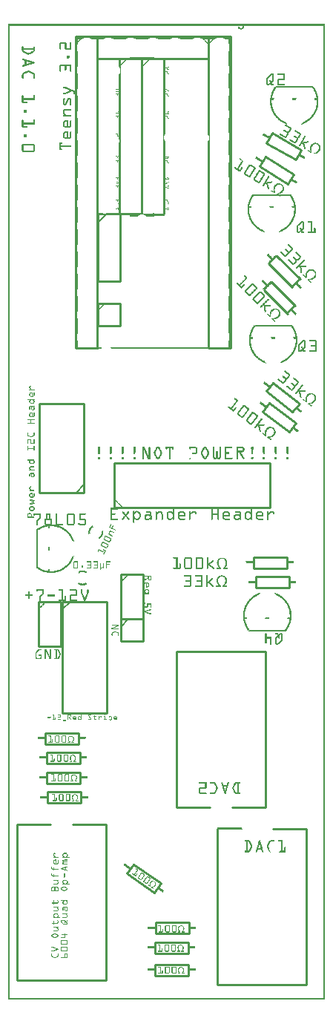
<source format=gto>
G04 MADE WITH FRITZING*
G04 WWW.FRITZING.ORG*
G04 DOUBLE SIDED*
G04 HOLES PLATED*
G04 CONTOUR ON CENTER OF CONTOUR VECTOR*
%ASAXBY*%
%FSLAX23Y23*%
%MOIN*%
%OFA0B0*%
%SFA1.0B1.0*%
%ADD10C,0.010000*%
%ADD11C,0.005000*%
%ADD12C,0.008000*%
%ADD13R,0.001000X0.001000*%
%LNSILK1*%
G90*
G70*
G54D10*
X404Y3129D02*
X404Y3029D01*
D02*
X404Y3029D02*
X504Y3029D01*
D02*
X504Y3029D02*
X504Y3129D01*
D02*
X504Y3129D02*
X404Y3129D01*
D02*
X506Y1711D02*
X506Y1611D01*
D02*
X506Y1611D02*
X606Y1611D01*
D02*
X606Y1611D02*
X606Y1711D01*
D02*
X606Y1711D02*
X506Y1711D01*
G54D11*
D02*
X506Y1676D02*
X541Y1711D01*
G54D10*
D02*
X506Y1911D02*
X506Y1711D01*
D02*
X506Y1711D02*
X606Y1711D01*
D02*
X606Y1711D02*
X606Y1911D01*
D02*
X606Y1911D02*
X506Y1911D01*
D02*
X478Y2213D02*
X1178Y2213D01*
D02*
X1178Y2213D02*
X1178Y2413D01*
D02*
X1178Y2413D02*
X478Y2413D01*
D02*
X478Y2413D02*
X478Y2213D01*
D02*
X244Y1790D02*
X244Y1290D01*
D02*
X244Y1290D02*
X444Y1290D01*
D02*
X444Y1290D02*
X444Y1790D01*
D02*
X444Y1790D02*
X244Y1790D01*
G54D11*
D02*
X244Y1755D02*
X279Y1790D01*
G54D10*
D02*
X39Y790D02*
X39Y90D01*
D02*
X39Y90D02*
X439Y90D01*
D02*
X439Y90D02*
X439Y790D01*
D02*
X39Y790D02*
X189Y790D01*
D02*
X289Y790D02*
X439Y790D01*
D02*
X342Y2279D02*
X342Y2679D01*
D02*
X342Y2679D02*
X142Y2679D01*
D02*
X142Y2679D02*
X142Y2279D01*
D02*
X142Y2279D02*
X342Y2279D01*
G54D11*
D02*
X342Y2314D02*
X307Y2279D01*
G54D12*
D02*
X1370Y4101D02*
X1205Y4101D01*
D02*
X1268Y3616D02*
X1103Y3616D01*
D02*
X1083Y1660D02*
X1248Y1660D01*
D02*
X1275Y3028D02*
X1110Y3028D01*
G54D10*
D02*
X1258Y3666D02*
X1130Y3745D01*
D02*
X1130Y3745D02*
X1156Y3787D01*
D02*
X1156Y3787D02*
X1284Y3708D01*
D02*
X1284Y3708D02*
X1258Y3666D01*
D02*
X1256Y3083D02*
X1149Y3189D01*
D02*
X1185Y3225D02*
X1291Y3119D01*
D02*
X1253Y1939D02*
X1103Y1939D01*
D02*
X1103Y1939D02*
X1103Y1989D01*
D02*
X1103Y1989D02*
X1253Y1989D01*
D02*
X1253Y1989D02*
X1253Y1939D01*
D02*
X1264Y2552D02*
X1145Y2643D01*
D02*
X1145Y2643D02*
X1175Y2683D01*
D02*
X1175Y2683D02*
X1295Y2592D01*
D02*
X1295Y2592D02*
X1264Y2552D01*
D02*
X1187Y3894D02*
X1318Y3819D01*
D02*
X1318Y3819D02*
X1293Y3776D01*
D02*
X1293Y3776D02*
X1162Y3850D01*
D02*
X1162Y3850D02*
X1187Y3894D01*
D02*
X1207Y3343D02*
X1314Y3237D01*
D02*
X1278Y3202D02*
X1172Y3308D01*
D02*
X1113Y1903D02*
X1263Y1903D01*
D02*
X1263Y1903D02*
X1263Y1853D01*
D02*
X1263Y1853D02*
X1113Y1853D01*
D02*
X1113Y1853D02*
X1113Y1903D01*
D02*
X1191Y2773D02*
X1309Y2680D01*
D02*
X1309Y2680D02*
X1278Y2641D01*
D02*
X1278Y2641D02*
X1160Y2734D01*
D02*
X1160Y2734D02*
X1191Y2773D01*
D02*
X328Y885D02*
X178Y885D01*
D02*
X178Y885D02*
X178Y935D01*
D02*
X178Y935D02*
X328Y935D01*
D02*
X328Y935D02*
X328Y885D01*
D02*
X325Y973D02*
X175Y973D01*
D02*
X175Y973D02*
X175Y1023D01*
D02*
X175Y1023D02*
X325Y1023D01*
D02*
X325Y1023D02*
X325Y973D01*
D02*
X324Y1063D02*
X174Y1063D01*
D02*
X174Y1063D02*
X174Y1113D01*
D02*
X174Y1113D02*
X324Y1113D01*
D02*
X324Y1113D02*
X324Y1063D01*
D02*
X812Y110D02*
X662Y110D01*
D02*
X662Y110D02*
X662Y160D01*
D02*
X662Y160D02*
X812Y160D01*
D02*
X812Y160D02*
X812Y110D01*
D02*
X810Y210D02*
X660Y210D01*
D02*
X660Y210D02*
X660Y260D01*
D02*
X660Y260D02*
X810Y260D01*
D02*
X810Y260D02*
X810Y210D01*
D02*
X813Y297D02*
X663Y297D01*
D02*
X663Y297D02*
X663Y347D01*
D02*
X663Y347D02*
X813Y347D01*
D02*
X813Y347D02*
X813Y297D01*
D02*
X658Y483D02*
X535Y569D01*
D02*
X535Y569D02*
X564Y610D01*
D02*
X564Y610D02*
X687Y524D01*
D02*
X687Y524D02*
X658Y483D01*
D02*
X317Y1149D02*
X167Y1149D01*
D02*
X167Y1149D02*
X167Y1199D01*
D02*
X167Y1199D02*
X317Y1199D01*
D02*
X317Y1199D02*
X317Y1149D01*
D02*
X1156Y865D02*
X1156Y1565D01*
D02*
X1156Y1565D02*
X756Y1565D01*
D02*
X756Y1565D02*
X756Y865D01*
D02*
X1156Y865D02*
X1006Y865D01*
D02*
X906Y865D02*
X756Y865D01*
D02*
X940Y769D02*
X940Y69D01*
D02*
X940Y69D02*
X1340Y69D01*
D02*
X1340Y69D02*
X1340Y769D01*
D02*
X1190Y769D02*
X1340Y769D01*
D02*
X304Y4327D02*
X304Y2927D01*
D02*
X304Y2927D02*
X404Y2927D01*
D02*
X404Y4327D02*
X304Y4327D01*
D02*
X902Y2928D02*
X1002Y2928D01*
D02*
X1002Y2928D02*
X1002Y4328D01*
D02*
X1002Y4328D02*
X902Y4328D01*
D02*
X404Y3528D02*
X404Y3228D01*
D02*
X404Y3228D02*
X504Y3228D01*
D02*
X504Y3228D02*
X504Y3528D01*
G54D11*
D02*
X404Y3493D02*
X439Y3528D01*
G54D10*
D02*
X902Y4327D02*
X402Y4327D01*
D02*
X402Y4227D02*
X902Y4227D01*
D02*
X902Y4227D02*
X902Y4327D01*
D02*
X704Y4227D02*
X604Y4227D01*
D02*
X602Y4228D02*
X502Y4228D01*
G54D12*
D02*
X129Y2108D02*
X129Y1943D01*
G54D10*
D02*
X137Y1788D02*
X137Y1588D01*
D02*
X137Y1588D02*
X237Y1588D01*
D02*
X237Y1588D02*
X237Y1788D01*
D02*
X237Y1788D02*
X137Y1788D01*
G54D13*
X0Y4384D02*
X1424Y4384D01*
X0Y4383D02*
X1424Y4383D01*
X0Y4382D02*
X1424Y4382D01*
X0Y4381D02*
X1424Y4381D01*
X0Y4380D02*
X1424Y4380D01*
X0Y4379D02*
X1424Y4379D01*
X0Y4378D02*
X1424Y4378D01*
X0Y4377D02*
X1424Y4377D01*
X0Y4376D02*
X7Y4376D01*
X1054Y4376D02*
X1060Y4376D01*
X1103Y4376D02*
X1108Y4376D01*
X1417Y4376D02*
X1424Y4376D01*
X0Y4375D02*
X7Y4375D01*
X1054Y4375D02*
X1060Y4375D01*
X1105Y4375D02*
X1107Y4375D01*
X1417Y4375D02*
X1424Y4375D01*
X0Y4374D02*
X7Y4374D01*
X1054Y4374D02*
X1060Y4374D01*
X1417Y4374D02*
X1424Y4374D01*
X0Y4373D02*
X7Y4373D01*
X1054Y4373D02*
X1060Y4373D01*
X1417Y4373D02*
X1424Y4373D01*
X0Y4372D02*
X7Y4372D01*
X1035Y4372D02*
X1038Y4372D01*
X1054Y4372D02*
X1060Y4372D01*
X1417Y4372D02*
X1424Y4372D01*
X0Y4371D02*
X7Y4371D01*
X1034Y4371D02*
X1039Y4371D01*
X1054Y4371D02*
X1060Y4371D01*
X1417Y4371D02*
X1424Y4371D01*
X0Y4370D02*
X7Y4370D01*
X1034Y4370D02*
X1039Y4370D01*
X1054Y4370D02*
X1060Y4370D01*
X1417Y4370D02*
X1424Y4370D01*
X0Y4369D02*
X7Y4369D01*
X1033Y4369D02*
X1040Y4369D01*
X1054Y4369D02*
X1060Y4369D01*
X1417Y4369D02*
X1424Y4369D01*
X0Y4368D02*
X7Y4368D01*
X1034Y4368D02*
X1041Y4368D01*
X1053Y4368D02*
X1060Y4368D01*
X1417Y4368D02*
X1424Y4368D01*
X0Y4367D02*
X7Y4367D01*
X1034Y4367D02*
X1043Y4367D01*
X1051Y4367D02*
X1060Y4367D01*
X1417Y4367D02*
X1424Y4367D01*
X0Y4366D02*
X7Y4366D01*
X1034Y4366D02*
X1059Y4366D01*
X1417Y4366D02*
X1424Y4366D01*
X0Y4365D02*
X7Y4365D01*
X1035Y4365D02*
X1059Y4365D01*
X1417Y4365D02*
X1424Y4365D01*
X0Y4364D02*
X7Y4364D01*
X1036Y4364D02*
X1058Y4364D01*
X1417Y4364D02*
X1424Y4364D01*
X0Y4363D02*
X7Y4363D01*
X1037Y4363D02*
X1057Y4363D01*
X1417Y4363D02*
X1424Y4363D01*
X0Y4362D02*
X7Y4362D01*
X1038Y4362D02*
X1056Y4362D01*
X1417Y4362D02*
X1424Y4362D01*
X0Y4361D02*
X7Y4361D01*
X1039Y4361D02*
X1054Y4361D01*
X1417Y4361D02*
X1424Y4361D01*
X0Y4360D02*
X7Y4360D01*
X1043Y4360D02*
X1051Y4360D01*
X1417Y4360D02*
X1424Y4360D01*
X0Y4359D02*
X7Y4359D01*
X1417Y4359D02*
X1424Y4359D01*
X0Y4358D02*
X7Y4358D01*
X1417Y4358D02*
X1424Y4358D01*
X0Y4357D02*
X7Y4357D01*
X1417Y4357D02*
X1424Y4357D01*
X0Y4356D02*
X7Y4356D01*
X1417Y4356D02*
X1424Y4356D01*
X0Y4355D02*
X7Y4355D01*
X1417Y4355D02*
X1424Y4355D01*
X0Y4354D02*
X7Y4354D01*
X1417Y4354D02*
X1424Y4354D01*
X0Y4353D02*
X7Y4353D01*
X1417Y4353D02*
X1424Y4353D01*
X0Y4352D02*
X7Y4352D01*
X1417Y4352D02*
X1424Y4352D01*
X0Y4351D02*
X7Y4351D01*
X1417Y4351D02*
X1424Y4351D01*
X0Y4350D02*
X7Y4350D01*
X1417Y4350D02*
X1424Y4350D01*
X0Y4349D02*
X7Y4349D01*
X1417Y4349D02*
X1424Y4349D01*
X0Y4348D02*
X7Y4348D01*
X1417Y4348D02*
X1424Y4348D01*
X0Y4347D02*
X7Y4347D01*
X1417Y4347D02*
X1424Y4347D01*
X0Y4346D02*
X7Y4346D01*
X1417Y4346D02*
X1424Y4346D01*
X0Y4345D02*
X7Y4345D01*
X1417Y4345D02*
X1424Y4345D01*
X0Y4344D02*
X7Y4344D01*
X1417Y4344D02*
X1424Y4344D01*
X0Y4343D02*
X7Y4343D01*
X1417Y4343D02*
X1424Y4343D01*
X0Y4342D02*
X7Y4342D01*
X1417Y4342D02*
X1424Y4342D01*
X0Y4341D02*
X7Y4341D01*
X1417Y4341D02*
X1424Y4341D01*
X0Y4340D02*
X7Y4340D01*
X1417Y4340D02*
X1424Y4340D01*
X0Y4339D02*
X7Y4339D01*
X1417Y4339D02*
X1424Y4339D01*
X0Y4338D02*
X7Y4338D01*
X1417Y4338D02*
X1424Y4338D01*
X0Y4337D02*
X7Y4337D01*
X1417Y4337D02*
X1424Y4337D01*
X0Y4336D02*
X7Y4336D01*
X1417Y4336D02*
X1424Y4336D01*
X0Y4335D02*
X7Y4335D01*
X1417Y4335D02*
X1424Y4335D01*
X0Y4334D02*
X7Y4334D01*
X1417Y4334D02*
X1424Y4334D01*
X0Y4333D02*
X7Y4333D01*
X1417Y4333D02*
X1424Y4333D01*
X0Y4332D02*
X7Y4332D01*
X1417Y4332D02*
X1424Y4332D01*
X0Y4331D02*
X7Y4331D01*
X1417Y4331D02*
X1424Y4331D01*
X0Y4330D02*
X7Y4330D01*
X935Y4330D02*
X935Y4330D01*
X1417Y4330D02*
X1424Y4330D01*
X0Y4329D02*
X7Y4329D01*
X337Y4329D02*
X337Y4329D01*
X868Y4329D02*
X869Y4329D01*
X934Y4329D02*
X936Y4329D01*
X1417Y4329D02*
X1424Y4329D01*
X0Y4328D02*
X7Y4328D01*
X336Y4328D02*
X338Y4328D01*
X398Y4328D02*
X406Y4328D01*
X867Y4328D02*
X870Y4328D01*
X897Y4328D02*
X906Y4328D01*
X933Y4328D02*
X937Y4328D01*
X1417Y4328D02*
X1424Y4328D01*
X0Y4327D02*
X7Y4327D01*
X335Y4327D02*
X339Y4327D01*
X397Y4327D02*
X408Y4327D01*
X866Y4327D02*
X871Y4327D01*
X897Y4327D02*
X906Y4327D01*
X932Y4327D02*
X938Y4327D01*
X1417Y4327D02*
X1424Y4327D01*
X0Y4326D02*
X7Y4326D01*
X334Y4326D02*
X339Y4326D01*
X397Y4326D02*
X408Y4326D01*
X866Y4326D02*
X872Y4326D01*
X897Y4326D02*
X906Y4326D01*
X931Y4326D02*
X937Y4326D01*
X1417Y4326D02*
X1424Y4326D01*
X0Y4325D02*
X7Y4325D01*
X333Y4325D02*
X339Y4325D01*
X397Y4325D02*
X408Y4325D01*
X867Y4325D02*
X873Y4325D01*
X897Y4325D02*
X906Y4325D01*
X930Y4325D02*
X936Y4325D01*
X1417Y4325D02*
X1424Y4325D01*
X0Y4324D02*
X7Y4324D01*
X332Y4324D02*
X338Y4324D01*
X397Y4324D02*
X408Y4324D01*
X868Y4324D02*
X874Y4324D01*
X897Y4324D02*
X906Y4324D01*
X929Y4324D02*
X935Y4324D01*
X1417Y4324D02*
X1424Y4324D01*
X0Y4323D02*
X7Y4323D01*
X309Y4323D02*
X998Y4323D01*
X1417Y4323D02*
X1424Y4323D01*
X0Y4322D02*
X7Y4322D01*
X309Y4322D02*
X449Y4322D01*
X455Y4322D02*
X549Y4322D01*
X555Y4322D02*
X649Y4322D01*
X655Y4322D02*
X749Y4322D01*
X755Y4322D02*
X848Y4322D01*
X855Y4322D02*
X942Y4322D01*
X961Y4322D02*
X998Y4322D01*
X1417Y4322D02*
X1424Y4322D01*
X0Y4321D02*
X7Y4321D01*
X309Y4321D02*
X344Y4321D01*
X363Y4321D02*
X442Y4321D01*
X462Y4321D02*
X542Y4321D01*
X562Y4321D02*
X642Y4321D01*
X662Y4321D02*
X742Y4321D01*
X762Y4321D02*
X842Y4321D01*
X862Y4321D02*
X938Y4321D01*
X965Y4321D02*
X998Y4321D01*
X1417Y4321D02*
X1424Y4321D01*
X0Y4320D02*
X7Y4320D01*
X309Y4320D02*
X340Y4320D01*
X367Y4320D02*
X438Y4320D01*
X466Y4320D02*
X538Y4320D01*
X566Y4320D02*
X638Y4320D01*
X666Y4320D02*
X738Y4320D01*
X766Y4320D02*
X838Y4320D01*
X866Y4320D02*
X936Y4320D01*
X968Y4320D02*
X998Y4320D01*
X1417Y4320D02*
X1424Y4320D01*
X0Y4319D02*
X7Y4319D01*
X309Y4319D02*
X337Y4319D01*
X370Y4319D02*
X435Y4319D01*
X469Y4319D02*
X535Y4319D01*
X569Y4319D02*
X635Y4319D01*
X669Y4319D02*
X735Y4319D01*
X769Y4319D02*
X835Y4319D01*
X869Y4319D02*
X933Y4319D01*
X970Y4319D02*
X998Y4319D01*
X1417Y4319D02*
X1424Y4319D01*
X0Y4318D02*
X7Y4318D01*
X309Y4318D02*
X335Y4318D01*
X372Y4318D02*
X433Y4318D01*
X471Y4318D02*
X533Y4318D01*
X571Y4318D02*
X633Y4318D01*
X671Y4318D02*
X733Y4318D01*
X771Y4318D02*
X833Y4318D01*
X871Y4318D02*
X931Y4318D01*
X972Y4318D02*
X998Y4318D01*
X1417Y4318D02*
X1424Y4318D01*
X0Y4317D02*
X7Y4317D01*
X309Y4317D02*
X333Y4317D01*
X374Y4317D02*
X431Y4317D01*
X473Y4317D02*
X531Y4317D01*
X573Y4317D02*
X631Y4317D01*
X673Y4317D02*
X731Y4317D01*
X773Y4317D02*
X831Y4317D01*
X873Y4317D02*
X929Y4317D01*
X974Y4317D02*
X998Y4317D01*
X1417Y4317D02*
X1424Y4317D01*
X0Y4316D02*
X7Y4316D01*
X309Y4316D02*
X315Y4316D01*
X324Y4316D02*
X330Y4316D01*
X397Y4316D02*
X408Y4316D01*
X876Y4316D02*
X882Y4316D01*
X897Y4316D02*
X906Y4316D01*
X921Y4316D02*
X927Y4316D01*
X992Y4316D02*
X998Y4316D01*
X1417Y4316D02*
X1424Y4316D01*
X0Y4315D02*
X7Y4315D01*
X309Y4315D02*
X315Y4315D01*
X323Y4315D02*
X329Y4315D01*
X397Y4315D02*
X408Y4315D01*
X877Y4315D02*
X883Y4315D01*
X897Y4315D02*
X906Y4315D01*
X920Y4315D02*
X926Y4315D01*
X992Y4315D02*
X998Y4315D01*
X1417Y4315D02*
X1424Y4315D01*
X0Y4314D02*
X7Y4314D01*
X309Y4314D02*
X315Y4314D01*
X322Y4314D02*
X328Y4314D01*
X397Y4314D02*
X408Y4314D01*
X878Y4314D02*
X884Y4314D01*
X897Y4314D02*
X906Y4314D01*
X919Y4314D02*
X925Y4314D01*
X992Y4314D02*
X998Y4314D01*
X1417Y4314D02*
X1424Y4314D01*
X0Y4313D02*
X7Y4313D01*
X309Y4313D02*
X315Y4313D01*
X321Y4313D02*
X327Y4313D01*
X397Y4313D02*
X408Y4313D01*
X879Y4313D02*
X885Y4313D01*
X897Y4313D02*
X906Y4313D01*
X918Y4313D02*
X923Y4313D01*
X992Y4313D02*
X998Y4313D01*
X1417Y4313D02*
X1424Y4313D01*
X0Y4312D02*
X7Y4312D01*
X309Y4312D02*
X315Y4312D01*
X320Y4312D02*
X325Y4312D01*
X397Y4312D02*
X408Y4312D01*
X880Y4312D02*
X886Y4312D01*
X897Y4312D02*
X906Y4312D01*
X917Y4312D02*
X922Y4312D01*
X992Y4312D02*
X998Y4312D01*
X1417Y4312D02*
X1424Y4312D01*
X0Y4311D02*
X7Y4311D01*
X309Y4311D02*
X315Y4311D01*
X319Y4311D02*
X324Y4311D01*
X397Y4311D02*
X408Y4311D01*
X881Y4311D02*
X887Y4311D01*
X897Y4311D02*
X906Y4311D01*
X916Y4311D02*
X921Y4311D01*
X992Y4311D02*
X998Y4311D01*
X1417Y4311D02*
X1424Y4311D01*
X0Y4310D02*
X7Y4310D01*
X309Y4310D02*
X315Y4310D01*
X318Y4310D02*
X323Y4310D01*
X397Y4310D02*
X408Y4310D01*
X883Y4310D02*
X888Y4310D01*
X897Y4310D02*
X906Y4310D01*
X915Y4310D02*
X920Y4310D01*
X992Y4310D02*
X998Y4310D01*
X1417Y4310D02*
X1424Y4310D01*
X0Y4309D02*
X7Y4309D01*
X309Y4309D02*
X315Y4309D01*
X317Y4309D02*
X322Y4309D01*
X397Y4309D02*
X408Y4309D01*
X884Y4309D02*
X889Y4309D01*
X897Y4309D02*
X906Y4309D01*
X914Y4309D02*
X919Y4309D01*
X992Y4309D02*
X998Y4309D01*
X1417Y4309D02*
X1424Y4309D01*
X0Y4308D02*
X7Y4308D01*
X309Y4308D02*
X321Y4308D01*
X397Y4308D02*
X408Y4308D01*
X885Y4308D02*
X890Y4308D01*
X897Y4308D02*
X906Y4308D01*
X913Y4308D02*
X918Y4308D01*
X992Y4308D02*
X998Y4308D01*
X1417Y4308D02*
X1424Y4308D01*
X0Y4307D02*
X7Y4307D01*
X309Y4307D02*
X320Y4307D01*
X397Y4307D02*
X408Y4307D01*
X885Y4307D02*
X891Y4307D01*
X897Y4307D02*
X906Y4307D01*
X912Y4307D02*
X917Y4307D01*
X992Y4307D02*
X998Y4307D01*
X1417Y4307D02*
X1424Y4307D01*
X0Y4306D02*
X7Y4306D01*
X309Y4306D02*
X319Y4306D01*
X397Y4306D02*
X408Y4306D01*
X886Y4306D02*
X892Y4306D01*
X897Y4306D02*
X906Y4306D01*
X911Y4306D02*
X917Y4306D01*
X992Y4306D02*
X998Y4306D01*
X1417Y4306D02*
X1424Y4306D01*
X0Y4305D02*
X7Y4305D01*
X309Y4305D02*
X318Y4305D01*
X397Y4305D02*
X408Y4305D01*
X887Y4305D02*
X893Y4305D01*
X897Y4305D02*
X906Y4305D01*
X910Y4305D02*
X916Y4305D01*
X992Y4305D02*
X998Y4305D01*
X1417Y4305D02*
X1424Y4305D01*
X0Y4304D02*
X7Y4304D01*
X309Y4304D02*
X318Y4304D01*
X397Y4304D02*
X408Y4304D01*
X888Y4304D02*
X894Y4304D01*
X897Y4304D02*
X906Y4304D01*
X909Y4304D02*
X915Y4304D01*
X992Y4304D02*
X998Y4304D01*
X1417Y4304D02*
X1424Y4304D01*
X0Y4303D02*
X7Y4303D01*
X237Y4303D02*
X257Y4303D01*
X281Y4303D02*
X284Y4303D01*
X309Y4303D02*
X317Y4303D01*
X397Y4303D02*
X408Y4303D01*
X889Y4303D02*
X895Y4303D01*
X897Y4303D02*
X906Y4303D01*
X908Y4303D02*
X914Y4303D01*
X992Y4303D02*
X998Y4303D01*
X1417Y4303D02*
X1424Y4303D01*
X0Y4302D02*
X7Y4302D01*
X235Y4302D02*
X259Y4302D01*
X280Y4302D02*
X285Y4302D01*
X309Y4302D02*
X316Y4302D01*
X397Y4302D02*
X408Y4302D01*
X890Y4302D02*
X913Y4302D01*
X992Y4302D02*
X998Y4302D01*
X1417Y4302D02*
X1424Y4302D01*
X0Y4301D02*
X7Y4301D01*
X234Y4301D02*
X260Y4301D01*
X280Y4301D02*
X285Y4301D01*
X309Y4301D02*
X315Y4301D01*
X397Y4301D02*
X408Y4301D01*
X891Y4301D02*
X912Y4301D01*
X992Y4301D02*
X998Y4301D01*
X1417Y4301D02*
X1424Y4301D01*
X0Y4300D02*
X7Y4300D01*
X233Y4300D02*
X261Y4300D01*
X279Y4300D02*
X285Y4300D01*
X308Y4300D02*
X315Y4300D01*
X397Y4300D02*
X408Y4300D01*
X892Y4300D02*
X911Y4300D01*
X992Y4300D02*
X998Y4300D01*
X1417Y4300D02*
X1424Y4300D01*
X0Y4299D02*
X7Y4299D01*
X233Y4299D02*
X261Y4299D01*
X279Y4299D02*
X285Y4299D01*
X307Y4299D02*
X314Y4299D01*
X397Y4299D02*
X408Y4299D01*
X893Y4299D02*
X910Y4299D01*
X992Y4299D02*
X998Y4299D01*
X1417Y4299D02*
X1424Y4299D01*
X0Y4298D02*
X7Y4298D01*
X232Y4298D02*
X262Y4298D01*
X279Y4298D02*
X285Y4298D01*
X306Y4298D02*
X314Y4298D01*
X397Y4298D02*
X408Y4298D01*
X894Y4298D02*
X909Y4298D01*
X992Y4298D02*
X998Y4298D01*
X1417Y4298D02*
X1424Y4298D01*
X0Y4297D02*
X7Y4297D01*
X232Y4297D02*
X262Y4297D01*
X279Y4297D02*
X285Y4297D01*
X305Y4297D02*
X313Y4297D01*
X397Y4297D02*
X408Y4297D01*
X895Y4297D02*
X908Y4297D01*
X992Y4297D02*
X998Y4297D01*
X1417Y4297D02*
X1424Y4297D01*
X0Y4296D02*
X7Y4296D01*
X232Y4296D02*
X238Y4296D01*
X256Y4296D02*
X262Y4296D01*
X279Y4296D02*
X285Y4296D01*
X304Y4296D02*
X313Y4296D01*
X397Y4296D02*
X408Y4296D01*
X896Y4296D02*
X907Y4296D01*
X993Y4296D02*
X998Y4296D01*
X1417Y4296D02*
X1424Y4296D01*
X0Y4295D02*
X7Y4295D01*
X232Y4295D02*
X238Y4295D01*
X256Y4295D02*
X262Y4295D01*
X279Y4295D02*
X285Y4295D01*
X303Y4295D02*
X312Y4295D01*
X397Y4295D02*
X408Y4295D01*
X897Y4295D02*
X906Y4295D01*
X993Y4295D02*
X998Y4295D01*
X1417Y4295D02*
X1424Y4295D01*
X0Y4294D02*
X7Y4294D01*
X232Y4294D02*
X238Y4294D01*
X256Y4294D02*
X262Y4294D01*
X279Y4294D02*
X285Y4294D01*
X303Y4294D02*
X312Y4294D01*
X397Y4294D02*
X408Y4294D01*
X897Y4294D02*
X906Y4294D01*
X994Y4294D02*
X998Y4294D01*
X1417Y4294D02*
X1424Y4294D01*
X0Y4293D02*
X7Y4293D01*
X232Y4293D02*
X238Y4293D01*
X256Y4293D02*
X262Y4293D01*
X279Y4293D02*
X285Y4293D01*
X304Y4293D02*
X307Y4293D01*
X309Y4293D02*
X312Y4293D01*
X397Y4293D02*
X408Y4293D01*
X897Y4293D02*
X906Y4293D01*
X994Y4293D02*
X998Y4293D01*
X1417Y4293D02*
X1424Y4293D01*
X0Y4292D02*
X7Y4292D01*
X232Y4292D02*
X238Y4292D01*
X256Y4292D02*
X262Y4292D01*
X279Y4292D02*
X285Y4292D01*
X305Y4292D02*
X306Y4292D01*
X309Y4292D02*
X311Y4292D01*
X397Y4292D02*
X408Y4292D01*
X897Y4292D02*
X906Y4292D01*
X994Y4292D02*
X998Y4292D01*
X1417Y4292D02*
X1424Y4292D01*
X0Y4291D02*
X7Y4291D01*
X232Y4291D02*
X238Y4291D01*
X256Y4291D02*
X262Y4291D01*
X279Y4291D02*
X285Y4291D01*
X309Y4291D02*
X311Y4291D01*
X397Y4291D02*
X408Y4291D01*
X897Y4291D02*
X906Y4291D01*
X994Y4291D02*
X998Y4291D01*
X1417Y4291D02*
X1424Y4291D01*
X0Y4290D02*
X7Y4290D01*
X232Y4290D02*
X238Y4290D01*
X256Y4290D02*
X262Y4290D01*
X279Y4290D02*
X285Y4290D01*
X309Y4290D02*
X311Y4290D01*
X397Y4290D02*
X408Y4290D01*
X897Y4290D02*
X906Y4290D01*
X995Y4290D02*
X998Y4290D01*
X1417Y4290D02*
X1424Y4290D01*
X0Y4289D02*
X7Y4289D01*
X232Y4289D02*
X238Y4289D01*
X256Y4289D02*
X262Y4289D01*
X279Y4289D02*
X285Y4289D01*
X309Y4289D02*
X311Y4289D01*
X397Y4289D02*
X408Y4289D01*
X897Y4289D02*
X906Y4289D01*
X995Y4289D02*
X998Y4289D01*
X1417Y4289D02*
X1424Y4289D01*
X0Y4288D02*
X7Y4288D01*
X232Y4288D02*
X238Y4288D01*
X256Y4288D02*
X262Y4288D01*
X279Y4288D02*
X285Y4288D01*
X309Y4288D02*
X310Y4288D01*
X397Y4288D02*
X408Y4288D01*
X897Y4288D02*
X906Y4288D01*
X995Y4288D02*
X998Y4288D01*
X1417Y4288D02*
X1424Y4288D01*
X0Y4287D02*
X7Y4287D01*
X232Y4287D02*
X238Y4287D01*
X256Y4287D02*
X262Y4287D01*
X279Y4287D02*
X285Y4287D01*
X309Y4287D02*
X310Y4287D01*
X397Y4287D02*
X408Y4287D01*
X897Y4287D02*
X906Y4287D01*
X995Y4287D02*
X998Y4287D01*
X1417Y4287D02*
X1424Y4287D01*
X0Y4286D02*
X7Y4286D01*
X232Y4286D02*
X238Y4286D01*
X256Y4286D02*
X262Y4286D01*
X279Y4286D02*
X285Y4286D01*
X309Y4286D02*
X310Y4286D01*
X397Y4286D02*
X408Y4286D01*
X897Y4286D02*
X906Y4286D01*
X996Y4286D02*
X998Y4286D01*
X1417Y4286D02*
X1424Y4286D01*
X0Y4285D02*
X7Y4285D01*
X232Y4285D02*
X238Y4285D01*
X256Y4285D02*
X262Y4285D01*
X279Y4285D02*
X285Y4285D01*
X309Y4285D02*
X310Y4285D01*
X397Y4285D02*
X408Y4285D01*
X897Y4285D02*
X906Y4285D01*
X996Y4285D02*
X998Y4285D01*
X1417Y4285D02*
X1424Y4285D01*
X0Y4284D02*
X7Y4284D01*
X65Y4284D02*
X66Y4284D01*
X117Y4284D02*
X117Y4284D01*
X232Y4284D02*
X238Y4284D01*
X256Y4284D02*
X262Y4284D01*
X279Y4284D02*
X285Y4284D01*
X309Y4284D02*
X310Y4284D01*
X397Y4284D02*
X408Y4284D01*
X897Y4284D02*
X906Y4284D01*
X996Y4284D02*
X998Y4284D01*
X1417Y4284D02*
X1424Y4284D01*
X0Y4283D02*
X7Y4283D01*
X64Y4283D02*
X68Y4283D01*
X115Y4283D02*
X119Y4283D01*
X232Y4283D02*
X238Y4283D01*
X256Y4283D02*
X262Y4283D01*
X279Y4283D02*
X285Y4283D01*
X309Y4283D02*
X309Y4283D01*
X398Y4283D02*
X408Y4283D01*
X897Y4283D02*
X906Y4283D01*
X996Y4283D02*
X998Y4283D01*
X1417Y4283D02*
X1424Y4283D01*
X0Y4282D02*
X7Y4282D01*
X63Y4282D02*
X69Y4282D01*
X114Y4282D02*
X120Y4282D01*
X232Y4282D02*
X238Y4282D01*
X256Y4282D02*
X262Y4282D01*
X279Y4282D02*
X285Y4282D01*
X309Y4282D02*
X309Y4282D01*
X398Y4282D02*
X408Y4282D01*
X897Y4282D02*
X906Y4282D01*
X996Y4282D02*
X998Y4282D01*
X1417Y4282D02*
X1424Y4282D01*
X0Y4281D02*
X7Y4281D01*
X62Y4281D02*
X69Y4281D01*
X114Y4281D02*
X120Y4281D01*
X232Y4281D02*
X238Y4281D01*
X256Y4281D02*
X262Y4281D01*
X279Y4281D02*
X285Y4281D01*
X309Y4281D02*
X309Y4281D01*
X398Y4281D02*
X407Y4281D01*
X897Y4281D02*
X906Y4281D01*
X996Y4281D02*
X998Y4281D01*
X1417Y4281D02*
X1424Y4281D01*
X0Y4280D02*
X7Y4280D01*
X62Y4280D02*
X69Y4280D01*
X114Y4280D02*
X120Y4280D01*
X232Y4280D02*
X238Y4280D01*
X256Y4280D02*
X262Y4280D01*
X279Y4280D02*
X285Y4280D01*
X309Y4280D02*
X309Y4280D01*
X398Y4280D02*
X407Y4280D01*
X897Y4280D02*
X906Y4280D01*
X996Y4280D02*
X998Y4280D01*
X1417Y4280D02*
X1424Y4280D01*
X0Y4279D02*
X7Y4279D01*
X62Y4279D02*
X69Y4279D01*
X114Y4279D02*
X120Y4279D01*
X232Y4279D02*
X238Y4279D01*
X256Y4279D02*
X262Y4279D01*
X279Y4279D02*
X285Y4279D01*
X309Y4279D02*
X309Y4279D01*
X398Y4279D02*
X407Y4279D01*
X897Y4279D02*
X906Y4279D01*
X996Y4279D02*
X998Y4279D01*
X1417Y4279D02*
X1424Y4279D01*
X0Y4278D02*
X7Y4278D01*
X62Y4278D02*
X69Y4278D01*
X114Y4278D02*
X120Y4278D01*
X232Y4278D02*
X238Y4278D01*
X256Y4278D02*
X262Y4278D01*
X279Y4278D02*
X285Y4278D01*
X309Y4278D02*
X309Y4278D01*
X398Y4278D02*
X407Y4278D01*
X897Y4278D02*
X906Y4278D01*
X996Y4278D02*
X998Y4278D01*
X1417Y4278D02*
X1424Y4278D01*
X0Y4277D02*
X7Y4277D01*
X62Y4277D02*
X69Y4277D01*
X114Y4277D02*
X120Y4277D01*
X232Y4277D02*
X238Y4277D01*
X256Y4277D02*
X262Y4277D01*
X279Y4277D02*
X285Y4277D01*
X309Y4277D02*
X309Y4277D01*
X398Y4277D02*
X407Y4277D01*
X897Y4277D02*
X906Y4277D01*
X996Y4277D02*
X998Y4277D01*
X1417Y4277D02*
X1424Y4277D01*
X0Y4276D02*
X7Y4276D01*
X62Y4276D02*
X120Y4276D01*
X232Y4276D02*
X238Y4276D01*
X256Y4276D02*
X262Y4276D01*
X279Y4276D02*
X285Y4276D01*
X309Y4276D02*
X309Y4276D01*
X398Y4276D02*
X407Y4276D01*
X897Y4276D02*
X906Y4276D01*
X996Y4276D02*
X998Y4276D01*
X1417Y4276D02*
X1424Y4276D01*
X0Y4275D02*
X7Y4275D01*
X62Y4275D02*
X120Y4275D01*
X232Y4275D02*
X238Y4275D01*
X256Y4275D02*
X285Y4275D01*
X309Y4275D02*
X309Y4275D01*
X398Y4275D02*
X408Y4275D01*
X897Y4275D02*
X906Y4275D01*
X996Y4275D02*
X998Y4275D01*
X1417Y4275D02*
X1424Y4275D01*
X0Y4274D02*
X7Y4274D01*
X62Y4274D02*
X120Y4274D01*
X232Y4274D02*
X238Y4274D01*
X256Y4274D02*
X285Y4274D01*
X309Y4274D02*
X309Y4274D01*
X398Y4274D02*
X408Y4274D01*
X897Y4274D02*
X906Y4274D01*
X996Y4274D02*
X998Y4274D01*
X1417Y4274D02*
X1424Y4274D01*
X0Y4273D02*
X7Y4273D01*
X62Y4273D02*
X120Y4273D01*
X232Y4273D02*
X238Y4273D01*
X256Y4273D02*
X285Y4273D01*
X309Y4273D02*
X309Y4273D01*
X398Y4273D02*
X408Y4273D01*
X897Y4273D02*
X906Y4273D01*
X996Y4273D02*
X998Y4273D01*
X1417Y4273D02*
X1424Y4273D01*
X0Y4272D02*
X7Y4272D01*
X62Y4272D02*
X120Y4272D01*
X232Y4272D02*
X238Y4272D01*
X257Y4272D02*
X285Y4272D01*
X309Y4272D02*
X309Y4272D01*
X397Y4272D02*
X408Y4272D01*
X897Y4272D02*
X906Y4272D01*
X996Y4272D02*
X998Y4272D01*
X1417Y4272D02*
X1424Y4272D01*
X0Y4271D02*
X7Y4271D01*
X62Y4271D02*
X120Y4271D01*
X233Y4271D02*
X238Y4271D01*
X258Y4271D02*
X285Y4271D01*
X309Y4271D02*
X310Y4271D01*
X397Y4271D02*
X408Y4271D01*
X897Y4271D02*
X906Y4271D01*
X995Y4271D02*
X998Y4271D01*
X1417Y4271D02*
X1424Y4271D01*
X0Y4270D02*
X7Y4270D01*
X62Y4270D02*
X120Y4270D01*
X233Y4270D02*
X237Y4270D01*
X259Y4270D02*
X285Y4270D01*
X309Y4270D02*
X310Y4270D01*
X397Y4270D02*
X408Y4270D01*
X897Y4270D02*
X906Y4270D01*
X995Y4270D02*
X998Y4270D01*
X1417Y4270D02*
X1424Y4270D01*
X0Y4269D02*
X7Y4269D01*
X62Y4269D02*
X120Y4269D01*
X235Y4269D02*
X235Y4269D01*
X262Y4269D02*
X285Y4269D01*
X309Y4269D02*
X310Y4269D01*
X397Y4269D02*
X408Y4269D01*
X897Y4269D02*
X906Y4269D01*
X995Y4269D02*
X998Y4269D01*
X1417Y4269D02*
X1424Y4269D01*
X0Y4268D02*
X7Y4268D01*
X62Y4268D02*
X69Y4268D01*
X114Y4268D02*
X120Y4268D01*
X309Y4268D02*
X310Y4268D01*
X397Y4268D02*
X408Y4268D01*
X897Y4268D02*
X906Y4268D01*
X995Y4268D02*
X998Y4268D01*
X1417Y4268D02*
X1424Y4268D01*
X0Y4267D02*
X7Y4267D01*
X62Y4267D02*
X69Y4267D01*
X114Y4267D02*
X120Y4267D01*
X309Y4267D02*
X310Y4267D01*
X397Y4267D02*
X408Y4267D01*
X897Y4267D02*
X906Y4267D01*
X994Y4267D02*
X998Y4267D01*
X1417Y4267D02*
X1424Y4267D01*
X0Y4266D02*
X7Y4266D01*
X62Y4266D02*
X69Y4266D01*
X114Y4266D02*
X120Y4266D01*
X309Y4266D02*
X311Y4266D01*
X397Y4266D02*
X408Y4266D01*
X897Y4266D02*
X906Y4266D01*
X994Y4266D02*
X998Y4266D01*
X1417Y4266D02*
X1424Y4266D01*
X0Y4265D02*
X7Y4265D01*
X62Y4265D02*
X69Y4265D01*
X113Y4265D02*
X120Y4265D01*
X309Y4265D02*
X311Y4265D01*
X397Y4265D02*
X408Y4265D01*
X897Y4265D02*
X906Y4265D01*
X994Y4265D02*
X998Y4265D01*
X1417Y4265D02*
X1424Y4265D01*
X0Y4264D02*
X7Y4264D01*
X63Y4264D02*
X70Y4264D01*
X113Y4264D02*
X120Y4264D01*
X309Y4264D02*
X311Y4264D01*
X397Y4264D02*
X408Y4264D01*
X897Y4264D02*
X906Y4264D01*
X994Y4264D02*
X998Y4264D01*
X1417Y4264D02*
X1424Y4264D01*
X0Y4263D02*
X7Y4263D01*
X63Y4263D02*
X71Y4263D01*
X112Y4263D02*
X120Y4263D01*
X309Y4263D02*
X312Y4263D01*
X397Y4263D02*
X408Y4263D01*
X897Y4263D02*
X906Y4263D01*
X993Y4263D02*
X998Y4263D01*
X1417Y4263D02*
X1424Y4263D01*
X0Y4262D02*
X7Y4262D01*
X63Y4262D02*
X73Y4262D01*
X110Y4262D02*
X119Y4262D01*
X309Y4262D02*
X312Y4262D01*
X397Y4262D02*
X408Y4262D01*
X897Y4262D02*
X906Y4262D01*
X993Y4262D02*
X998Y4262D01*
X1417Y4262D02*
X1424Y4262D01*
X0Y4261D02*
X7Y4261D01*
X64Y4261D02*
X75Y4261D01*
X108Y4261D02*
X119Y4261D01*
X309Y4261D02*
X312Y4261D01*
X397Y4261D02*
X408Y4261D01*
X897Y4261D02*
X906Y4261D01*
X992Y4261D02*
X998Y4261D01*
X1417Y4261D02*
X1424Y4261D01*
X0Y4260D02*
X7Y4260D01*
X64Y4260D02*
X77Y4260D01*
X106Y4260D02*
X118Y4260D01*
X309Y4260D02*
X313Y4260D01*
X397Y4260D02*
X408Y4260D01*
X897Y4260D02*
X906Y4260D01*
X992Y4260D02*
X998Y4260D01*
X1417Y4260D02*
X1424Y4260D01*
X0Y4259D02*
X7Y4259D01*
X65Y4259D02*
X79Y4259D01*
X104Y4259D02*
X118Y4259D01*
X309Y4259D02*
X313Y4259D01*
X397Y4259D02*
X408Y4259D01*
X897Y4259D02*
X906Y4259D01*
X992Y4259D02*
X998Y4259D01*
X1417Y4259D02*
X1424Y4259D01*
X0Y4258D02*
X7Y4258D01*
X66Y4258D02*
X81Y4258D01*
X102Y4258D02*
X117Y4258D01*
X309Y4258D02*
X314Y4258D01*
X397Y4258D02*
X408Y4258D01*
X897Y4258D02*
X906Y4258D01*
X992Y4258D02*
X998Y4258D01*
X1417Y4258D02*
X1424Y4258D01*
X0Y4257D02*
X7Y4257D01*
X67Y4257D02*
X83Y4257D01*
X100Y4257D02*
X115Y4257D01*
X309Y4257D02*
X314Y4257D01*
X397Y4257D02*
X408Y4257D01*
X897Y4257D02*
X906Y4257D01*
X992Y4257D02*
X998Y4257D01*
X1417Y4257D02*
X1424Y4257D01*
X0Y4256D02*
X7Y4256D01*
X69Y4256D02*
X85Y4256D01*
X98Y4256D02*
X114Y4256D01*
X309Y4256D02*
X315Y4256D01*
X397Y4256D02*
X408Y4256D01*
X897Y4256D02*
X906Y4256D01*
X992Y4256D02*
X998Y4256D01*
X1417Y4256D02*
X1424Y4256D01*
X0Y4255D02*
X7Y4255D01*
X71Y4255D02*
X87Y4255D01*
X96Y4255D02*
X112Y4255D01*
X309Y4255D02*
X315Y4255D01*
X397Y4255D02*
X408Y4255D01*
X897Y4255D02*
X906Y4255D01*
X992Y4255D02*
X998Y4255D01*
X1417Y4255D02*
X1424Y4255D01*
X0Y4254D02*
X7Y4254D01*
X73Y4254D02*
X110Y4254D01*
X309Y4254D02*
X315Y4254D01*
X397Y4254D02*
X408Y4254D01*
X897Y4254D02*
X906Y4254D01*
X992Y4254D02*
X998Y4254D01*
X1417Y4254D02*
X1424Y4254D01*
X0Y4253D02*
X7Y4253D01*
X75Y4253D02*
X108Y4253D01*
X309Y4253D02*
X315Y4253D01*
X397Y4253D02*
X408Y4253D01*
X897Y4253D02*
X906Y4253D01*
X992Y4253D02*
X998Y4253D01*
X1417Y4253D02*
X1424Y4253D01*
X0Y4252D02*
X7Y4252D01*
X77Y4252D02*
X106Y4252D01*
X309Y4252D02*
X315Y4252D01*
X397Y4252D02*
X408Y4252D01*
X897Y4252D02*
X906Y4252D01*
X992Y4252D02*
X998Y4252D01*
X1417Y4252D02*
X1424Y4252D01*
X0Y4251D02*
X7Y4251D01*
X79Y4251D02*
X104Y4251D01*
X309Y4251D02*
X315Y4251D01*
X397Y4251D02*
X408Y4251D01*
X897Y4251D02*
X906Y4251D01*
X992Y4251D02*
X998Y4251D01*
X1417Y4251D02*
X1424Y4251D01*
X0Y4250D02*
X7Y4250D01*
X81Y4250D02*
X102Y4250D01*
X309Y4250D02*
X315Y4250D01*
X397Y4250D02*
X408Y4250D01*
X897Y4250D02*
X906Y4250D01*
X992Y4250D02*
X998Y4250D01*
X1417Y4250D02*
X1424Y4250D01*
X0Y4249D02*
X7Y4249D01*
X83Y4249D02*
X100Y4249D01*
X309Y4249D02*
X315Y4249D01*
X397Y4249D02*
X408Y4249D01*
X897Y4249D02*
X906Y4249D01*
X992Y4249D02*
X998Y4249D01*
X1417Y4249D02*
X1424Y4249D01*
X0Y4248D02*
X7Y4248D01*
X85Y4248D02*
X98Y4248D01*
X309Y4248D02*
X315Y4248D01*
X397Y4248D02*
X408Y4248D01*
X897Y4248D02*
X906Y4248D01*
X992Y4248D02*
X998Y4248D01*
X1417Y4248D02*
X1424Y4248D01*
X0Y4247D02*
X7Y4247D01*
X88Y4247D02*
X95Y4247D01*
X309Y4247D02*
X315Y4247D01*
X397Y4247D02*
X408Y4247D01*
X897Y4247D02*
X906Y4247D01*
X992Y4247D02*
X998Y4247D01*
X1417Y4247D02*
X1424Y4247D01*
X0Y4246D02*
X7Y4246D01*
X309Y4246D02*
X315Y4246D01*
X397Y4246D02*
X408Y4246D01*
X897Y4246D02*
X906Y4246D01*
X992Y4246D02*
X998Y4246D01*
X1417Y4246D02*
X1424Y4246D01*
X0Y4245D02*
X7Y4245D01*
X309Y4245D02*
X315Y4245D01*
X397Y4245D02*
X408Y4245D01*
X897Y4245D02*
X906Y4245D01*
X992Y4245D02*
X998Y4245D01*
X1417Y4245D02*
X1424Y4245D01*
X0Y4244D02*
X7Y4244D01*
X309Y4244D02*
X315Y4244D01*
X397Y4244D02*
X408Y4244D01*
X897Y4244D02*
X906Y4244D01*
X992Y4244D02*
X998Y4244D01*
X1417Y4244D02*
X1424Y4244D01*
X0Y4243D02*
X7Y4243D01*
X309Y4243D02*
X315Y4243D01*
X397Y4243D02*
X408Y4243D01*
X897Y4243D02*
X906Y4243D01*
X992Y4243D02*
X998Y4243D01*
X1417Y4243D02*
X1424Y4243D01*
X0Y4242D02*
X7Y4242D01*
X266Y4242D02*
X275Y4242D01*
X309Y4242D02*
X315Y4242D01*
X397Y4242D02*
X408Y4242D01*
X897Y4242D02*
X906Y4242D01*
X992Y4242D02*
X998Y4242D01*
X1417Y4242D02*
X1424Y4242D01*
X0Y4241D02*
X7Y4241D01*
X265Y4241D02*
X276Y4241D01*
X309Y4241D02*
X315Y4241D01*
X397Y4241D02*
X408Y4241D01*
X897Y4241D02*
X906Y4241D01*
X992Y4241D02*
X998Y4241D01*
X1417Y4241D02*
X1424Y4241D01*
X0Y4240D02*
X7Y4240D01*
X265Y4240D02*
X276Y4240D01*
X309Y4240D02*
X315Y4240D01*
X397Y4240D02*
X408Y4240D01*
X897Y4240D02*
X906Y4240D01*
X992Y4240D02*
X998Y4240D01*
X1417Y4240D02*
X1424Y4240D01*
X0Y4239D02*
X7Y4239D01*
X265Y4239D02*
X277Y4239D01*
X309Y4239D02*
X315Y4239D01*
X397Y4239D02*
X408Y4239D01*
X897Y4239D02*
X906Y4239D01*
X992Y4239D02*
X998Y4239D01*
X1417Y4239D02*
X1424Y4239D01*
X0Y4238D02*
X7Y4238D01*
X265Y4238D02*
X277Y4238D01*
X309Y4238D02*
X315Y4238D01*
X397Y4238D02*
X408Y4238D01*
X897Y4238D02*
X906Y4238D01*
X992Y4238D02*
X998Y4238D01*
X1417Y4238D02*
X1424Y4238D01*
X0Y4237D02*
X7Y4237D01*
X265Y4237D02*
X277Y4237D01*
X309Y4237D02*
X315Y4237D01*
X397Y4237D02*
X408Y4237D01*
X897Y4237D02*
X906Y4237D01*
X992Y4237D02*
X998Y4237D01*
X1417Y4237D02*
X1424Y4237D01*
X0Y4236D02*
X7Y4236D01*
X265Y4236D02*
X277Y4236D01*
X309Y4236D02*
X315Y4236D01*
X397Y4236D02*
X408Y4236D01*
X897Y4236D02*
X906Y4236D01*
X992Y4236D02*
X998Y4236D01*
X1417Y4236D02*
X1424Y4236D01*
X0Y4235D02*
X7Y4235D01*
X265Y4235D02*
X277Y4235D01*
X309Y4235D02*
X315Y4235D01*
X397Y4235D02*
X408Y4235D01*
X897Y4235D02*
X906Y4235D01*
X992Y4235D02*
X998Y4235D01*
X1417Y4235D02*
X1424Y4235D01*
X0Y4234D02*
X7Y4234D01*
X265Y4234D02*
X277Y4234D01*
X309Y4234D02*
X315Y4234D01*
X397Y4234D02*
X408Y4234D01*
X549Y4234D02*
X656Y4234D01*
X897Y4234D02*
X906Y4234D01*
X992Y4234D02*
X998Y4234D01*
X1417Y4234D02*
X1424Y4234D01*
X0Y4233D02*
X7Y4233D01*
X265Y4233D02*
X277Y4233D01*
X309Y4233D02*
X315Y4233D01*
X397Y4233D02*
X408Y4233D01*
X549Y4233D02*
X656Y4233D01*
X897Y4233D02*
X906Y4233D01*
X992Y4233D02*
X998Y4233D01*
X1417Y4233D02*
X1424Y4233D01*
X0Y4232D02*
X7Y4232D01*
X265Y4232D02*
X276Y4232D01*
X309Y4232D02*
X315Y4232D01*
X397Y4232D02*
X408Y4232D01*
X549Y4232D02*
X656Y4232D01*
X897Y4232D02*
X906Y4232D01*
X992Y4232D02*
X998Y4232D01*
X1417Y4232D02*
X1424Y4232D01*
X0Y4231D02*
X7Y4231D01*
X265Y4231D02*
X276Y4231D01*
X309Y4231D02*
X315Y4231D01*
X397Y4231D02*
X408Y4231D01*
X549Y4231D02*
X656Y4231D01*
X897Y4231D02*
X906Y4231D01*
X992Y4231D02*
X998Y4231D01*
X1417Y4231D02*
X1424Y4231D01*
X0Y4230D02*
X7Y4230D01*
X266Y4230D02*
X275Y4230D01*
X309Y4230D02*
X315Y4230D01*
X397Y4230D02*
X408Y4230D01*
X535Y4230D02*
X535Y4230D01*
X549Y4230D02*
X656Y4230D01*
X897Y4230D02*
X906Y4230D01*
X992Y4230D02*
X998Y4230D01*
X1417Y4230D02*
X1424Y4230D01*
X0Y4229D02*
X7Y4229D01*
X64Y4229D02*
X67Y4229D01*
X268Y4229D02*
X273Y4229D01*
X309Y4229D02*
X315Y4229D01*
X397Y4229D02*
X408Y4229D01*
X534Y4229D02*
X536Y4229D01*
X549Y4229D02*
X656Y4229D01*
X897Y4229D02*
X906Y4229D01*
X992Y4229D02*
X998Y4229D01*
X1417Y4229D02*
X1424Y4229D01*
X0Y4228D02*
X7Y4228D01*
X63Y4228D02*
X71Y4228D01*
X309Y4228D02*
X315Y4228D01*
X399Y4228D02*
X408Y4228D01*
X497Y4228D02*
X506Y4228D01*
X533Y4228D02*
X537Y4228D01*
X549Y4228D02*
X656Y4228D01*
X699Y4228D02*
X707Y4228D01*
X897Y4228D02*
X906Y4228D01*
X992Y4228D02*
X998Y4228D01*
X1417Y4228D02*
X1424Y4228D01*
X0Y4227D02*
X7Y4227D01*
X63Y4227D02*
X74Y4227D01*
X309Y4227D02*
X315Y4227D01*
X399Y4227D02*
X408Y4227D01*
X497Y4227D02*
X506Y4227D01*
X532Y4227D02*
X538Y4227D01*
X549Y4227D02*
X555Y4227D01*
X597Y4227D02*
X608Y4227D01*
X634Y4227D02*
X639Y4227D01*
X650Y4227D02*
X656Y4227D01*
X699Y4227D02*
X708Y4227D01*
X897Y4227D02*
X906Y4227D01*
X992Y4227D02*
X998Y4227D01*
X1417Y4227D02*
X1424Y4227D01*
X0Y4226D02*
X7Y4226D01*
X62Y4226D02*
X78Y4226D01*
X309Y4226D02*
X315Y4226D01*
X399Y4226D02*
X408Y4226D01*
X497Y4226D02*
X506Y4226D01*
X531Y4226D02*
X537Y4226D01*
X549Y4226D02*
X555Y4226D01*
X597Y4226D02*
X608Y4226D01*
X633Y4226D02*
X639Y4226D01*
X650Y4226D02*
X656Y4226D01*
X699Y4226D02*
X708Y4226D01*
X897Y4226D02*
X906Y4226D01*
X992Y4226D02*
X998Y4226D01*
X1417Y4226D02*
X1424Y4226D01*
X0Y4225D02*
X7Y4225D01*
X62Y4225D02*
X81Y4225D01*
X309Y4225D02*
X315Y4225D01*
X399Y4225D02*
X408Y4225D01*
X497Y4225D02*
X506Y4225D01*
X530Y4225D02*
X536Y4225D01*
X549Y4225D02*
X555Y4225D01*
X597Y4225D02*
X608Y4225D01*
X632Y4225D02*
X638Y4225D01*
X650Y4225D02*
X656Y4225D01*
X699Y4225D02*
X708Y4225D01*
X897Y4225D02*
X906Y4225D01*
X992Y4225D02*
X998Y4225D01*
X1417Y4225D02*
X1424Y4225D01*
X0Y4224D02*
X7Y4224D01*
X63Y4224D02*
X85Y4224D01*
X309Y4224D02*
X315Y4224D01*
X399Y4224D02*
X408Y4224D01*
X497Y4224D02*
X506Y4224D01*
X529Y4224D02*
X535Y4224D01*
X549Y4224D02*
X555Y4224D01*
X597Y4224D02*
X608Y4224D01*
X631Y4224D02*
X637Y4224D01*
X650Y4224D02*
X656Y4224D01*
X699Y4224D02*
X708Y4224D01*
X897Y4224D02*
X906Y4224D01*
X992Y4224D02*
X998Y4224D01*
X1417Y4224D02*
X1424Y4224D01*
X0Y4223D02*
X7Y4223D01*
X64Y4223D02*
X88Y4223D01*
X309Y4223D02*
X315Y4223D01*
X399Y4223D02*
X408Y4223D01*
X497Y4223D02*
X506Y4223D01*
X528Y4223D02*
X534Y4223D01*
X549Y4223D02*
X555Y4223D01*
X597Y4223D02*
X608Y4223D01*
X630Y4223D02*
X636Y4223D01*
X650Y4223D02*
X656Y4223D01*
X699Y4223D02*
X708Y4223D01*
X897Y4223D02*
X906Y4223D01*
X992Y4223D02*
X998Y4223D01*
X1417Y4223D02*
X1424Y4223D01*
X0Y4222D02*
X7Y4222D01*
X65Y4222D02*
X91Y4222D01*
X309Y4222D02*
X315Y4222D01*
X399Y4222D02*
X408Y4222D01*
X497Y4222D02*
X506Y4222D01*
X527Y4222D02*
X533Y4222D01*
X597Y4222D02*
X608Y4222D01*
X629Y4222D02*
X635Y4222D01*
X650Y4222D02*
X650Y4222D01*
X699Y4222D02*
X708Y4222D01*
X897Y4222D02*
X906Y4222D01*
X992Y4222D02*
X998Y4222D01*
X1417Y4222D02*
X1424Y4222D01*
X0Y4221D02*
X7Y4221D01*
X69Y4221D02*
X95Y4221D01*
X309Y4221D02*
X315Y4221D01*
X399Y4221D02*
X408Y4221D01*
X497Y4221D02*
X506Y4221D01*
X526Y4221D02*
X532Y4221D01*
X597Y4221D02*
X608Y4221D01*
X628Y4221D02*
X634Y4221D01*
X699Y4221D02*
X708Y4221D01*
X897Y4221D02*
X906Y4221D01*
X992Y4221D02*
X998Y4221D01*
X1417Y4221D02*
X1424Y4221D01*
X0Y4220D02*
X7Y4220D01*
X72Y4220D02*
X98Y4220D01*
X309Y4220D02*
X315Y4220D01*
X399Y4220D02*
X408Y4220D01*
X497Y4220D02*
X506Y4220D01*
X525Y4220D02*
X531Y4220D01*
X597Y4220D02*
X608Y4220D01*
X627Y4220D02*
X633Y4220D01*
X699Y4220D02*
X708Y4220D01*
X897Y4220D02*
X906Y4220D01*
X992Y4220D02*
X998Y4220D01*
X1417Y4220D02*
X1424Y4220D01*
X0Y4219D02*
X7Y4219D01*
X75Y4219D02*
X102Y4219D01*
X309Y4219D02*
X315Y4219D01*
X399Y4219D02*
X408Y4219D01*
X497Y4219D02*
X506Y4219D01*
X524Y4219D02*
X530Y4219D01*
X597Y4219D02*
X608Y4219D01*
X626Y4219D02*
X632Y4219D01*
X699Y4219D02*
X708Y4219D01*
X897Y4219D02*
X906Y4219D01*
X992Y4219D02*
X998Y4219D01*
X1417Y4219D02*
X1424Y4219D01*
X0Y4218D02*
X7Y4218D01*
X75Y4218D02*
X105Y4218D01*
X309Y4218D02*
X315Y4218D01*
X399Y4218D02*
X408Y4218D01*
X497Y4218D02*
X506Y4218D01*
X523Y4218D02*
X529Y4218D01*
X597Y4218D02*
X608Y4218D01*
X625Y4218D02*
X631Y4218D01*
X699Y4218D02*
X708Y4218D01*
X897Y4218D02*
X906Y4218D01*
X992Y4218D02*
X998Y4218D01*
X1417Y4218D02*
X1424Y4218D01*
X0Y4217D02*
X7Y4217D01*
X75Y4217D02*
X108Y4217D01*
X309Y4217D02*
X315Y4217D01*
X399Y4217D02*
X408Y4217D01*
X497Y4217D02*
X506Y4217D01*
X522Y4217D02*
X528Y4217D01*
X597Y4217D02*
X608Y4217D01*
X624Y4217D02*
X630Y4217D01*
X699Y4217D02*
X708Y4217D01*
X897Y4217D02*
X906Y4217D01*
X992Y4217D02*
X998Y4217D01*
X1417Y4217D02*
X1424Y4217D01*
X0Y4216D02*
X7Y4216D01*
X75Y4216D02*
X82Y4216D01*
X86Y4216D02*
X112Y4216D01*
X309Y4216D02*
X315Y4216D01*
X399Y4216D02*
X408Y4216D01*
X497Y4216D02*
X506Y4216D01*
X521Y4216D02*
X527Y4216D01*
X597Y4216D02*
X608Y4216D01*
X623Y4216D02*
X629Y4216D01*
X699Y4216D02*
X708Y4216D01*
X897Y4216D02*
X906Y4216D01*
X992Y4216D02*
X998Y4216D01*
X1417Y4216D02*
X1424Y4216D01*
X0Y4215D02*
X7Y4215D01*
X75Y4215D02*
X82Y4215D01*
X89Y4215D02*
X115Y4215D01*
X309Y4215D02*
X315Y4215D01*
X399Y4215D02*
X408Y4215D01*
X497Y4215D02*
X506Y4215D01*
X520Y4215D02*
X526Y4215D01*
X597Y4215D02*
X608Y4215D01*
X622Y4215D02*
X628Y4215D01*
X699Y4215D02*
X708Y4215D01*
X897Y4215D02*
X906Y4215D01*
X992Y4215D02*
X998Y4215D01*
X1417Y4215D02*
X1424Y4215D01*
X0Y4214D02*
X7Y4214D01*
X75Y4214D02*
X82Y4214D01*
X92Y4214D02*
X118Y4214D01*
X309Y4214D02*
X315Y4214D01*
X399Y4214D02*
X408Y4214D01*
X497Y4214D02*
X506Y4214D01*
X519Y4214D02*
X525Y4214D01*
X597Y4214D02*
X608Y4214D01*
X621Y4214D02*
X627Y4214D01*
X699Y4214D02*
X708Y4214D01*
X897Y4214D02*
X906Y4214D01*
X992Y4214D02*
X998Y4214D01*
X1417Y4214D02*
X1424Y4214D01*
X0Y4213D02*
X7Y4213D01*
X75Y4213D02*
X82Y4213D01*
X96Y4213D02*
X119Y4213D01*
X309Y4213D02*
X315Y4213D01*
X399Y4213D02*
X408Y4213D01*
X497Y4213D02*
X506Y4213D01*
X518Y4213D02*
X524Y4213D01*
X597Y4213D02*
X608Y4213D01*
X620Y4213D02*
X626Y4213D01*
X699Y4213D02*
X708Y4213D01*
X897Y4213D02*
X906Y4213D01*
X992Y4213D02*
X998Y4213D01*
X1417Y4213D02*
X1424Y4213D01*
X0Y4212D02*
X7Y4212D01*
X75Y4212D02*
X82Y4212D01*
X99Y4212D02*
X120Y4212D01*
X309Y4212D02*
X315Y4212D01*
X399Y4212D02*
X408Y4212D01*
X497Y4212D02*
X506Y4212D01*
X517Y4212D02*
X522Y4212D01*
X597Y4212D02*
X608Y4212D01*
X619Y4212D02*
X625Y4212D01*
X699Y4212D02*
X708Y4212D01*
X897Y4212D02*
X906Y4212D01*
X992Y4212D02*
X998Y4212D01*
X1417Y4212D02*
X1424Y4212D01*
X0Y4211D02*
X7Y4211D01*
X75Y4211D02*
X82Y4211D01*
X103Y4211D02*
X120Y4211D01*
X309Y4211D02*
X315Y4211D01*
X399Y4211D02*
X408Y4211D01*
X497Y4211D02*
X506Y4211D01*
X516Y4211D02*
X521Y4211D01*
X597Y4211D02*
X608Y4211D01*
X618Y4211D02*
X624Y4211D01*
X699Y4211D02*
X708Y4211D01*
X897Y4211D02*
X906Y4211D01*
X992Y4211D02*
X998Y4211D01*
X1417Y4211D02*
X1424Y4211D01*
X0Y4210D02*
X7Y4210D01*
X75Y4210D02*
X82Y4210D01*
X102Y4210D02*
X120Y4210D01*
X309Y4210D02*
X315Y4210D01*
X399Y4210D02*
X408Y4210D01*
X497Y4210D02*
X506Y4210D01*
X515Y4210D02*
X520Y4210D01*
X597Y4210D02*
X608Y4210D01*
X617Y4210D02*
X622Y4210D01*
X699Y4210D02*
X708Y4210D01*
X897Y4210D02*
X906Y4210D01*
X992Y4210D02*
X998Y4210D01*
X1417Y4210D02*
X1424Y4210D01*
X0Y4209D02*
X7Y4209D01*
X75Y4209D02*
X82Y4209D01*
X98Y4209D02*
X120Y4209D01*
X309Y4209D02*
X315Y4209D01*
X399Y4209D02*
X408Y4209D01*
X497Y4209D02*
X506Y4209D01*
X514Y4209D02*
X519Y4209D01*
X597Y4209D02*
X608Y4209D01*
X616Y4209D02*
X621Y4209D01*
X699Y4209D02*
X708Y4209D01*
X897Y4209D02*
X906Y4209D01*
X992Y4209D02*
X998Y4209D01*
X1417Y4209D02*
X1424Y4209D01*
X0Y4208D02*
X7Y4208D01*
X75Y4208D02*
X82Y4208D01*
X95Y4208D02*
X119Y4208D01*
X309Y4208D02*
X315Y4208D01*
X399Y4208D02*
X408Y4208D01*
X497Y4208D02*
X506Y4208D01*
X513Y4208D02*
X518Y4208D01*
X597Y4208D02*
X608Y4208D01*
X615Y4208D02*
X620Y4208D01*
X699Y4208D02*
X708Y4208D01*
X897Y4208D02*
X906Y4208D01*
X992Y4208D02*
X998Y4208D01*
X1417Y4208D02*
X1424Y4208D01*
X0Y4207D02*
X7Y4207D01*
X75Y4207D02*
X82Y4207D01*
X91Y4207D02*
X118Y4207D01*
X309Y4207D02*
X315Y4207D01*
X399Y4207D02*
X408Y4207D01*
X497Y4207D02*
X506Y4207D01*
X512Y4207D02*
X517Y4207D01*
X597Y4207D02*
X608Y4207D01*
X614Y4207D02*
X620Y4207D01*
X699Y4207D02*
X708Y4207D01*
X897Y4207D02*
X906Y4207D01*
X992Y4207D02*
X998Y4207D01*
X1417Y4207D02*
X1424Y4207D01*
X0Y4206D02*
X7Y4206D01*
X75Y4206D02*
X82Y4206D01*
X88Y4206D02*
X114Y4206D01*
X309Y4206D02*
X315Y4206D01*
X399Y4206D02*
X408Y4206D01*
X497Y4206D02*
X506Y4206D01*
X511Y4206D02*
X517Y4206D01*
X597Y4206D02*
X608Y4206D01*
X613Y4206D02*
X619Y4206D01*
X699Y4206D02*
X708Y4206D01*
X897Y4206D02*
X906Y4206D01*
X992Y4206D02*
X998Y4206D01*
X1417Y4206D02*
X1424Y4206D01*
X0Y4205D02*
X7Y4205D01*
X75Y4205D02*
X82Y4205D01*
X85Y4205D02*
X111Y4205D01*
X309Y4205D02*
X315Y4205D01*
X399Y4205D02*
X408Y4205D01*
X497Y4205D02*
X506Y4205D01*
X510Y4205D02*
X516Y4205D01*
X597Y4205D02*
X608Y4205D01*
X612Y4205D02*
X618Y4205D01*
X699Y4205D02*
X708Y4205D01*
X897Y4205D02*
X906Y4205D01*
X992Y4205D02*
X998Y4205D01*
X1417Y4205D02*
X1424Y4205D01*
X0Y4204D02*
X7Y4204D01*
X75Y4204D02*
X108Y4204D01*
X309Y4204D02*
X315Y4204D01*
X399Y4204D02*
X408Y4204D01*
X497Y4204D02*
X506Y4204D01*
X509Y4204D02*
X515Y4204D01*
X597Y4204D02*
X608Y4204D01*
X611Y4204D02*
X617Y4204D01*
X699Y4204D02*
X708Y4204D01*
X897Y4204D02*
X906Y4204D01*
X992Y4204D02*
X998Y4204D01*
X1417Y4204D02*
X1424Y4204D01*
X0Y4203D02*
X7Y4203D01*
X75Y4203D02*
X104Y4203D01*
X238Y4203D02*
X252Y4203D01*
X265Y4203D02*
X279Y4203D01*
X309Y4203D02*
X315Y4203D01*
X399Y4203D02*
X408Y4203D01*
X497Y4203D02*
X506Y4203D01*
X508Y4203D02*
X514Y4203D01*
X597Y4203D02*
X608Y4203D01*
X610Y4203D02*
X616Y4203D01*
X699Y4203D02*
X708Y4203D01*
X897Y4203D02*
X906Y4203D01*
X992Y4203D02*
X998Y4203D01*
X1417Y4203D02*
X1424Y4203D01*
X0Y4202D02*
X7Y4202D01*
X75Y4202D02*
X101Y4202D01*
X236Y4202D02*
X256Y4202D01*
X262Y4202D02*
X282Y4202D01*
X309Y4202D02*
X315Y4202D01*
X399Y4202D02*
X408Y4202D01*
X497Y4202D02*
X513Y4202D01*
X597Y4202D02*
X615Y4202D01*
X699Y4202D02*
X708Y4202D01*
X897Y4202D02*
X906Y4202D01*
X992Y4202D02*
X998Y4202D01*
X1417Y4202D02*
X1424Y4202D01*
X0Y4201D02*
X7Y4201D01*
X71Y4201D02*
X97Y4201D01*
X234Y4201D02*
X257Y4201D01*
X260Y4201D02*
X283Y4201D01*
X309Y4201D02*
X315Y4201D01*
X399Y4201D02*
X408Y4201D01*
X497Y4201D02*
X512Y4201D01*
X597Y4201D02*
X614Y4201D01*
X699Y4201D02*
X708Y4201D01*
X897Y4201D02*
X906Y4201D01*
X992Y4201D02*
X998Y4201D01*
X1417Y4201D02*
X1424Y4201D01*
X0Y4200D02*
X7Y4200D01*
X68Y4200D02*
X94Y4200D01*
X234Y4200D02*
X284Y4200D01*
X309Y4200D02*
X315Y4200D01*
X399Y4200D02*
X408Y4200D01*
X497Y4200D02*
X511Y4200D01*
X597Y4200D02*
X613Y4200D01*
X699Y4200D02*
X708Y4200D01*
X897Y4200D02*
X906Y4200D01*
X992Y4200D02*
X998Y4200D01*
X1417Y4200D02*
X1424Y4200D01*
X0Y4199D02*
X7Y4199D01*
X65Y4199D02*
X90Y4199D01*
X233Y4199D02*
X285Y4199D01*
X309Y4199D02*
X314Y4199D01*
X399Y4199D02*
X408Y4199D01*
X497Y4199D02*
X510Y4199D01*
X597Y4199D02*
X612Y4199D01*
X699Y4199D02*
X708Y4199D01*
X897Y4199D02*
X906Y4199D01*
X992Y4199D02*
X998Y4199D01*
X1417Y4199D02*
X1424Y4199D01*
X0Y4198D02*
X7Y4198D01*
X63Y4198D02*
X87Y4198D01*
X233Y4198D02*
X285Y4198D01*
X309Y4198D02*
X314Y4198D01*
X399Y4198D02*
X408Y4198D01*
X497Y4198D02*
X509Y4198D01*
X597Y4198D02*
X611Y4198D01*
X699Y4198D02*
X708Y4198D01*
X897Y4198D02*
X906Y4198D01*
X992Y4198D02*
X998Y4198D01*
X1417Y4198D02*
X1424Y4198D01*
X0Y4197D02*
X7Y4197D01*
X63Y4197D02*
X83Y4197D01*
X232Y4197D02*
X285Y4197D01*
X309Y4197D02*
X313Y4197D01*
X399Y4197D02*
X408Y4197D01*
X497Y4197D02*
X508Y4197D01*
X597Y4197D02*
X610Y4197D01*
X699Y4197D02*
X708Y4197D01*
X897Y4197D02*
X906Y4197D01*
X992Y4197D02*
X998Y4197D01*
X1417Y4197D02*
X1424Y4197D01*
X0Y4196D02*
X7Y4196D01*
X62Y4196D02*
X80Y4196D01*
X232Y4196D02*
X239Y4196D01*
X253Y4196D02*
X265Y4196D01*
X279Y4196D02*
X285Y4196D01*
X309Y4196D02*
X313Y4196D01*
X399Y4196D02*
X408Y4196D01*
X497Y4196D02*
X507Y4196D01*
X597Y4196D02*
X609Y4196D01*
X699Y4196D02*
X708Y4196D01*
X897Y4196D02*
X906Y4196D01*
X993Y4196D02*
X998Y4196D01*
X1417Y4196D02*
X1424Y4196D01*
X0Y4195D02*
X7Y4195D01*
X62Y4195D02*
X77Y4195D01*
X232Y4195D02*
X238Y4195D01*
X255Y4195D02*
X263Y4195D01*
X279Y4195D02*
X285Y4195D01*
X309Y4195D02*
X312Y4195D01*
X399Y4195D02*
X408Y4195D01*
X497Y4195D02*
X506Y4195D01*
X597Y4195D02*
X608Y4195D01*
X699Y4195D02*
X708Y4195D01*
X897Y4195D02*
X906Y4195D01*
X993Y4195D02*
X998Y4195D01*
X1417Y4195D02*
X1424Y4195D01*
X0Y4194D02*
X7Y4194D01*
X63Y4194D02*
X73Y4194D01*
X232Y4194D02*
X238Y4194D01*
X255Y4194D02*
X262Y4194D01*
X279Y4194D02*
X285Y4194D01*
X309Y4194D02*
X312Y4194D01*
X399Y4194D02*
X408Y4194D01*
X497Y4194D02*
X506Y4194D01*
X597Y4194D02*
X608Y4194D01*
X699Y4194D02*
X708Y4194D01*
X897Y4194D02*
X906Y4194D01*
X994Y4194D02*
X998Y4194D01*
X1417Y4194D02*
X1424Y4194D01*
X0Y4193D02*
X7Y4193D01*
X63Y4193D02*
X70Y4193D01*
X232Y4193D02*
X238Y4193D01*
X256Y4193D02*
X262Y4193D01*
X279Y4193D02*
X285Y4193D01*
X309Y4193D02*
X312Y4193D01*
X399Y4193D02*
X408Y4193D01*
X497Y4193D02*
X506Y4193D01*
X597Y4193D02*
X608Y4193D01*
X699Y4193D02*
X708Y4193D01*
X897Y4193D02*
X906Y4193D01*
X994Y4193D02*
X998Y4193D01*
X1417Y4193D02*
X1424Y4193D01*
X0Y4192D02*
X7Y4192D01*
X65Y4192D02*
X66Y4192D01*
X232Y4192D02*
X238Y4192D01*
X256Y4192D02*
X262Y4192D01*
X279Y4192D02*
X285Y4192D01*
X309Y4192D02*
X311Y4192D01*
X399Y4192D02*
X408Y4192D01*
X498Y4192D02*
X506Y4192D01*
X597Y4192D02*
X608Y4192D01*
X699Y4192D02*
X708Y4192D01*
X897Y4192D02*
X906Y4192D01*
X994Y4192D02*
X998Y4192D01*
X1417Y4192D02*
X1424Y4192D01*
X0Y4191D02*
X7Y4191D01*
X232Y4191D02*
X238Y4191D01*
X256Y4191D02*
X262Y4191D01*
X279Y4191D02*
X285Y4191D01*
X309Y4191D02*
X311Y4191D01*
X399Y4191D02*
X408Y4191D01*
X499Y4191D02*
X506Y4191D01*
X597Y4191D02*
X608Y4191D01*
X699Y4191D02*
X708Y4191D01*
X897Y4191D02*
X906Y4191D01*
X994Y4191D02*
X998Y4191D01*
X1417Y4191D02*
X1424Y4191D01*
X0Y4190D02*
X7Y4190D01*
X232Y4190D02*
X238Y4190D01*
X256Y4190D02*
X262Y4190D01*
X279Y4190D02*
X285Y4190D01*
X309Y4190D02*
X311Y4190D01*
X399Y4190D02*
X408Y4190D01*
X500Y4190D02*
X506Y4190D01*
X597Y4190D02*
X608Y4190D01*
X699Y4190D02*
X708Y4190D01*
X717Y4190D02*
X724Y4190D01*
X897Y4190D02*
X906Y4190D01*
X995Y4190D02*
X998Y4190D01*
X1417Y4190D02*
X1424Y4190D01*
X0Y4189D02*
X7Y4189D01*
X232Y4189D02*
X238Y4189D01*
X256Y4189D02*
X262Y4189D01*
X279Y4189D02*
X285Y4189D01*
X309Y4189D02*
X311Y4189D01*
X399Y4189D02*
X408Y4189D01*
X501Y4189D02*
X506Y4189D01*
X597Y4189D02*
X608Y4189D01*
X699Y4189D02*
X708Y4189D01*
X716Y4189D02*
X725Y4189D01*
X897Y4189D02*
X906Y4189D01*
X995Y4189D02*
X998Y4189D01*
X1417Y4189D02*
X1424Y4189D01*
X0Y4188D02*
X7Y4188D01*
X232Y4188D02*
X238Y4188D01*
X256Y4188D02*
X262Y4188D01*
X279Y4188D02*
X285Y4188D01*
X309Y4188D02*
X310Y4188D01*
X399Y4188D02*
X408Y4188D01*
X502Y4188D02*
X506Y4188D01*
X597Y4188D02*
X608Y4188D01*
X699Y4188D02*
X708Y4188D01*
X715Y4188D02*
X725Y4188D01*
X897Y4188D02*
X906Y4188D01*
X995Y4188D02*
X998Y4188D01*
X1417Y4188D02*
X1424Y4188D01*
X0Y4187D02*
X7Y4187D01*
X232Y4187D02*
X238Y4187D01*
X256Y4187D02*
X262Y4187D01*
X279Y4187D02*
X285Y4187D01*
X309Y4187D02*
X310Y4187D01*
X399Y4187D02*
X408Y4187D01*
X502Y4187D02*
X506Y4187D01*
X597Y4187D02*
X608Y4187D01*
X699Y4187D02*
X717Y4187D01*
X724Y4187D02*
X725Y4187D01*
X897Y4187D02*
X906Y4187D01*
X995Y4187D02*
X998Y4187D01*
X1417Y4187D02*
X1424Y4187D01*
X0Y4186D02*
X7Y4186D01*
X232Y4186D02*
X238Y4186D01*
X256Y4186D02*
X262Y4186D01*
X279Y4186D02*
X285Y4186D01*
X309Y4186D02*
X310Y4186D01*
X399Y4186D02*
X408Y4186D01*
X503Y4186D02*
X506Y4186D01*
X597Y4186D02*
X608Y4186D01*
X699Y4186D02*
X717Y4186D01*
X724Y4186D02*
X725Y4186D01*
X897Y4186D02*
X906Y4186D01*
X996Y4186D02*
X998Y4186D01*
X1417Y4186D02*
X1424Y4186D01*
X0Y4185D02*
X7Y4185D01*
X232Y4185D02*
X238Y4185D01*
X256Y4185D02*
X262Y4185D01*
X279Y4185D02*
X285Y4185D01*
X309Y4185D02*
X310Y4185D01*
X399Y4185D02*
X408Y4185D01*
X503Y4185D02*
X506Y4185D01*
X597Y4185D02*
X608Y4185D01*
X699Y4185D02*
X708Y4185D01*
X715Y4185D02*
X717Y4185D01*
X724Y4185D02*
X725Y4185D01*
X897Y4185D02*
X906Y4185D01*
X996Y4185D02*
X998Y4185D01*
X1417Y4185D02*
X1424Y4185D01*
X0Y4184D02*
X7Y4184D01*
X232Y4184D02*
X238Y4184D01*
X256Y4184D02*
X262Y4184D01*
X279Y4184D02*
X285Y4184D01*
X309Y4184D02*
X310Y4184D01*
X399Y4184D02*
X408Y4184D01*
X504Y4184D02*
X506Y4184D01*
X597Y4184D02*
X608Y4184D01*
X699Y4184D02*
X708Y4184D01*
X715Y4184D02*
X717Y4184D01*
X724Y4184D02*
X725Y4184D01*
X897Y4184D02*
X906Y4184D01*
X996Y4184D02*
X998Y4184D01*
X1417Y4184D02*
X1424Y4184D01*
X0Y4183D02*
X7Y4183D01*
X232Y4183D02*
X238Y4183D01*
X256Y4183D02*
X262Y4183D01*
X279Y4183D02*
X285Y4183D01*
X309Y4183D02*
X309Y4183D01*
X399Y4183D02*
X408Y4183D01*
X504Y4183D02*
X506Y4183D01*
X597Y4183D02*
X608Y4183D01*
X699Y4183D02*
X709Y4183D01*
X715Y4183D02*
X717Y4183D01*
X724Y4183D02*
X725Y4183D01*
X897Y4183D02*
X906Y4183D01*
X996Y4183D02*
X998Y4183D01*
X1417Y4183D02*
X1424Y4183D01*
X0Y4182D02*
X7Y4182D01*
X232Y4182D02*
X238Y4182D01*
X256Y4182D02*
X262Y4182D01*
X279Y4182D02*
X285Y4182D01*
X309Y4182D02*
X309Y4182D01*
X399Y4182D02*
X408Y4182D01*
X505Y4182D02*
X506Y4182D01*
X597Y4182D02*
X608Y4182D01*
X699Y4182D02*
X717Y4182D01*
X724Y4182D02*
X725Y4182D01*
X897Y4182D02*
X906Y4182D01*
X996Y4182D02*
X998Y4182D01*
X1417Y4182D02*
X1424Y4182D01*
X0Y4181D02*
X7Y4181D01*
X232Y4181D02*
X238Y4181D01*
X256Y4181D02*
X262Y4181D01*
X279Y4181D02*
X285Y4181D01*
X309Y4181D02*
X309Y4181D01*
X399Y4181D02*
X408Y4181D01*
X505Y4181D02*
X506Y4181D01*
X597Y4181D02*
X608Y4181D01*
X699Y4181D02*
X717Y4181D01*
X724Y4181D02*
X725Y4181D01*
X897Y4181D02*
X906Y4181D01*
X996Y4181D02*
X998Y4181D01*
X1417Y4181D02*
X1424Y4181D01*
X0Y4180D02*
X7Y4180D01*
X232Y4180D02*
X238Y4180D01*
X256Y4180D02*
X262Y4180D01*
X279Y4180D02*
X285Y4180D01*
X309Y4180D02*
X309Y4180D01*
X399Y4180D02*
X408Y4180D01*
X505Y4180D02*
X506Y4180D01*
X597Y4180D02*
X608Y4180D01*
X699Y4180D02*
X708Y4180D01*
X715Y4180D02*
X725Y4180D01*
X897Y4180D02*
X906Y4180D01*
X996Y4180D02*
X998Y4180D01*
X1417Y4180D02*
X1424Y4180D01*
X0Y4179D02*
X7Y4179D01*
X232Y4179D02*
X238Y4179D01*
X256Y4179D02*
X262Y4179D01*
X279Y4179D02*
X285Y4179D01*
X309Y4179D02*
X309Y4179D01*
X399Y4179D02*
X408Y4179D01*
X506Y4179D02*
X506Y4179D01*
X597Y4179D02*
X608Y4179D01*
X699Y4179D02*
X708Y4179D01*
X716Y4179D02*
X725Y4179D01*
X897Y4179D02*
X906Y4179D01*
X996Y4179D02*
X998Y4179D01*
X1417Y4179D02*
X1424Y4179D01*
X0Y4178D02*
X7Y4178D01*
X232Y4178D02*
X238Y4178D01*
X256Y4178D02*
X262Y4178D01*
X279Y4178D02*
X285Y4178D01*
X309Y4178D02*
X309Y4178D01*
X399Y4178D02*
X408Y4178D01*
X506Y4178D02*
X506Y4178D01*
X597Y4178D02*
X608Y4178D01*
X699Y4178D02*
X708Y4178D01*
X717Y4178D02*
X723Y4178D01*
X897Y4178D02*
X906Y4178D01*
X996Y4178D02*
X998Y4178D01*
X1417Y4178D02*
X1424Y4178D01*
X0Y4177D02*
X7Y4177D01*
X232Y4177D02*
X238Y4177D01*
X256Y4177D02*
X261Y4177D01*
X279Y4177D02*
X285Y4177D01*
X309Y4177D02*
X309Y4177D01*
X399Y4177D02*
X408Y4177D01*
X506Y4177D02*
X506Y4177D01*
X597Y4177D02*
X608Y4177D01*
X699Y4177D02*
X708Y4177D01*
X897Y4177D02*
X906Y4177D01*
X996Y4177D02*
X998Y4177D01*
X1417Y4177D02*
X1424Y4177D01*
X0Y4176D02*
X7Y4176D01*
X232Y4176D02*
X238Y4176D01*
X257Y4176D02*
X260Y4176D01*
X279Y4176D02*
X285Y4176D01*
X309Y4176D02*
X309Y4176D01*
X399Y4176D02*
X408Y4176D01*
X506Y4176D02*
X506Y4176D01*
X597Y4176D02*
X608Y4176D01*
X699Y4176D02*
X708Y4176D01*
X897Y4176D02*
X906Y4176D01*
X996Y4176D02*
X998Y4176D01*
X1417Y4176D02*
X1424Y4176D01*
X0Y4175D02*
X7Y4175D01*
X232Y4175D02*
X238Y4175D01*
X279Y4175D02*
X285Y4175D01*
X309Y4175D02*
X309Y4175D01*
X399Y4175D02*
X408Y4175D01*
X506Y4175D02*
X506Y4175D01*
X597Y4175D02*
X608Y4175D01*
X699Y4175D02*
X708Y4175D01*
X897Y4175D02*
X906Y4175D01*
X996Y4175D02*
X998Y4175D01*
X1417Y4175D02*
X1424Y4175D01*
X0Y4174D02*
X7Y4174D01*
X87Y4174D02*
X96Y4174D01*
X232Y4174D02*
X238Y4174D01*
X279Y4174D02*
X285Y4174D01*
X309Y4174D02*
X309Y4174D01*
X399Y4174D02*
X408Y4174D01*
X506Y4174D02*
X506Y4174D01*
X597Y4174D02*
X608Y4174D01*
X699Y4174D02*
X708Y4174D01*
X897Y4174D02*
X906Y4174D01*
X996Y4174D02*
X998Y4174D01*
X1417Y4174D02*
X1424Y4174D01*
X0Y4173D02*
X7Y4173D01*
X84Y4173D02*
X98Y4173D01*
X232Y4173D02*
X238Y4173D01*
X279Y4173D02*
X285Y4173D01*
X309Y4173D02*
X309Y4173D01*
X399Y4173D02*
X408Y4173D01*
X506Y4173D02*
X506Y4173D01*
X597Y4173D02*
X608Y4173D01*
X699Y4173D02*
X708Y4173D01*
X897Y4173D02*
X906Y4173D01*
X996Y4173D02*
X998Y4173D01*
X1417Y4173D02*
X1424Y4173D01*
X0Y4172D02*
X7Y4172D01*
X82Y4172D02*
X100Y4172D01*
X232Y4172D02*
X238Y4172D01*
X279Y4172D02*
X285Y4172D01*
X309Y4172D02*
X310Y4172D01*
X399Y4172D02*
X408Y4172D01*
X506Y4172D02*
X506Y4172D01*
X597Y4172D02*
X608Y4172D01*
X699Y4172D02*
X715Y4172D01*
X725Y4172D02*
X725Y4172D01*
X897Y4172D02*
X906Y4172D01*
X996Y4172D02*
X998Y4172D01*
X1417Y4172D02*
X1424Y4172D01*
X0Y4171D02*
X7Y4171D01*
X80Y4171D02*
X103Y4171D01*
X232Y4171D02*
X238Y4171D01*
X280Y4171D02*
X285Y4171D01*
X309Y4171D02*
X310Y4171D01*
X399Y4171D02*
X408Y4171D01*
X506Y4171D02*
X506Y4171D01*
X597Y4171D02*
X608Y4171D01*
X699Y4171D02*
X716Y4171D01*
X724Y4171D02*
X725Y4171D01*
X897Y4171D02*
X906Y4171D01*
X995Y4171D02*
X998Y4171D01*
X1417Y4171D02*
X1424Y4171D01*
X0Y4170D02*
X7Y4170D01*
X78Y4170D02*
X105Y4170D01*
X233Y4170D02*
X238Y4170D01*
X280Y4170D02*
X285Y4170D01*
X309Y4170D02*
X310Y4170D01*
X399Y4170D02*
X408Y4170D01*
X506Y4170D02*
X506Y4170D01*
X597Y4170D02*
X608Y4170D01*
X699Y4170D02*
X717Y4170D01*
X724Y4170D02*
X725Y4170D01*
X897Y4170D02*
X906Y4170D01*
X995Y4170D02*
X998Y4170D01*
X1417Y4170D02*
X1424Y4170D01*
X0Y4169D02*
X7Y4169D01*
X76Y4169D02*
X107Y4169D01*
X234Y4169D02*
X236Y4169D01*
X281Y4169D02*
X284Y4169D01*
X309Y4169D02*
X310Y4169D01*
X399Y4169D02*
X408Y4169D01*
X506Y4169D02*
X506Y4169D01*
X597Y4169D02*
X608Y4169D01*
X699Y4169D02*
X708Y4169D01*
X715Y4169D02*
X717Y4169D01*
X724Y4169D02*
X725Y4169D01*
X897Y4169D02*
X906Y4169D01*
X995Y4169D02*
X998Y4169D01*
X1417Y4169D02*
X1424Y4169D01*
X0Y4168D02*
X7Y4168D01*
X74Y4168D02*
X109Y4168D01*
X309Y4168D02*
X310Y4168D01*
X399Y4168D02*
X408Y4168D01*
X505Y4168D02*
X506Y4168D01*
X597Y4168D02*
X608Y4168D01*
X699Y4168D02*
X708Y4168D01*
X715Y4168D02*
X717Y4168D01*
X724Y4168D02*
X725Y4168D01*
X897Y4168D02*
X906Y4168D01*
X995Y4168D02*
X998Y4168D01*
X1417Y4168D02*
X1424Y4168D01*
X0Y4167D02*
X7Y4167D01*
X72Y4167D02*
X90Y4167D01*
X93Y4167D02*
X111Y4167D01*
X309Y4167D02*
X310Y4167D01*
X399Y4167D02*
X408Y4167D01*
X505Y4167D02*
X506Y4167D01*
X597Y4167D02*
X608Y4167D01*
X699Y4167D02*
X708Y4167D01*
X715Y4167D02*
X717Y4167D01*
X724Y4167D02*
X725Y4167D01*
X897Y4167D02*
X906Y4167D01*
X994Y4167D02*
X998Y4167D01*
X1417Y4167D02*
X1424Y4167D01*
X0Y4166D02*
X7Y4166D01*
X70Y4166D02*
X86Y4166D01*
X96Y4166D02*
X113Y4166D01*
X309Y4166D02*
X311Y4166D01*
X399Y4166D02*
X408Y4166D01*
X505Y4166D02*
X506Y4166D01*
X597Y4166D02*
X608Y4166D01*
X699Y4166D02*
X708Y4166D01*
X715Y4166D02*
X717Y4166D01*
X724Y4166D02*
X725Y4166D01*
X897Y4166D02*
X906Y4166D01*
X994Y4166D02*
X998Y4166D01*
X1417Y4166D02*
X1424Y4166D01*
X0Y4165D02*
X7Y4165D01*
X68Y4165D02*
X84Y4165D01*
X98Y4165D02*
X115Y4165D01*
X309Y4165D02*
X311Y4165D01*
X399Y4165D02*
X408Y4165D01*
X504Y4165D02*
X506Y4165D01*
X597Y4165D02*
X608Y4165D01*
X699Y4165D02*
X708Y4165D01*
X715Y4165D02*
X717Y4165D01*
X724Y4165D02*
X725Y4165D01*
X897Y4165D02*
X906Y4165D01*
X994Y4165D02*
X998Y4165D01*
X1417Y4165D02*
X1424Y4165D01*
X0Y4164D02*
X7Y4164D01*
X67Y4164D02*
X82Y4164D01*
X100Y4164D02*
X116Y4164D01*
X309Y4164D02*
X311Y4164D01*
X399Y4164D02*
X408Y4164D01*
X504Y4164D02*
X506Y4164D01*
X597Y4164D02*
X608Y4164D01*
X699Y4164D02*
X708Y4164D01*
X715Y4164D02*
X717Y4164D01*
X724Y4164D02*
X725Y4164D01*
X897Y4164D02*
X906Y4164D01*
X994Y4164D02*
X998Y4164D01*
X1417Y4164D02*
X1424Y4164D01*
X0Y4163D02*
X7Y4163D01*
X66Y4163D02*
X80Y4163D01*
X102Y4163D02*
X117Y4163D01*
X309Y4163D02*
X312Y4163D01*
X399Y4163D02*
X408Y4163D01*
X503Y4163D02*
X506Y4163D01*
X597Y4163D02*
X608Y4163D01*
X699Y4163D02*
X708Y4163D01*
X715Y4163D02*
X717Y4163D01*
X724Y4163D02*
X725Y4163D01*
X897Y4163D02*
X906Y4163D01*
X993Y4163D02*
X998Y4163D01*
X1417Y4163D02*
X1424Y4163D01*
X0Y4162D02*
X7Y4162D01*
X65Y4162D02*
X78Y4162D01*
X104Y4162D02*
X118Y4162D01*
X309Y4162D02*
X312Y4162D01*
X399Y4162D02*
X408Y4162D01*
X503Y4162D02*
X506Y4162D01*
X597Y4162D02*
X608Y4162D01*
X699Y4162D02*
X708Y4162D01*
X715Y4162D02*
X725Y4162D01*
X897Y4162D02*
X906Y4162D01*
X993Y4162D02*
X998Y4162D01*
X1417Y4162D02*
X1424Y4162D01*
X0Y4161D02*
X7Y4161D01*
X64Y4161D02*
X76Y4161D01*
X106Y4161D02*
X119Y4161D01*
X309Y4161D02*
X312Y4161D01*
X399Y4161D02*
X408Y4161D01*
X502Y4161D02*
X506Y4161D01*
X597Y4161D02*
X608Y4161D01*
X699Y4161D02*
X708Y4161D01*
X716Y4161D02*
X725Y4161D01*
X897Y4161D02*
X906Y4161D01*
X992Y4161D02*
X998Y4161D01*
X1184Y4161D02*
X1190Y4161D01*
X1213Y4161D02*
X1241Y4161D01*
X1417Y4161D02*
X1424Y4161D01*
X0Y4160D02*
X7Y4160D01*
X64Y4160D02*
X74Y4160D01*
X108Y4160D02*
X119Y4160D01*
X309Y4160D02*
X313Y4160D01*
X399Y4160D02*
X408Y4160D01*
X502Y4160D02*
X506Y4160D01*
X597Y4160D02*
X608Y4160D01*
X699Y4160D02*
X708Y4160D01*
X717Y4160D02*
X725Y4160D01*
X897Y4160D02*
X906Y4160D01*
X992Y4160D02*
X998Y4160D01*
X1182Y4160D02*
X1192Y4160D01*
X1212Y4160D02*
X1243Y4160D01*
X1417Y4160D02*
X1424Y4160D01*
X0Y4159D02*
X7Y4159D01*
X63Y4159D02*
X72Y4159D01*
X110Y4159D02*
X120Y4159D01*
X309Y4159D02*
X313Y4159D01*
X399Y4159D02*
X408Y4159D01*
X501Y4159D02*
X506Y4159D01*
X597Y4159D02*
X608Y4159D01*
X699Y4159D02*
X708Y4159D01*
X897Y4159D02*
X906Y4159D01*
X992Y4159D02*
X998Y4159D01*
X1181Y4159D02*
X1193Y4159D01*
X1212Y4159D02*
X1244Y4159D01*
X1417Y4159D02*
X1424Y4159D01*
X0Y4158D02*
X7Y4158D01*
X63Y4158D02*
X71Y4158D01*
X112Y4158D02*
X120Y4158D01*
X309Y4158D02*
X314Y4158D01*
X399Y4158D02*
X408Y4158D01*
X500Y4158D02*
X506Y4158D01*
X597Y4158D02*
X608Y4158D01*
X699Y4158D02*
X708Y4158D01*
X897Y4158D02*
X906Y4158D01*
X992Y4158D02*
X998Y4158D01*
X1180Y4158D02*
X1193Y4158D01*
X1212Y4158D02*
X1244Y4158D01*
X1417Y4158D02*
X1424Y4158D01*
X0Y4157D02*
X7Y4157D01*
X63Y4157D02*
X70Y4157D01*
X113Y4157D02*
X120Y4157D01*
X309Y4157D02*
X314Y4157D01*
X399Y4157D02*
X408Y4157D01*
X499Y4157D02*
X506Y4157D01*
X597Y4157D02*
X608Y4157D01*
X699Y4157D02*
X708Y4157D01*
X897Y4157D02*
X906Y4157D01*
X992Y4157D02*
X998Y4157D01*
X1179Y4157D02*
X1194Y4157D01*
X1212Y4157D02*
X1245Y4157D01*
X1417Y4157D02*
X1424Y4157D01*
X0Y4156D02*
X7Y4156D01*
X62Y4156D02*
X69Y4156D01*
X114Y4156D02*
X120Y4156D01*
X309Y4156D02*
X315Y4156D01*
X399Y4156D02*
X408Y4156D01*
X498Y4156D02*
X506Y4156D01*
X597Y4156D02*
X608Y4156D01*
X699Y4156D02*
X708Y4156D01*
X897Y4156D02*
X906Y4156D01*
X992Y4156D02*
X998Y4156D01*
X1177Y4156D02*
X1194Y4156D01*
X1213Y4156D02*
X1245Y4156D01*
X1417Y4156D02*
X1424Y4156D01*
X0Y4155D02*
X7Y4155D01*
X62Y4155D02*
X69Y4155D01*
X114Y4155D02*
X120Y4155D01*
X309Y4155D02*
X315Y4155D01*
X399Y4155D02*
X408Y4155D01*
X497Y4155D02*
X506Y4155D01*
X597Y4155D02*
X608Y4155D01*
X699Y4155D02*
X708Y4155D01*
X897Y4155D02*
X906Y4155D01*
X992Y4155D02*
X998Y4155D01*
X1176Y4155D02*
X1195Y4155D01*
X1214Y4155D02*
X1245Y4155D01*
X1417Y4155D02*
X1424Y4155D01*
X0Y4154D02*
X7Y4154D01*
X62Y4154D02*
X69Y4154D01*
X114Y4154D02*
X120Y4154D01*
X309Y4154D02*
X315Y4154D01*
X399Y4154D02*
X408Y4154D01*
X497Y4154D02*
X506Y4154D01*
X597Y4154D02*
X608Y4154D01*
X699Y4154D02*
X708Y4154D01*
X897Y4154D02*
X906Y4154D01*
X992Y4154D02*
X998Y4154D01*
X1175Y4154D02*
X1185Y4154D01*
X1189Y4154D02*
X1195Y4154D01*
X1239Y4154D02*
X1245Y4154D01*
X1417Y4154D02*
X1424Y4154D01*
X0Y4153D02*
X7Y4153D01*
X62Y4153D02*
X69Y4153D01*
X114Y4153D02*
X120Y4153D01*
X309Y4153D02*
X315Y4153D01*
X399Y4153D02*
X408Y4153D01*
X497Y4153D02*
X506Y4153D01*
X597Y4153D02*
X608Y4153D01*
X699Y4153D02*
X708Y4153D01*
X897Y4153D02*
X906Y4153D01*
X992Y4153D02*
X998Y4153D01*
X1174Y4153D02*
X1184Y4153D01*
X1189Y4153D02*
X1195Y4153D01*
X1239Y4153D02*
X1245Y4153D01*
X1417Y4153D02*
X1424Y4153D01*
X0Y4152D02*
X7Y4152D01*
X62Y4152D02*
X69Y4152D01*
X114Y4152D02*
X120Y4152D01*
X309Y4152D02*
X315Y4152D01*
X399Y4152D02*
X408Y4152D01*
X497Y4152D02*
X506Y4152D01*
X597Y4152D02*
X608Y4152D01*
X699Y4152D02*
X708Y4152D01*
X897Y4152D02*
X906Y4152D01*
X992Y4152D02*
X998Y4152D01*
X1173Y4152D02*
X1183Y4152D01*
X1189Y4152D02*
X1195Y4152D01*
X1239Y4152D02*
X1245Y4152D01*
X1417Y4152D02*
X1424Y4152D01*
X0Y4151D02*
X7Y4151D01*
X62Y4151D02*
X69Y4151D01*
X114Y4151D02*
X120Y4151D01*
X309Y4151D02*
X315Y4151D01*
X399Y4151D02*
X408Y4151D01*
X497Y4151D02*
X506Y4151D01*
X597Y4151D02*
X608Y4151D01*
X699Y4151D02*
X708Y4151D01*
X897Y4151D02*
X906Y4151D01*
X992Y4151D02*
X998Y4151D01*
X1171Y4151D02*
X1181Y4151D01*
X1189Y4151D02*
X1195Y4151D01*
X1239Y4151D02*
X1245Y4151D01*
X1417Y4151D02*
X1424Y4151D01*
X0Y4150D02*
X7Y4150D01*
X62Y4150D02*
X69Y4150D01*
X114Y4150D02*
X120Y4150D01*
X309Y4150D02*
X315Y4150D01*
X399Y4150D02*
X408Y4150D01*
X497Y4150D02*
X506Y4150D01*
X597Y4150D02*
X608Y4150D01*
X699Y4150D02*
X708Y4150D01*
X897Y4150D02*
X906Y4150D01*
X992Y4150D02*
X998Y4150D01*
X1170Y4150D02*
X1180Y4150D01*
X1189Y4150D02*
X1195Y4150D01*
X1239Y4150D02*
X1245Y4150D01*
X1417Y4150D02*
X1424Y4150D01*
X0Y4149D02*
X7Y4149D01*
X62Y4149D02*
X69Y4149D01*
X114Y4149D02*
X120Y4149D01*
X309Y4149D02*
X315Y4149D01*
X399Y4149D02*
X408Y4149D01*
X497Y4149D02*
X506Y4149D01*
X597Y4149D02*
X608Y4149D01*
X699Y4149D02*
X708Y4149D01*
X897Y4149D02*
X906Y4149D01*
X992Y4149D02*
X998Y4149D01*
X1169Y4149D02*
X1179Y4149D01*
X1189Y4149D02*
X1195Y4149D01*
X1239Y4149D02*
X1245Y4149D01*
X1417Y4149D02*
X1424Y4149D01*
X0Y4148D02*
X7Y4148D01*
X62Y4148D02*
X69Y4148D01*
X114Y4148D02*
X120Y4148D01*
X309Y4148D02*
X315Y4148D01*
X399Y4148D02*
X408Y4148D01*
X497Y4148D02*
X506Y4148D01*
X597Y4148D02*
X608Y4148D01*
X699Y4148D02*
X708Y4148D01*
X897Y4148D02*
X906Y4148D01*
X992Y4148D02*
X998Y4148D01*
X1168Y4148D02*
X1178Y4148D01*
X1189Y4148D02*
X1195Y4148D01*
X1239Y4148D02*
X1245Y4148D01*
X1417Y4148D02*
X1424Y4148D01*
X0Y4147D02*
X7Y4147D01*
X62Y4147D02*
X69Y4147D01*
X114Y4147D02*
X120Y4147D01*
X309Y4147D02*
X315Y4147D01*
X399Y4147D02*
X408Y4147D01*
X497Y4147D02*
X506Y4147D01*
X597Y4147D02*
X608Y4147D01*
X699Y4147D02*
X708Y4147D01*
X897Y4147D02*
X906Y4147D01*
X992Y4147D02*
X998Y4147D01*
X1167Y4147D02*
X1177Y4147D01*
X1189Y4147D02*
X1195Y4147D01*
X1239Y4147D02*
X1245Y4147D01*
X1417Y4147D02*
X1424Y4147D01*
X0Y4146D02*
X7Y4146D01*
X62Y4146D02*
X69Y4146D01*
X114Y4146D02*
X120Y4146D01*
X309Y4146D02*
X315Y4146D01*
X399Y4146D02*
X408Y4146D01*
X497Y4146D02*
X506Y4146D01*
X597Y4146D02*
X608Y4146D01*
X699Y4146D02*
X708Y4146D01*
X897Y4146D02*
X906Y4146D01*
X992Y4146D02*
X998Y4146D01*
X1166Y4146D02*
X1175Y4146D01*
X1189Y4146D02*
X1195Y4146D01*
X1239Y4146D02*
X1245Y4146D01*
X1417Y4146D02*
X1424Y4146D01*
X0Y4145D02*
X7Y4145D01*
X62Y4145D02*
X69Y4145D01*
X114Y4145D02*
X120Y4145D01*
X309Y4145D02*
X315Y4145D01*
X399Y4145D02*
X408Y4145D01*
X497Y4145D02*
X506Y4145D01*
X597Y4145D02*
X608Y4145D01*
X699Y4145D02*
X708Y4145D01*
X897Y4145D02*
X906Y4145D01*
X992Y4145D02*
X998Y4145D01*
X1165Y4145D02*
X1174Y4145D01*
X1189Y4145D02*
X1195Y4145D01*
X1239Y4145D02*
X1245Y4145D01*
X1417Y4145D02*
X1424Y4145D01*
X0Y4144D02*
X7Y4144D01*
X62Y4144D02*
X69Y4144D01*
X114Y4144D02*
X120Y4144D01*
X309Y4144D02*
X315Y4144D01*
X399Y4144D02*
X408Y4144D01*
X497Y4144D02*
X506Y4144D01*
X597Y4144D02*
X608Y4144D01*
X699Y4144D02*
X708Y4144D01*
X897Y4144D02*
X906Y4144D01*
X992Y4144D02*
X998Y4144D01*
X1164Y4144D02*
X1173Y4144D01*
X1189Y4144D02*
X1195Y4144D01*
X1239Y4144D02*
X1245Y4144D01*
X1417Y4144D02*
X1424Y4144D01*
X0Y4143D02*
X7Y4143D01*
X62Y4143D02*
X69Y4143D01*
X114Y4143D02*
X120Y4143D01*
X309Y4143D02*
X315Y4143D01*
X399Y4143D02*
X408Y4143D01*
X497Y4143D02*
X506Y4143D01*
X597Y4143D02*
X608Y4143D01*
X699Y4143D02*
X708Y4143D01*
X897Y4143D02*
X906Y4143D01*
X992Y4143D02*
X998Y4143D01*
X1163Y4143D02*
X1172Y4143D01*
X1189Y4143D02*
X1195Y4143D01*
X1239Y4143D02*
X1245Y4143D01*
X1417Y4143D02*
X1424Y4143D01*
X0Y4142D02*
X7Y4142D01*
X62Y4142D02*
X69Y4142D01*
X114Y4142D02*
X120Y4142D01*
X309Y4142D02*
X315Y4142D01*
X399Y4142D02*
X408Y4142D01*
X497Y4142D02*
X506Y4142D01*
X597Y4142D02*
X608Y4142D01*
X699Y4142D02*
X708Y4142D01*
X897Y4142D02*
X906Y4142D01*
X992Y4142D02*
X998Y4142D01*
X1163Y4142D02*
X1171Y4142D01*
X1189Y4142D02*
X1195Y4142D01*
X1239Y4142D02*
X1245Y4142D01*
X1417Y4142D02*
X1424Y4142D01*
X0Y4141D02*
X7Y4141D01*
X62Y4141D02*
X69Y4141D01*
X114Y4141D02*
X120Y4141D01*
X309Y4141D02*
X315Y4141D01*
X399Y4141D02*
X408Y4141D01*
X497Y4141D02*
X506Y4141D01*
X597Y4141D02*
X608Y4141D01*
X699Y4141D02*
X708Y4141D01*
X897Y4141D02*
X906Y4141D01*
X992Y4141D02*
X998Y4141D01*
X1162Y4141D02*
X1170Y4141D01*
X1189Y4141D02*
X1195Y4141D01*
X1239Y4141D02*
X1245Y4141D01*
X1417Y4141D02*
X1424Y4141D01*
X0Y4140D02*
X7Y4140D01*
X63Y4140D02*
X69Y4140D01*
X114Y4140D02*
X120Y4140D01*
X309Y4140D02*
X315Y4140D01*
X399Y4140D02*
X408Y4140D01*
X497Y4140D02*
X506Y4140D01*
X597Y4140D02*
X608Y4140D01*
X699Y4140D02*
X708Y4140D01*
X897Y4140D02*
X906Y4140D01*
X992Y4140D02*
X998Y4140D01*
X1162Y4140D02*
X1169Y4140D01*
X1189Y4140D02*
X1195Y4140D01*
X1239Y4140D02*
X1245Y4140D01*
X1417Y4140D02*
X1424Y4140D01*
X0Y4139D02*
X7Y4139D01*
X63Y4139D02*
X68Y4139D01*
X114Y4139D02*
X120Y4139D01*
X309Y4139D02*
X315Y4139D01*
X399Y4139D02*
X408Y4139D01*
X497Y4139D02*
X506Y4139D01*
X597Y4139D02*
X608Y4139D01*
X699Y4139D02*
X708Y4139D01*
X897Y4139D02*
X906Y4139D01*
X992Y4139D02*
X998Y4139D01*
X1162Y4139D02*
X1168Y4139D01*
X1189Y4139D02*
X1195Y4139D01*
X1239Y4139D02*
X1245Y4139D01*
X1417Y4139D02*
X1424Y4139D01*
X0Y4138D02*
X7Y4138D01*
X64Y4138D02*
X68Y4138D01*
X115Y4138D02*
X119Y4138D01*
X309Y4138D02*
X315Y4138D01*
X399Y4138D02*
X408Y4138D01*
X497Y4138D02*
X506Y4138D01*
X597Y4138D02*
X608Y4138D01*
X699Y4138D02*
X708Y4138D01*
X897Y4138D02*
X906Y4138D01*
X992Y4138D02*
X998Y4138D01*
X1162Y4138D02*
X1168Y4138D01*
X1189Y4138D02*
X1195Y4138D01*
X1217Y4138D02*
X1245Y4138D01*
X1417Y4138D02*
X1424Y4138D01*
X0Y4137D02*
X7Y4137D01*
X309Y4137D02*
X315Y4137D01*
X399Y4137D02*
X408Y4137D01*
X497Y4137D02*
X506Y4137D01*
X597Y4137D02*
X608Y4137D01*
X699Y4137D02*
X708Y4137D01*
X897Y4137D02*
X906Y4137D01*
X992Y4137D02*
X998Y4137D01*
X1161Y4137D02*
X1167Y4137D01*
X1189Y4137D02*
X1195Y4137D01*
X1215Y4137D02*
X1245Y4137D01*
X1417Y4137D02*
X1424Y4137D01*
X0Y4136D02*
X7Y4136D01*
X309Y4136D02*
X315Y4136D01*
X399Y4136D02*
X408Y4136D01*
X497Y4136D02*
X506Y4136D01*
X597Y4136D02*
X608Y4136D01*
X699Y4136D02*
X708Y4136D01*
X897Y4136D02*
X906Y4136D01*
X992Y4136D02*
X998Y4136D01*
X1161Y4136D02*
X1167Y4136D01*
X1189Y4136D02*
X1195Y4136D01*
X1213Y4136D02*
X1245Y4136D01*
X1417Y4136D02*
X1424Y4136D01*
X0Y4135D02*
X7Y4135D01*
X309Y4135D02*
X315Y4135D01*
X399Y4135D02*
X408Y4135D01*
X497Y4135D02*
X506Y4135D01*
X597Y4135D02*
X608Y4135D01*
X699Y4135D02*
X708Y4135D01*
X897Y4135D02*
X906Y4135D01*
X992Y4135D02*
X998Y4135D01*
X1161Y4135D02*
X1167Y4135D01*
X1189Y4135D02*
X1195Y4135D01*
X1213Y4135D02*
X1244Y4135D01*
X1417Y4135D02*
X1424Y4135D01*
X0Y4134D02*
X7Y4134D01*
X309Y4134D02*
X315Y4134D01*
X399Y4134D02*
X408Y4134D01*
X497Y4134D02*
X506Y4134D01*
X597Y4134D02*
X608Y4134D01*
X699Y4134D02*
X708Y4134D01*
X897Y4134D02*
X906Y4134D01*
X992Y4134D02*
X998Y4134D01*
X1161Y4134D02*
X1167Y4134D01*
X1189Y4134D02*
X1195Y4134D01*
X1212Y4134D02*
X1244Y4134D01*
X1417Y4134D02*
X1424Y4134D01*
X0Y4133D02*
X7Y4133D01*
X309Y4133D02*
X315Y4133D01*
X399Y4133D02*
X408Y4133D01*
X497Y4133D02*
X506Y4133D01*
X597Y4133D02*
X608Y4133D01*
X699Y4133D02*
X708Y4133D01*
X897Y4133D02*
X906Y4133D01*
X992Y4133D02*
X998Y4133D01*
X1161Y4133D02*
X1167Y4133D01*
X1189Y4133D02*
X1195Y4133D01*
X1212Y4133D02*
X1243Y4133D01*
X1417Y4133D02*
X1424Y4133D01*
X0Y4132D02*
X7Y4132D01*
X309Y4132D02*
X315Y4132D01*
X399Y4132D02*
X408Y4132D01*
X497Y4132D02*
X506Y4132D01*
X597Y4132D02*
X608Y4132D01*
X699Y4132D02*
X708Y4132D01*
X897Y4132D02*
X906Y4132D01*
X992Y4132D02*
X998Y4132D01*
X1161Y4132D02*
X1167Y4132D01*
X1177Y4132D02*
X1179Y4132D01*
X1189Y4132D02*
X1195Y4132D01*
X1212Y4132D02*
X1241Y4132D01*
X1417Y4132D02*
X1424Y4132D01*
X0Y4131D02*
X7Y4131D01*
X309Y4131D02*
X315Y4131D01*
X399Y4131D02*
X408Y4131D01*
X497Y4131D02*
X506Y4131D01*
X597Y4131D02*
X608Y4131D01*
X699Y4131D02*
X708Y4131D01*
X897Y4131D02*
X906Y4131D01*
X992Y4131D02*
X998Y4131D01*
X1161Y4131D02*
X1167Y4131D01*
X1176Y4131D02*
X1180Y4131D01*
X1188Y4131D02*
X1195Y4131D01*
X1212Y4131D02*
X1218Y4131D01*
X1417Y4131D02*
X1424Y4131D01*
X0Y4130D02*
X7Y4130D01*
X309Y4130D02*
X315Y4130D01*
X399Y4130D02*
X408Y4130D01*
X497Y4130D02*
X506Y4130D01*
X597Y4130D02*
X608Y4130D01*
X699Y4130D02*
X708Y4130D01*
X897Y4130D02*
X906Y4130D01*
X992Y4130D02*
X998Y4130D01*
X1161Y4130D02*
X1167Y4130D01*
X1175Y4130D02*
X1181Y4130D01*
X1188Y4130D02*
X1194Y4130D01*
X1212Y4130D02*
X1218Y4130D01*
X1417Y4130D02*
X1424Y4130D01*
X0Y4129D02*
X7Y4129D01*
X309Y4129D02*
X315Y4129D01*
X399Y4129D02*
X408Y4129D01*
X497Y4129D02*
X506Y4129D01*
X597Y4129D02*
X608Y4129D01*
X699Y4129D02*
X708Y4129D01*
X897Y4129D02*
X906Y4129D01*
X992Y4129D02*
X998Y4129D01*
X1161Y4129D02*
X1167Y4129D01*
X1175Y4129D02*
X1181Y4129D01*
X1187Y4129D02*
X1194Y4129D01*
X1212Y4129D02*
X1218Y4129D01*
X1417Y4129D02*
X1424Y4129D01*
X0Y4128D02*
X7Y4128D01*
X309Y4128D02*
X315Y4128D01*
X399Y4128D02*
X408Y4128D01*
X497Y4128D02*
X506Y4128D01*
X597Y4128D02*
X608Y4128D01*
X699Y4128D02*
X708Y4128D01*
X897Y4128D02*
X906Y4128D01*
X992Y4128D02*
X998Y4128D01*
X1161Y4128D02*
X1167Y4128D01*
X1175Y4128D02*
X1182Y4128D01*
X1186Y4128D02*
X1194Y4128D01*
X1212Y4128D02*
X1218Y4128D01*
X1417Y4128D02*
X1424Y4128D01*
X0Y4127D02*
X7Y4127D01*
X309Y4127D02*
X315Y4127D01*
X399Y4127D02*
X408Y4127D01*
X497Y4127D02*
X506Y4127D01*
X597Y4127D02*
X608Y4127D01*
X699Y4127D02*
X708Y4127D01*
X897Y4127D02*
X906Y4127D01*
X992Y4127D02*
X998Y4127D01*
X1161Y4127D02*
X1167Y4127D01*
X1176Y4127D02*
X1182Y4127D01*
X1185Y4127D02*
X1193Y4127D01*
X1212Y4127D02*
X1218Y4127D01*
X1417Y4127D02*
X1424Y4127D01*
X0Y4126D02*
X7Y4126D01*
X309Y4126D02*
X315Y4126D01*
X399Y4126D02*
X408Y4126D01*
X497Y4126D02*
X506Y4126D01*
X597Y4126D02*
X608Y4126D01*
X699Y4126D02*
X708Y4126D01*
X897Y4126D02*
X906Y4126D01*
X992Y4126D02*
X998Y4126D01*
X1161Y4126D02*
X1167Y4126D01*
X1176Y4126D02*
X1193Y4126D01*
X1212Y4126D02*
X1218Y4126D01*
X1417Y4126D02*
X1424Y4126D01*
X0Y4125D02*
X7Y4125D01*
X309Y4125D02*
X315Y4125D01*
X399Y4125D02*
X408Y4125D01*
X497Y4125D02*
X506Y4125D01*
X597Y4125D02*
X608Y4125D01*
X699Y4125D02*
X708Y4125D01*
X897Y4125D02*
X906Y4125D01*
X992Y4125D02*
X998Y4125D01*
X1161Y4125D02*
X1167Y4125D01*
X1176Y4125D02*
X1192Y4125D01*
X1212Y4125D02*
X1218Y4125D01*
X1417Y4125D02*
X1424Y4125D01*
X0Y4124D02*
X7Y4124D01*
X309Y4124D02*
X315Y4124D01*
X399Y4124D02*
X408Y4124D01*
X497Y4124D02*
X506Y4124D01*
X597Y4124D02*
X608Y4124D01*
X699Y4124D02*
X708Y4124D01*
X897Y4124D02*
X906Y4124D01*
X992Y4124D02*
X998Y4124D01*
X1161Y4124D02*
X1167Y4124D01*
X1177Y4124D02*
X1191Y4124D01*
X1212Y4124D02*
X1218Y4124D01*
X1417Y4124D02*
X1424Y4124D01*
X0Y4123D02*
X7Y4123D01*
X309Y4123D02*
X315Y4123D01*
X399Y4123D02*
X408Y4123D01*
X497Y4123D02*
X506Y4123D01*
X597Y4123D02*
X608Y4123D01*
X699Y4123D02*
X708Y4123D01*
X897Y4123D02*
X906Y4123D01*
X992Y4123D02*
X998Y4123D01*
X1161Y4123D02*
X1167Y4123D01*
X1177Y4123D02*
X1190Y4123D01*
X1212Y4123D02*
X1218Y4123D01*
X1417Y4123D02*
X1424Y4123D01*
X0Y4122D02*
X7Y4122D01*
X309Y4122D02*
X315Y4122D01*
X399Y4122D02*
X408Y4122D01*
X497Y4122D02*
X506Y4122D01*
X597Y4122D02*
X608Y4122D01*
X699Y4122D02*
X708Y4122D01*
X897Y4122D02*
X906Y4122D01*
X992Y4122D02*
X998Y4122D01*
X1161Y4122D02*
X1167Y4122D01*
X1178Y4122D02*
X1189Y4122D01*
X1212Y4122D02*
X1218Y4122D01*
X1417Y4122D02*
X1424Y4122D01*
X0Y4121D02*
X7Y4121D01*
X309Y4121D02*
X315Y4121D01*
X399Y4121D02*
X408Y4121D01*
X497Y4121D02*
X506Y4121D01*
X597Y4121D02*
X608Y4121D01*
X699Y4121D02*
X708Y4121D01*
X897Y4121D02*
X906Y4121D01*
X992Y4121D02*
X998Y4121D01*
X1161Y4121D02*
X1167Y4121D01*
X1178Y4121D02*
X1188Y4121D01*
X1212Y4121D02*
X1218Y4121D01*
X1417Y4121D02*
X1424Y4121D01*
X0Y4120D02*
X7Y4120D01*
X309Y4120D02*
X315Y4120D01*
X399Y4120D02*
X408Y4120D01*
X497Y4120D02*
X506Y4120D01*
X597Y4120D02*
X608Y4120D01*
X699Y4120D02*
X708Y4120D01*
X897Y4120D02*
X906Y4120D01*
X992Y4120D02*
X998Y4120D01*
X1161Y4120D02*
X1167Y4120D01*
X1177Y4120D02*
X1187Y4120D01*
X1212Y4120D02*
X1218Y4120D01*
X1417Y4120D02*
X1424Y4120D01*
X0Y4119D02*
X7Y4119D01*
X309Y4119D02*
X315Y4119D01*
X399Y4119D02*
X408Y4119D01*
X497Y4119D02*
X506Y4119D01*
X597Y4119D02*
X608Y4119D01*
X699Y4119D02*
X708Y4119D01*
X897Y4119D02*
X906Y4119D01*
X992Y4119D02*
X998Y4119D01*
X1161Y4119D02*
X1167Y4119D01*
X1175Y4119D02*
X1185Y4119D01*
X1212Y4119D02*
X1218Y4119D01*
X1417Y4119D02*
X1424Y4119D01*
X0Y4118D02*
X7Y4118D01*
X309Y4118D02*
X315Y4118D01*
X399Y4118D02*
X408Y4118D01*
X497Y4118D02*
X506Y4118D01*
X597Y4118D02*
X608Y4118D01*
X699Y4118D02*
X708Y4118D01*
X897Y4118D02*
X906Y4118D01*
X992Y4118D02*
X998Y4118D01*
X1161Y4118D02*
X1167Y4118D01*
X1174Y4118D02*
X1186Y4118D01*
X1212Y4118D02*
X1218Y4118D01*
X1417Y4118D02*
X1424Y4118D01*
X0Y4117D02*
X7Y4117D01*
X309Y4117D02*
X315Y4117D01*
X399Y4117D02*
X408Y4117D01*
X497Y4117D02*
X506Y4117D01*
X597Y4117D02*
X608Y4117D01*
X699Y4117D02*
X708Y4117D01*
X897Y4117D02*
X906Y4117D01*
X992Y4117D02*
X998Y4117D01*
X1161Y4117D02*
X1167Y4117D01*
X1173Y4117D02*
X1186Y4117D01*
X1212Y4117D02*
X1218Y4117D01*
X1417Y4117D02*
X1424Y4117D01*
X0Y4116D02*
X7Y4116D01*
X309Y4116D02*
X315Y4116D01*
X399Y4116D02*
X408Y4116D01*
X497Y4116D02*
X506Y4116D01*
X597Y4116D02*
X608Y4116D01*
X699Y4116D02*
X708Y4116D01*
X897Y4116D02*
X906Y4116D01*
X992Y4116D02*
X998Y4116D01*
X1161Y4116D02*
X1167Y4116D01*
X1172Y4116D02*
X1186Y4116D01*
X1212Y4116D02*
X1218Y4116D01*
X1417Y4116D02*
X1424Y4116D01*
X0Y4115D02*
X7Y4115D01*
X309Y4115D02*
X315Y4115D01*
X399Y4115D02*
X408Y4115D01*
X497Y4115D02*
X506Y4115D01*
X597Y4115D02*
X608Y4115D01*
X699Y4115D02*
X708Y4115D01*
X897Y4115D02*
X906Y4115D01*
X992Y4115D02*
X998Y4115D01*
X1161Y4115D02*
X1168Y4115D01*
X1171Y4115D02*
X1187Y4115D01*
X1212Y4115D02*
X1218Y4115D01*
X1417Y4115D02*
X1424Y4115D01*
X0Y4114D02*
X7Y4114D01*
X309Y4114D02*
X315Y4114D01*
X399Y4114D02*
X408Y4114D01*
X497Y4114D02*
X506Y4114D01*
X597Y4114D02*
X608Y4114D01*
X699Y4114D02*
X708Y4114D01*
X897Y4114D02*
X906Y4114D01*
X992Y4114D02*
X998Y4114D01*
X1162Y4114D02*
X1193Y4114D01*
X1212Y4114D02*
X1244Y4114D01*
X1417Y4114D02*
X1424Y4114D01*
X0Y4113D02*
X7Y4113D01*
X309Y4113D02*
X315Y4113D01*
X399Y4113D02*
X408Y4113D01*
X497Y4113D02*
X506Y4113D01*
X597Y4113D02*
X608Y4113D01*
X699Y4113D02*
X708Y4113D01*
X897Y4113D02*
X906Y4113D01*
X992Y4113D02*
X998Y4113D01*
X1162Y4113D02*
X1178Y4113D01*
X1181Y4113D02*
X1194Y4113D01*
X1212Y4113D02*
X1245Y4113D01*
X1417Y4113D02*
X1424Y4113D01*
X0Y4112D02*
X7Y4112D01*
X309Y4112D02*
X315Y4112D01*
X399Y4112D02*
X408Y4112D01*
X497Y4112D02*
X506Y4112D01*
X597Y4112D02*
X608Y4112D01*
X699Y4112D02*
X708Y4112D01*
X897Y4112D02*
X906Y4112D01*
X992Y4112D02*
X998Y4112D01*
X1163Y4112D02*
X1177Y4112D01*
X1181Y4112D02*
X1195Y4112D01*
X1212Y4112D02*
X1245Y4112D01*
X1417Y4112D02*
X1424Y4112D01*
X0Y4111D02*
X7Y4111D01*
X309Y4111D02*
X315Y4111D01*
X399Y4111D02*
X408Y4111D01*
X497Y4111D02*
X506Y4111D01*
X597Y4111D02*
X608Y4111D01*
X699Y4111D02*
X708Y4111D01*
X897Y4111D02*
X906Y4111D01*
X992Y4111D02*
X998Y4111D01*
X1163Y4111D02*
X1176Y4111D01*
X1182Y4111D02*
X1195Y4111D01*
X1212Y4111D02*
X1245Y4111D01*
X1417Y4111D02*
X1424Y4111D01*
X0Y4110D02*
X7Y4110D01*
X309Y4110D02*
X315Y4110D01*
X399Y4110D02*
X408Y4110D01*
X497Y4110D02*
X506Y4110D01*
X597Y4110D02*
X608Y4110D01*
X699Y4110D02*
X708Y4110D01*
X897Y4110D02*
X906Y4110D01*
X992Y4110D02*
X998Y4110D01*
X1164Y4110D02*
X1175Y4110D01*
X1182Y4110D02*
X1195Y4110D01*
X1212Y4110D02*
X1245Y4110D01*
X1417Y4110D02*
X1424Y4110D01*
X0Y4109D02*
X7Y4109D01*
X309Y4109D02*
X315Y4109D01*
X399Y4109D02*
X408Y4109D01*
X497Y4109D02*
X506Y4109D01*
X597Y4109D02*
X608Y4109D01*
X699Y4109D02*
X708Y4109D01*
X897Y4109D02*
X906Y4109D01*
X992Y4109D02*
X998Y4109D01*
X1165Y4109D02*
X1173Y4109D01*
X1183Y4109D02*
X1194Y4109D01*
X1212Y4109D02*
X1244Y4109D01*
X1417Y4109D02*
X1424Y4109D01*
X0Y4108D02*
X7Y4108D01*
X309Y4108D02*
X315Y4108D01*
X399Y4108D02*
X408Y4108D01*
X497Y4108D02*
X506Y4108D01*
X597Y4108D02*
X608Y4108D01*
X699Y4108D02*
X708Y4108D01*
X897Y4108D02*
X906Y4108D01*
X992Y4108D02*
X998Y4108D01*
X1168Y4108D02*
X1171Y4108D01*
X1183Y4108D02*
X1193Y4108D01*
X1212Y4108D02*
X1243Y4108D01*
X1417Y4108D02*
X1424Y4108D01*
X0Y4107D02*
X7Y4107D01*
X309Y4107D02*
X315Y4107D01*
X399Y4107D02*
X408Y4107D01*
X497Y4107D02*
X506Y4107D01*
X597Y4107D02*
X608Y4107D01*
X699Y4107D02*
X708Y4107D01*
X897Y4107D02*
X906Y4107D01*
X992Y4107D02*
X998Y4107D01*
X1417Y4107D02*
X1424Y4107D01*
X0Y4106D02*
X7Y4106D01*
X309Y4106D02*
X315Y4106D01*
X399Y4106D02*
X408Y4106D01*
X497Y4106D02*
X506Y4106D01*
X597Y4106D02*
X608Y4106D01*
X699Y4106D02*
X708Y4106D01*
X897Y4106D02*
X906Y4106D01*
X992Y4106D02*
X998Y4106D01*
X1417Y4106D02*
X1424Y4106D01*
X0Y4105D02*
X7Y4105D01*
X309Y4105D02*
X315Y4105D01*
X399Y4105D02*
X408Y4105D01*
X497Y4105D02*
X506Y4105D01*
X597Y4105D02*
X608Y4105D01*
X699Y4105D02*
X708Y4105D01*
X897Y4105D02*
X906Y4105D01*
X992Y4105D02*
X998Y4105D01*
X1417Y4105D02*
X1424Y4105D01*
X0Y4104D02*
X7Y4104D01*
X309Y4104D02*
X315Y4104D01*
X399Y4104D02*
X408Y4104D01*
X497Y4104D02*
X506Y4104D01*
X597Y4104D02*
X608Y4104D01*
X699Y4104D02*
X708Y4104D01*
X897Y4104D02*
X906Y4104D01*
X992Y4104D02*
X998Y4104D01*
X1417Y4104D02*
X1424Y4104D01*
X0Y4103D02*
X7Y4103D01*
X309Y4103D02*
X315Y4103D01*
X399Y4103D02*
X408Y4103D01*
X497Y4103D02*
X506Y4103D01*
X597Y4103D02*
X608Y4103D01*
X699Y4103D02*
X708Y4103D01*
X897Y4103D02*
X906Y4103D01*
X992Y4103D02*
X998Y4103D01*
X1201Y4103D02*
X1202Y4103D01*
X1371Y4103D02*
X1372Y4103D01*
X1417Y4103D02*
X1424Y4103D01*
X0Y4102D02*
X7Y4102D01*
X249Y4102D02*
X258Y4102D01*
X309Y4102D02*
X315Y4102D01*
X399Y4102D02*
X408Y4102D01*
X497Y4102D02*
X506Y4102D01*
X597Y4102D02*
X608Y4102D01*
X699Y4102D02*
X708Y4102D01*
X897Y4102D02*
X906Y4102D01*
X992Y4102D02*
X998Y4102D01*
X1200Y4102D02*
X1203Y4102D01*
X1370Y4102D02*
X1373Y4102D01*
X1417Y4102D02*
X1424Y4102D01*
X0Y4101D02*
X7Y4101D01*
X248Y4101D02*
X260Y4101D01*
X309Y4101D02*
X315Y4101D01*
X399Y4101D02*
X408Y4101D01*
X497Y4101D02*
X506Y4101D01*
X597Y4101D02*
X608Y4101D01*
X699Y4101D02*
X708Y4101D01*
X897Y4101D02*
X906Y4101D01*
X992Y4101D02*
X998Y4101D01*
X1199Y4101D02*
X1204Y4101D01*
X1369Y4101D02*
X1374Y4101D01*
X1417Y4101D02*
X1424Y4101D01*
X0Y4100D02*
X7Y4100D01*
X247Y4100D02*
X262Y4100D01*
X309Y4100D02*
X315Y4100D01*
X399Y4100D02*
X408Y4100D01*
X497Y4100D02*
X506Y4100D01*
X597Y4100D02*
X608Y4100D01*
X699Y4100D02*
X708Y4100D01*
X897Y4100D02*
X906Y4100D01*
X992Y4100D02*
X998Y4100D01*
X1198Y4100D02*
X1206Y4100D01*
X1367Y4100D02*
X1375Y4100D01*
X1417Y4100D02*
X1424Y4100D01*
X0Y4099D02*
X7Y4099D01*
X247Y4099D02*
X264Y4099D01*
X309Y4099D02*
X314Y4099D01*
X399Y4099D02*
X408Y4099D01*
X497Y4099D02*
X506Y4099D01*
X597Y4099D02*
X608Y4099D01*
X699Y4099D02*
X708Y4099D01*
X897Y4099D02*
X906Y4099D01*
X992Y4099D02*
X998Y4099D01*
X1198Y4099D02*
X1207Y4099D01*
X1367Y4099D02*
X1375Y4099D01*
X1417Y4099D02*
X1424Y4099D01*
X0Y4098D02*
X7Y4098D01*
X247Y4098D02*
X267Y4098D01*
X309Y4098D02*
X314Y4098D01*
X399Y4098D02*
X408Y4098D01*
X497Y4098D02*
X506Y4098D01*
X597Y4098D02*
X608Y4098D01*
X699Y4098D02*
X708Y4098D01*
X897Y4098D02*
X906Y4098D01*
X992Y4098D02*
X998Y4098D01*
X1197Y4098D02*
X1206Y4098D01*
X1367Y4098D02*
X1376Y4098D01*
X1417Y4098D02*
X1424Y4098D01*
X0Y4097D02*
X7Y4097D01*
X248Y4097D02*
X269Y4097D01*
X309Y4097D02*
X313Y4097D01*
X399Y4097D02*
X408Y4097D01*
X497Y4097D02*
X506Y4097D01*
X597Y4097D02*
X608Y4097D01*
X699Y4097D02*
X708Y4097D01*
X897Y4097D02*
X906Y4097D01*
X992Y4097D02*
X998Y4097D01*
X1196Y4097D02*
X1205Y4097D01*
X1368Y4097D02*
X1377Y4097D01*
X1417Y4097D02*
X1424Y4097D01*
X0Y4096D02*
X7Y4096D01*
X249Y4096D02*
X271Y4096D01*
X309Y4096D02*
X313Y4096D01*
X399Y4096D02*
X408Y4096D01*
X497Y4096D02*
X506Y4096D01*
X597Y4096D02*
X608Y4096D01*
X699Y4096D02*
X708Y4096D01*
X897Y4096D02*
X906Y4096D01*
X993Y4096D02*
X998Y4096D01*
X1196Y4096D02*
X1204Y4096D01*
X1369Y4096D02*
X1377Y4096D01*
X1417Y4096D02*
X1424Y4096D01*
X0Y4095D02*
X7Y4095D01*
X257Y4095D02*
X274Y4095D01*
X309Y4095D02*
X312Y4095D01*
X399Y4095D02*
X408Y4095D01*
X497Y4095D02*
X506Y4095D01*
X597Y4095D02*
X608Y4095D01*
X699Y4095D02*
X708Y4095D01*
X897Y4095D02*
X906Y4095D01*
X993Y4095D02*
X998Y4095D01*
X1195Y4095D02*
X1204Y4095D01*
X1369Y4095D02*
X1378Y4095D01*
X1417Y4095D02*
X1424Y4095D01*
X0Y4094D02*
X7Y4094D01*
X259Y4094D02*
X276Y4094D01*
X309Y4094D02*
X312Y4094D01*
X399Y4094D02*
X408Y4094D01*
X497Y4094D02*
X506Y4094D01*
X597Y4094D02*
X608Y4094D01*
X699Y4094D02*
X708Y4094D01*
X897Y4094D02*
X906Y4094D01*
X994Y4094D02*
X998Y4094D01*
X1194Y4094D02*
X1203Y4094D01*
X1370Y4094D02*
X1379Y4094D01*
X1417Y4094D02*
X1424Y4094D01*
X0Y4093D02*
X7Y4093D01*
X262Y4093D02*
X278Y4093D01*
X309Y4093D02*
X312Y4093D01*
X399Y4093D02*
X408Y4093D01*
X497Y4093D02*
X506Y4093D01*
X597Y4093D02*
X608Y4093D01*
X699Y4093D02*
X708Y4093D01*
X897Y4093D02*
X906Y4093D01*
X994Y4093D02*
X998Y4093D01*
X1194Y4093D02*
X1202Y4093D01*
X1371Y4093D02*
X1379Y4093D01*
X1417Y4093D02*
X1424Y4093D01*
X0Y4092D02*
X7Y4092D01*
X264Y4092D02*
X280Y4092D01*
X309Y4092D02*
X311Y4092D01*
X399Y4092D02*
X408Y4092D01*
X497Y4092D02*
X506Y4092D01*
X597Y4092D02*
X608Y4092D01*
X699Y4092D02*
X708Y4092D01*
X897Y4092D02*
X906Y4092D01*
X994Y4092D02*
X998Y4092D01*
X1193Y4092D02*
X1202Y4092D01*
X1371Y4092D02*
X1380Y4092D01*
X1417Y4092D02*
X1424Y4092D01*
X0Y4091D02*
X7Y4091D01*
X266Y4091D02*
X283Y4091D01*
X309Y4091D02*
X311Y4091D01*
X399Y4091D02*
X408Y4091D01*
X497Y4091D02*
X506Y4091D01*
X597Y4091D02*
X608Y4091D01*
X699Y4091D02*
X708Y4091D01*
X897Y4091D02*
X906Y4091D01*
X994Y4091D02*
X998Y4091D01*
X1193Y4091D02*
X1201Y4091D01*
X1372Y4091D02*
X1380Y4091D01*
X1417Y4091D02*
X1424Y4091D01*
X0Y4090D02*
X7Y4090D01*
X268Y4090D02*
X285Y4090D01*
X309Y4090D02*
X311Y4090D01*
X399Y4090D02*
X408Y4090D01*
X485Y4090D02*
X506Y4090D01*
X597Y4090D02*
X608Y4090D01*
X699Y4090D02*
X714Y4090D01*
X897Y4090D02*
X906Y4090D01*
X995Y4090D02*
X998Y4090D01*
X1192Y4090D02*
X1200Y4090D01*
X1373Y4090D02*
X1381Y4090D01*
X1417Y4090D02*
X1424Y4090D01*
X0Y4089D02*
X7Y4089D01*
X271Y4089D02*
X287Y4089D01*
X309Y4089D02*
X311Y4089D01*
X399Y4089D02*
X408Y4089D01*
X484Y4089D02*
X506Y4089D01*
X597Y4089D02*
X608Y4089D01*
X699Y4089D02*
X715Y4089D01*
X897Y4089D02*
X906Y4089D01*
X995Y4089D02*
X998Y4089D01*
X1192Y4089D02*
X1200Y4089D01*
X1373Y4089D02*
X1382Y4089D01*
X1417Y4089D02*
X1424Y4089D01*
X0Y4088D02*
X7Y4088D01*
X273Y4088D02*
X290Y4088D01*
X309Y4088D02*
X310Y4088D01*
X399Y4088D02*
X408Y4088D01*
X483Y4088D02*
X506Y4088D01*
X597Y4088D02*
X608Y4088D01*
X699Y4088D02*
X716Y4088D01*
X897Y4088D02*
X906Y4088D01*
X995Y4088D02*
X998Y4088D01*
X1191Y4088D02*
X1199Y4088D01*
X1374Y4088D02*
X1382Y4088D01*
X1417Y4088D02*
X1424Y4088D01*
X0Y4087D02*
X7Y4087D01*
X275Y4087D02*
X292Y4087D01*
X309Y4087D02*
X310Y4087D01*
X399Y4087D02*
X408Y4087D01*
X483Y4087D02*
X485Y4087D01*
X497Y4087D02*
X506Y4087D01*
X597Y4087D02*
X608Y4087D01*
X699Y4087D02*
X708Y4087D01*
X715Y4087D02*
X717Y4087D01*
X897Y4087D02*
X906Y4087D01*
X995Y4087D02*
X998Y4087D01*
X1190Y4087D02*
X1199Y4087D01*
X1375Y4087D02*
X1383Y4087D01*
X1417Y4087D02*
X1424Y4087D01*
X0Y4086D02*
X7Y4086D01*
X276Y4086D02*
X294Y4086D01*
X309Y4086D02*
X310Y4086D01*
X399Y4086D02*
X408Y4086D01*
X483Y4086D02*
X485Y4086D01*
X497Y4086D02*
X506Y4086D01*
X597Y4086D02*
X608Y4086D01*
X699Y4086D02*
X708Y4086D01*
X715Y4086D02*
X718Y4086D01*
X897Y4086D02*
X906Y4086D01*
X996Y4086D02*
X998Y4086D01*
X1190Y4086D02*
X1198Y4086D01*
X1375Y4086D02*
X1383Y4086D01*
X1417Y4086D02*
X1424Y4086D01*
X0Y4085D02*
X7Y4085D01*
X276Y4085D02*
X296Y4085D01*
X309Y4085D02*
X310Y4085D01*
X399Y4085D02*
X408Y4085D01*
X483Y4085D02*
X485Y4085D01*
X497Y4085D02*
X506Y4085D01*
X597Y4085D02*
X608Y4085D01*
X699Y4085D02*
X708Y4085D01*
X716Y4085D02*
X725Y4085D01*
X897Y4085D02*
X906Y4085D01*
X996Y4085D02*
X998Y4085D01*
X1190Y4085D02*
X1197Y4085D01*
X1376Y4085D02*
X1384Y4085D01*
X1417Y4085D02*
X1424Y4085D01*
X0Y4084D02*
X7Y4084D01*
X276Y4084D02*
X299Y4084D01*
X309Y4084D02*
X310Y4084D01*
X399Y4084D02*
X408Y4084D01*
X483Y4084D02*
X485Y4084D01*
X497Y4084D02*
X506Y4084D01*
X597Y4084D02*
X608Y4084D01*
X699Y4084D02*
X708Y4084D01*
X717Y4084D02*
X725Y4084D01*
X897Y4084D02*
X906Y4084D01*
X996Y4084D02*
X998Y4084D01*
X1189Y4084D02*
X1197Y4084D01*
X1376Y4084D02*
X1384Y4084D01*
X1417Y4084D02*
X1424Y4084D01*
X0Y4083D02*
X7Y4083D01*
X274Y4083D02*
X300Y4083D01*
X309Y4083D02*
X309Y4083D01*
X399Y4083D02*
X408Y4083D01*
X483Y4083D02*
X485Y4083D01*
X497Y4083D02*
X506Y4083D01*
X597Y4083D02*
X608Y4083D01*
X699Y4083D02*
X708Y4083D01*
X718Y4083D02*
X724Y4083D01*
X897Y4083D02*
X906Y4083D01*
X996Y4083D02*
X998Y4083D01*
X1189Y4083D02*
X1196Y4083D01*
X1377Y4083D02*
X1385Y4083D01*
X1417Y4083D02*
X1424Y4083D01*
X0Y4082D02*
X7Y4082D01*
X271Y4082D02*
X282Y4082D01*
X287Y4082D02*
X300Y4082D01*
X309Y4082D02*
X309Y4082D01*
X399Y4082D02*
X408Y4082D01*
X483Y4082D02*
X485Y4082D01*
X497Y4082D02*
X506Y4082D01*
X597Y4082D02*
X608Y4082D01*
X699Y4082D02*
X708Y4082D01*
X897Y4082D02*
X906Y4082D01*
X996Y4082D02*
X998Y4082D01*
X1188Y4082D02*
X1196Y4082D01*
X1377Y4082D02*
X1385Y4082D01*
X1417Y4082D02*
X1424Y4082D01*
X0Y4081D02*
X7Y4081D01*
X269Y4081D02*
X282Y4081D01*
X289Y4081D02*
X300Y4081D01*
X309Y4081D02*
X309Y4081D01*
X399Y4081D02*
X408Y4081D01*
X483Y4081D02*
X485Y4081D01*
X497Y4081D02*
X506Y4081D01*
X597Y4081D02*
X608Y4081D01*
X699Y4081D02*
X708Y4081D01*
X897Y4081D02*
X906Y4081D01*
X996Y4081D02*
X998Y4081D01*
X1188Y4081D02*
X1195Y4081D01*
X1378Y4081D02*
X1386Y4081D01*
X1417Y4081D02*
X1424Y4081D01*
X0Y4080D02*
X7Y4080D01*
X267Y4080D02*
X282Y4080D01*
X291Y4080D02*
X300Y4080D01*
X309Y4080D02*
X309Y4080D01*
X399Y4080D02*
X408Y4080D01*
X483Y4080D02*
X506Y4080D01*
X597Y4080D02*
X608Y4080D01*
X699Y4080D02*
X709Y4080D01*
X897Y4080D02*
X906Y4080D01*
X996Y4080D02*
X998Y4080D01*
X1187Y4080D02*
X1195Y4080D01*
X1378Y4080D02*
X1386Y4080D01*
X1417Y4080D02*
X1424Y4080D01*
X0Y4079D02*
X7Y4079D01*
X264Y4079D02*
X281Y4079D01*
X293Y4079D02*
X300Y4079D01*
X309Y4079D02*
X309Y4079D01*
X399Y4079D02*
X408Y4079D01*
X484Y4079D02*
X506Y4079D01*
X597Y4079D02*
X608Y4079D01*
X699Y4079D02*
X709Y4079D01*
X897Y4079D02*
X906Y4079D01*
X996Y4079D02*
X998Y4079D01*
X1187Y4079D02*
X1194Y4079D01*
X1379Y4079D02*
X1386Y4079D01*
X1417Y4079D02*
X1424Y4079D01*
X0Y4078D02*
X7Y4078D01*
X262Y4078D02*
X279Y4078D01*
X294Y4078D02*
X300Y4078D01*
X309Y4078D02*
X309Y4078D01*
X399Y4078D02*
X408Y4078D01*
X485Y4078D02*
X506Y4078D01*
X597Y4078D02*
X608Y4078D01*
X699Y4078D02*
X708Y4078D01*
X897Y4078D02*
X906Y4078D01*
X996Y4078D02*
X998Y4078D01*
X1186Y4078D02*
X1194Y4078D01*
X1379Y4078D02*
X1387Y4078D01*
X1417Y4078D02*
X1424Y4078D01*
X0Y4077D02*
X7Y4077D01*
X260Y4077D02*
X276Y4077D01*
X294Y4077D02*
X300Y4077D01*
X309Y4077D02*
X309Y4077D01*
X399Y4077D02*
X408Y4077D01*
X497Y4077D02*
X506Y4077D01*
X597Y4077D02*
X608Y4077D01*
X699Y4077D02*
X708Y4077D01*
X897Y4077D02*
X906Y4077D01*
X996Y4077D02*
X998Y4077D01*
X1186Y4077D02*
X1193Y4077D01*
X1380Y4077D02*
X1387Y4077D01*
X1417Y4077D02*
X1424Y4077D01*
X0Y4076D02*
X7Y4076D01*
X258Y4076D02*
X274Y4076D01*
X294Y4076D02*
X300Y4076D01*
X309Y4076D02*
X309Y4076D01*
X399Y4076D02*
X408Y4076D01*
X497Y4076D02*
X506Y4076D01*
X597Y4076D02*
X608Y4076D01*
X699Y4076D02*
X708Y4076D01*
X897Y4076D02*
X906Y4076D01*
X996Y4076D02*
X998Y4076D01*
X1186Y4076D02*
X1193Y4076D01*
X1380Y4076D02*
X1388Y4076D01*
X1417Y4076D02*
X1424Y4076D01*
X0Y4075D02*
X7Y4075D01*
X250Y4075D02*
X272Y4075D01*
X294Y4075D02*
X300Y4075D01*
X309Y4075D02*
X309Y4075D01*
X399Y4075D02*
X408Y4075D01*
X497Y4075D02*
X506Y4075D01*
X597Y4075D02*
X608Y4075D01*
X699Y4075D02*
X708Y4075D01*
X897Y4075D02*
X906Y4075D01*
X996Y4075D02*
X998Y4075D01*
X1185Y4075D02*
X1193Y4075D01*
X1380Y4075D02*
X1388Y4075D01*
X1417Y4075D02*
X1424Y4075D01*
X0Y4074D02*
X7Y4074D01*
X248Y4074D02*
X270Y4074D01*
X294Y4074D02*
X300Y4074D01*
X309Y4074D02*
X309Y4074D01*
X399Y4074D02*
X408Y4074D01*
X497Y4074D02*
X506Y4074D01*
X597Y4074D02*
X608Y4074D01*
X699Y4074D02*
X708Y4074D01*
X897Y4074D02*
X906Y4074D01*
X996Y4074D02*
X998Y4074D01*
X1185Y4074D02*
X1192Y4074D01*
X1381Y4074D02*
X1388Y4074D01*
X1417Y4074D02*
X1424Y4074D01*
X0Y4073D02*
X7Y4073D01*
X247Y4073D02*
X267Y4073D01*
X294Y4073D02*
X300Y4073D01*
X309Y4073D02*
X309Y4073D01*
X399Y4073D02*
X408Y4073D01*
X497Y4073D02*
X506Y4073D01*
X597Y4073D02*
X608Y4073D01*
X699Y4073D02*
X708Y4073D01*
X897Y4073D02*
X906Y4073D01*
X996Y4073D02*
X998Y4073D01*
X1184Y4073D02*
X1192Y4073D01*
X1381Y4073D02*
X1389Y4073D01*
X1417Y4073D02*
X1424Y4073D01*
X0Y4072D02*
X7Y4072D01*
X247Y4072D02*
X265Y4072D01*
X294Y4072D02*
X300Y4072D01*
X309Y4072D02*
X310Y4072D01*
X399Y4072D02*
X408Y4072D01*
X485Y4072D02*
X491Y4072D01*
X494Y4072D02*
X506Y4072D01*
X597Y4072D02*
X608Y4072D01*
X699Y4072D02*
X715Y4072D01*
X724Y4072D02*
X725Y4072D01*
X897Y4072D02*
X906Y4072D01*
X996Y4072D02*
X998Y4072D01*
X1184Y4072D02*
X1191Y4072D01*
X1382Y4072D02*
X1389Y4072D01*
X1417Y4072D02*
X1424Y4072D01*
X0Y4071D02*
X7Y4071D01*
X247Y4071D02*
X263Y4071D01*
X294Y4071D02*
X300Y4071D01*
X309Y4071D02*
X310Y4071D01*
X399Y4071D02*
X408Y4071D01*
X484Y4071D02*
X506Y4071D01*
X597Y4071D02*
X608Y4071D01*
X699Y4071D02*
X716Y4071D01*
X724Y4071D02*
X725Y4071D01*
X897Y4071D02*
X906Y4071D01*
X995Y4071D02*
X998Y4071D01*
X1184Y4071D02*
X1191Y4071D01*
X1382Y4071D02*
X1389Y4071D01*
X1417Y4071D02*
X1424Y4071D01*
X0Y4070D02*
X7Y4070D01*
X247Y4070D02*
X260Y4070D01*
X295Y4070D02*
X300Y4070D01*
X309Y4070D02*
X310Y4070D01*
X399Y4070D02*
X408Y4070D01*
X483Y4070D02*
X506Y4070D01*
X597Y4070D02*
X608Y4070D01*
X699Y4070D02*
X717Y4070D01*
X724Y4070D02*
X725Y4070D01*
X897Y4070D02*
X906Y4070D01*
X995Y4070D02*
X998Y4070D01*
X1183Y4070D02*
X1191Y4070D01*
X1382Y4070D02*
X1390Y4070D01*
X1417Y4070D02*
X1424Y4070D01*
X0Y4069D02*
X7Y4069D01*
X248Y4069D02*
X258Y4069D01*
X295Y4069D02*
X299Y4069D01*
X309Y4069D02*
X310Y4069D01*
X399Y4069D02*
X408Y4069D01*
X483Y4069D02*
X485Y4069D01*
X491Y4069D02*
X493Y4069D01*
X497Y4069D02*
X506Y4069D01*
X597Y4069D02*
X608Y4069D01*
X699Y4069D02*
X708Y4069D01*
X715Y4069D02*
X717Y4069D01*
X724Y4069D02*
X725Y4069D01*
X897Y4069D02*
X906Y4069D01*
X995Y4069D02*
X998Y4069D01*
X1183Y4069D02*
X1190Y4069D01*
X1383Y4069D02*
X1390Y4069D01*
X1417Y4069D02*
X1424Y4069D01*
X0Y4068D02*
X7Y4068D01*
X309Y4068D02*
X310Y4068D01*
X399Y4068D02*
X408Y4068D01*
X483Y4068D02*
X485Y4068D01*
X492Y4068D02*
X493Y4068D01*
X497Y4068D02*
X506Y4068D01*
X597Y4068D02*
X608Y4068D01*
X699Y4068D02*
X708Y4068D01*
X715Y4068D02*
X717Y4068D01*
X724Y4068D02*
X725Y4068D01*
X897Y4068D02*
X906Y4068D01*
X995Y4068D02*
X998Y4068D01*
X1183Y4068D02*
X1190Y4068D01*
X1383Y4068D02*
X1390Y4068D01*
X1417Y4068D02*
X1424Y4068D01*
X0Y4067D02*
X7Y4067D01*
X309Y4067D02*
X310Y4067D01*
X399Y4067D02*
X408Y4067D01*
X483Y4067D02*
X485Y4067D01*
X492Y4067D02*
X493Y4067D01*
X497Y4067D02*
X506Y4067D01*
X597Y4067D02*
X608Y4067D01*
X699Y4067D02*
X708Y4067D01*
X715Y4067D02*
X717Y4067D01*
X724Y4067D02*
X725Y4067D01*
X897Y4067D02*
X906Y4067D01*
X994Y4067D02*
X998Y4067D01*
X1183Y4067D02*
X1190Y4067D01*
X1383Y4067D02*
X1391Y4067D01*
X1417Y4067D02*
X1424Y4067D01*
X0Y4066D02*
X7Y4066D01*
X309Y4066D02*
X311Y4066D01*
X399Y4066D02*
X408Y4066D01*
X483Y4066D02*
X485Y4066D01*
X492Y4066D02*
X493Y4066D01*
X497Y4066D02*
X506Y4066D01*
X597Y4066D02*
X608Y4066D01*
X699Y4066D02*
X708Y4066D01*
X715Y4066D02*
X717Y4066D01*
X724Y4066D02*
X725Y4066D01*
X897Y4066D02*
X906Y4066D01*
X994Y4066D02*
X998Y4066D01*
X1182Y4066D02*
X1189Y4066D01*
X1384Y4066D02*
X1391Y4066D01*
X1417Y4066D02*
X1424Y4066D01*
X0Y4065D02*
X7Y4065D01*
X65Y4065D02*
X67Y4065D01*
X116Y4065D02*
X118Y4065D01*
X309Y4065D02*
X311Y4065D01*
X399Y4065D02*
X408Y4065D01*
X483Y4065D02*
X485Y4065D01*
X492Y4065D02*
X493Y4065D01*
X497Y4065D02*
X506Y4065D01*
X597Y4065D02*
X608Y4065D01*
X699Y4065D02*
X708Y4065D01*
X715Y4065D02*
X717Y4065D01*
X724Y4065D02*
X725Y4065D01*
X897Y4065D02*
X906Y4065D01*
X994Y4065D02*
X998Y4065D01*
X1182Y4065D02*
X1189Y4065D01*
X1384Y4065D02*
X1391Y4065D01*
X1417Y4065D02*
X1424Y4065D01*
X0Y4064D02*
X7Y4064D01*
X63Y4064D02*
X68Y4064D01*
X115Y4064D02*
X119Y4064D01*
X309Y4064D02*
X311Y4064D01*
X399Y4064D02*
X408Y4064D01*
X483Y4064D02*
X485Y4064D01*
X492Y4064D02*
X493Y4064D01*
X497Y4064D02*
X506Y4064D01*
X597Y4064D02*
X608Y4064D01*
X699Y4064D02*
X708Y4064D01*
X715Y4064D02*
X717Y4064D01*
X724Y4064D02*
X725Y4064D01*
X897Y4064D02*
X906Y4064D01*
X994Y4064D02*
X998Y4064D01*
X1182Y4064D02*
X1189Y4064D01*
X1384Y4064D02*
X1391Y4064D01*
X1417Y4064D02*
X1424Y4064D01*
X0Y4063D02*
X7Y4063D01*
X63Y4063D02*
X69Y4063D01*
X114Y4063D02*
X120Y4063D01*
X309Y4063D02*
X312Y4063D01*
X399Y4063D02*
X408Y4063D01*
X483Y4063D02*
X485Y4063D01*
X492Y4063D02*
X493Y4063D01*
X497Y4063D02*
X506Y4063D01*
X597Y4063D02*
X608Y4063D01*
X699Y4063D02*
X708Y4063D01*
X715Y4063D02*
X717Y4063D01*
X724Y4063D02*
X725Y4063D01*
X897Y4063D02*
X906Y4063D01*
X993Y4063D02*
X998Y4063D01*
X1181Y4063D02*
X1189Y4063D01*
X1385Y4063D02*
X1392Y4063D01*
X1417Y4063D02*
X1424Y4063D01*
X0Y4062D02*
X7Y4062D01*
X62Y4062D02*
X69Y4062D01*
X114Y4062D02*
X120Y4062D01*
X309Y4062D02*
X312Y4062D01*
X399Y4062D02*
X408Y4062D01*
X483Y4062D02*
X485Y4062D01*
X497Y4062D02*
X506Y4062D01*
X597Y4062D02*
X608Y4062D01*
X699Y4062D02*
X708Y4062D01*
X715Y4062D02*
X725Y4062D01*
X897Y4062D02*
X906Y4062D01*
X993Y4062D02*
X998Y4062D01*
X1181Y4062D02*
X1188Y4062D01*
X1385Y4062D02*
X1392Y4062D01*
X1417Y4062D02*
X1424Y4062D01*
X0Y4061D02*
X7Y4061D01*
X62Y4061D02*
X69Y4061D01*
X114Y4061D02*
X120Y4061D01*
X309Y4061D02*
X312Y4061D01*
X399Y4061D02*
X408Y4061D01*
X483Y4061D02*
X485Y4061D01*
X497Y4061D02*
X506Y4061D01*
X597Y4061D02*
X608Y4061D01*
X699Y4061D02*
X708Y4061D01*
X716Y4061D02*
X725Y4061D01*
X897Y4061D02*
X906Y4061D01*
X992Y4061D02*
X998Y4061D01*
X1181Y4061D02*
X1188Y4061D01*
X1385Y4061D02*
X1392Y4061D01*
X1417Y4061D02*
X1424Y4061D01*
X0Y4060D02*
X7Y4060D01*
X62Y4060D02*
X69Y4060D01*
X114Y4060D02*
X120Y4060D01*
X309Y4060D02*
X313Y4060D01*
X399Y4060D02*
X408Y4060D01*
X484Y4060D02*
X484Y4060D01*
X497Y4060D02*
X506Y4060D01*
X597Y4060D02*
X608Y4060D01*
X699Y4060D02*
X708Y4060D01*
X717Y4060D02*
X725Y4060D01*
X897Y4060D02*
X906Y4060D01*
X992Y4060D02*
X998Y4060D01*
X1181Y4060D02*
X1188Y4060D01*
X1385Y4060D02*
X1392Y4060D01*
X1417Y4060D02*
X1424Y4060D01*
X0Y4059D02*
X7Y4059D01*
X62Y4059D02*
X69Y4059D01*
X114Y4059D02*
X120Y4059D01*
X309Y4059D02*
X313Y4059D01*
X399Y4059D02*
X408Y4059D01*
X497Y4059D02*
X506Y4059D01*
X597Y4059D02*
X608Y4059D01*
X699Y4059D02*
X708Y4059D01*
X897Y4059D02*
X906Y4059D01*
X992Y4059D02*
X998Y4059D01*
X1181Y4059D02*
X1188Y4059D01*
X1386Y4059D02*
X1393Y4059D01*
X1417Y4059D02*
X1424Y4059D01*
X0Y4058D02*
X7Y4058D01*
X62Y4058D02*
X69Y4058D01*
X114Y4058D02*
X120Y4058D01*
X309Y4058D02*
X314Y4058D01*
X399Y4058D02*
X408Y4058D01*
X497Y4058D02*
X506Y4058D01*
X597Y4058D02*
X608Y4058D01*
X699Y4058D02*
X708Y4058D01*
X897Y4058D02*
X906Y4058D01*
X992Y4058D02*
X998Y4058D01*
X1180Y4058D02*
X1187Y4058D01*
X1386Y4058D02*
X1393Y4058D01*
X1417Y4058D02*
X1424Y4058D01*
X0Y4057D02*
X7Y4057D01*
X62Y4057D02*
X69Y4057D01*
X114Y4057D02*
X120Y4057D01*
X309Y4057D02*
X314Y4057D01*
X399Y4057D02*
X408Y4057D01*
X497Y4057D02*
X506Y4057D01*
X597Y4057D02*
X608Y4057D01*
X699Y4057D02*
X708Y4057D01*
X897Y4057D02*
X906Y4057D01*
X992Y4057D02*
X998Y4057D01*
X1180Y4057D02*
X1187Y4057D01*
X1386Y4057D02*
X1393Y4057D01*
X1417Y4057D02*
X1424Y4057D01*
X0Y4056D02*
X7Y4056D01*
X62Y4056D02*
X69Y4056D01*
X114Y4056D02*
X120Y4056D01*
X309Y4056D02*
X315Y4056D01*
X399Y4056D02*
X408Y4056D01*
X497Y4056D02*
X506Y4056D01*
X597Y4056D02*
X608Y4056D01*
X699Y4056D02*
X708Y4056D01*
X897Y4056D02*
X906Y4056D01*
X992Y4056D02*
X998Y4056D01*
X1180Y4056D02*
X1187Y4056D01*
X1386Y4056D02*
X1393Y4056D01*
X1417Y4056D02*
X1424Y4056D01*
X0Y4055D02*
X7Y4055D01*
X62Y4055D02*
X69Y4055D01*
X114Y4055D02*
X120Y4055D01*
X309Y4055D02*
X315Y4055D01*
X399Y4055D02*
X408Y4055D01*
X497Y4055D02*
X506Y4055D01*
X597Y4055D02*
X608Y4055D01*
X699Y4055D02*
X708Y4055D01*
X897Y4055D02*
X906Y4055D01*
X992Y4055D02*
X998Y4055D01*
X1180Y4055D02*
X1187Y4055D01*
X1386Y4055D02*
X1393Y4055D01*
X1417Y4055D02*
X1424Y4055D01*
X0Y4054D02*
X7Y4054D01*
X62Y4054D02*
X69Y4054D01*
X114Y4054D02*
X120Y4054D01*
X309Y4054D02*
X315Y4054D01*
X399Y4054D02*
X408Y4054D01*
X497Y4054D02*
X506Y4054D01*
X597Y4054D02*
X608Y4054D01*
X699Y4054D02*
X708Y4054D01*
X897Y4054D02*
X906Y4054D01*
X992Y4054D02*
X998Y4054D01*
X1180Y4054D02*
X1186Y4054D01*
X1387Y4054D02*
X1393Y4054D01*
X1417Y4054D02*
X1424Y4054D01*
X0Y4053D02*
X7Y4053D01*
X62Y4053D02*
X69Y4053D01*
X114Y4053D02*
X120Y4053D01*
X309Y4053D02*
X315Y4053D01*
X399Y4053D02*
X408Y4053D01*
X497Y4053D02*
X506Y4053D01*
X597Y4053D02*
X608Y4053D01*
X699Y4053D02*
X708Y4053D01*
X897Y4053D02*
X906Y4053D01*
X992Y4053D02*
X998Y4053D01*
X1179Y4053D02*
X1186Y4053D01*
X1387Y4053D02*
X1394Y4053D01*
X1417Y4053D02*
X1424Y4053D01*
X0Y4052D02*
X7Y4052D01*
X62Y4052D02*
X69Y4052D01*
X114Y4052D02*
X120Y4052D01*
X273Y4052D02*
X278Y4052D01*
X309Y4052D02*
X315Y4052D01*
X399Y4052D02*
X408Y4052D01*
X497Y4052D02*
X506Y4052D01*
X597Y4052D02*
X608Y4052D01*
X699Y4052D02*
X708Y4052D01*
X897Y4052D02*
X906Y4052D01*
X992Y4052D02*
X998Y4052D01*
X1179Y4052D02*
X1186Y4052D01*
X1387Y4052D02*
X1394Y4052D01*
X1417Y4052D02*
X1424Y4052D01*
X0Y4051D02*
X7Y4051D01*
X62Y4051D02*
X69Y4051D01*
X114Y4051D02*
X120Y4051D01*
X251Y4051D02*
X254Y4051D01*
X271Y4051D02*
X280Y4051D01*
X309Y4051D02*
X315Y4051D01*
X399Y4051D02*
X408Y4051D01*
X497Y4051D02*
X506Y4051D01*
X597Y4051D02*
X608Y4051D01*
X699Y4051D02*
X708Y4051D01*
X897Y4051D02*
X906Y4051D01*
X992Y4051D02*
X998Y4051D01*
X1179Y4051D02*
X1186Y4051D01*
X1387Y4051D02*
X1394Y4051D01*
X1417Y4051D02*
X1424Y4051D01*
X0Y4050D02*
X7Y4050D01*
X62Y4050D02*
X120Y4050D01*
X250Y4050D02*
X255Y4050D01*
X269Y4050D02*
X281Y4050D01*
X309Y4050D02*
X315Y4050D01*
X399Y4050D02*
X408Y4050D01*
X497Y4050D02*
X506Y4050D01*
X597Y4050D02*
X608Y4050D01*
X699Y4050D02*
X708Y4050D01*
X897Y4050D02*
X906Y4050D01*
X992Y4050D02*
X998Y4050D01*
X1179Y4050D02*
X1196Y4050D01*
X1277Y4050D02*
X1296Y4050D01*
X1377Y4050D02*
X1394Y4050D01*
X1417Y4050D02*
X1424Y4050D01*
X0Y4049D02*
X7Y4049D01*
X62Y4049D02*
X120Y4049D01*
X249Y4049D02*
X256Y4049D01*
X268Y4049D02*
X282Y4049D01*
X309Y4049D02*
X315Y4049D01*
X399Y4049D02*
X408Y4049D01*
X497Y4049D02*
X506Y4049D01*
X597Y4049D02*
X608Y4049D01*
X699Y4049D02*
X708Y4049D01*
X897Y4049D02*
X906Y4049D01*
X992Y4049D02*
X998Y4049D01*
X1179Y4049D02*
X1196Y4049D01*
X1277Y4049D02*
X1296Y4049D01*
X1377Y4049D02*
X1394Y4049D01*
X1417Y4049D02*
X1424Y4049D01*
X0Y4048D02*
X7Y4048D01*
X62Y4048D02*
X120Y4048D01*
X249Y4048D02*
X256Y4048D01*
X267Y4048D02*
X283Y4048D01*
X309Y4048D02*
X315Y4048D01*
X399Y4048D02*
X408Y4048D01*
X497Y4048D02*
X506Y4048D01*
X597Y4048D02*
X608Y4048D01*
X699Y4048D02*
X708Y4048D01*
X897Y4048D02*
X906Y4048D01*
X992Y4048D02*
X998Y4048D01*
X1179Y4048D02*
X1196Y4048D01*
X1277Y4048D02*
X1296Y4048D01*
X1377Y4048D02*
X1394Y4048D01*
X1417Y4048D02*
X1424Y4048D01*
X0Y4047D02*
X7Y4047D01*
X62Y4047D02*
X120Y4047D01*
X248Y4047D02*
X256Y4047D01*
X267Y4047D02*
X284Y4047D01*
X309Y4047D02*
X315Y4047D01*
X399Y4047D02*
X408Y4047D01*
X497Y4047D02*
X506Y4047D01*
X597Y4047D02*
X608Y4047D01*
X699Y4047D02*
X708Y4047D01*
X897Y4047D02*
X906Y4047D01*
X992Y4047D02*
X998Y4047D01*
X1179Y4047D02*
X1195Y4047D01*
X1278Y4047D02*
X1295Y4047D01*
X1378Y4047D02*
X1394Y4047D01*
X1417Y4047D02*
X1424Y4047D01*
X0Y4046D02*
X7Y4046D01*
X62Y4046D02*
X120Y4046D01*
X248Y4046D02*
X255Y4046D01*
X266Y4046D02*
X284Y4046D01*
X309Y4046D02*
X315Y4046D01*
X399Y4046D02*
X408Y4046D01*
X497Y4046D02*
X506Y4046D01*
X597Y4046D02*
X608Y4046D01*
X699Y4046D02*
X708Y4046D01*
X897Y4046D02*
X906Y4046D01*
X992Y4046D02*
X998Y4046D01*
X1179Y4046D02*
X1195Y4046D01*
X1278Y4046D02*
X1295Y4046D01*
X1378Y4046D02*
X1394Y4046D01*
X1417Y4046D02*
X1424Y4046D01*
X0Y4045D02*
X7Y4045D01*
X62Y4045D02*
X120Y4045D01*
X247Y4045D02*
X254Y4045D01*
X265Y4045D02*
X273Y4045D01*
X277Y4045D02*
X285Y4045D01*
X309Y4045D02*
X315Y4045D01*
X399Y4045D02*
X408Y4045D01*
X497Y4045D02*
X506Y4045D01*
X597Y4045D02*
X608Y4045D01*
X699Y4045D02*
X708Y4045D01*
X897Y4045D02*
X906Y4045D01*
X992Y4045D02*
X998Y4045D01*
X1179Y4045D02*
X1195Y4045D01*
X1278Y4045D02*
X1295Y4045D01*
X1378Y4045D02*
X1395Y4045D01*
X1417Y4045D02*
X1424Y4045D01*
X0Y4044D02*
X7Y4044D01*
X62Y4044D02*
X120Y4044D01*
X247Y4044D02*
X253Y4044D01*
X265Y4044D02*
X272Y4044D01*
X278Y4044D02*
X285Y4044D01*
X309Y4044D02*
X315Y4044D01*
X399Y4044D02*
X408Y4044D01*
X497Y4044D02*
X506Y4044D01*
X597Y4044D02*
X608Y4044D01*
X699Y4044D02*
X708Y4044D01*
X897Y4044D02*
X906Y4044D01*
X992Y4044D02*
X998Y4044D01*
X1178Y4044D02*
X1195Y4044D01*
X1278Y4044D02*
X1295Y4044D01*
X1378Y4044D02*
X1395Y4044D01*
X1417Y4044D02*
X1424Y4044D01*
X0Y4043D02*
X7Y4043D01*
X62Y4043D02*
X120Y4043D01*
X247Y4043D02*
X253Y4043D01*
X265Y4043D02*
X271Y4043D01*
X279Y4043D02*
X285Y4043D01*
X309Y4043D02*
X315Y4043D01*
X399Y4043D02*
X408Y4043D01*
X497Y4043D02*
X506Y4043D01*
X597Y4043D02*
X608Y4043D01*
X699Y4043D02*
X708Y4043D01*
X897Y4043D02*
X906Y4043D01*
X992Y4043D02*
X998Y4043D01*
X1178Y4043D02*
X1195Y4043D01*
X1278Y4043D02*
X1295Y4043D01*
X1378Y4043D02*
X1395Y4043D01*
X1417Y4043D02*
X1424Y4043D01*
X0Y4042D02*
X7Y4042D01*
X62Y4042D02*
X69Y4042D01*
X247Y4042D02*
X253Y4042D01*
X264Y4042D02*
X271Y4042D01*
X279Y4042D02*
X285Y4042D01*
X309Y4042D02*
X315Y4042D01*
X399Y4042D02*
X408Y4042D01*
X497Y4042D02*
X506Y4042D01*
X597Y4042D02*
X608Y4042D01*
X699Y4042D02*
X708Y4042D01*
X897Y4042D02*
X906Y4042D01*
X992Y4042D02*
X998Y4042D01*
X1178Y4042D02*
X1185Y4042D01*
X1388Y4042D02*
X1395Y4042D01*
X1417Y4042D02*
X1424Y4042D01*
X0Y4041D02*
X7Y4041D01*
X62Y4041D02*
X69Y4041D01*
X247Y4041D02*
X253Y4041D01*
X264Y4041D02*
X270Y4041D01*
X279Y4041D02*
X285Y4041D01*
X309Y4041D02*
X315Y4041D01*
X399Y4041D02*
X408Y4041D01*
X497Y4041D02*
X506Y4041D01*
X597Y4041D02*
X608Y4041D01*
X699Y4041D02*
X708Y4041D01*
X897Y4041D02*
X906Y4041D01*
X992Y4041D02*
X998Y4041D01*
X1178Y4041D02*
X1185Y4041D01*
X1388Y4041D02*
X1395Y4041D01*
X1417Y4041D02*
X1424Y4041D01*
X0Y4040D02*
X7Y4040D01*
X62Y4040D02*
X69Y4040D01*
X247Y4040D02*
X253Y4040D01*
X263Y4040D02*
X270Y4040D01*
X279Y4040D02*
X285Y4040D01*
X309Y4040D02*
X315Y4040D01*
X399Y4040D02*
X408Y4040D01*
X497Y4040D02*
X506Y4040D01*
X597Y4040D02*
X608Y4040D01*
X699Y4040D02*
X708Y4040D01*
X897Y4040D02*
X906Y4040D01*
X992Y4040D02*
X998Y4040D01*
X1178Y4040D02*
X1185Y4040D01*
X1388Y4040D02*
X1395Y4040D01*
X1417Y4040D02*
X1424Y4040D01*
X0Y4039D02*
X7Y4039D01*
X62Y4039D02*
X69Y4039D01*
X247Y4039D02*
X253Y4039D01*
X263Y4039D02*
X270Y4039D01*
X279Y4039D02*
X285Y4039D01*
X309Y4039D02*
X315Y4039D01*
X399Y4039D02*
X408Y4039D01*
X497Y4039D02*
X506Y4039D01*
X597Y4039D02*
X608Y4039D01*
X699Y4039D02*
X708Y4039D01*
X897Y4039D02*
X906Y4039D01*
X992Y4039D02*
X998Y4039D01*
X1178Y4039D02*
X1185Y4039D01*
X1388Y4039D02*
X1395Y4039D01*
X1417Y4039D02*
X1424Y4039D01*
X0Y4038D02*
X7Y4038D01*
X62Y4038D02*
X69Y4038D01*
X247Y4038D02*
X253Y4038D01*
X262Y4038D02*
X269Y4038D01*
X279Y4038D02*
X285Y4038D01*
X309Y4038D02*
X315Y4038D01*
X399Y4038D02*
X408Y4038D01*
X497Y4038D02*
X506Y4038D01*
X597Y4038D02*
X608Y4038D01*
X699Y4038D02*
X708Y4038D01*
X897Y4038D02*
X906Y4038D01*
X992Y4038D02*
X998Y4038D01*
X1178Y4038D02*
X1185Y4038D01*
X1388Y4038D02*
X1395Y4038D01*
X1417Y4038D02*
X1424Y4038D01*
X0Y4037D02*
X7Y4037D01*
X62Y4037D02*
X69Y4037D01*
X247Y4037D02*
X253Y4037D01*
X262Y4037D02*
X269Y4037D01*
X279Y4037D02*
X285Y4037D01*
X309Y4037D02*
X315Y4037D01*
X399Y4037D02*
X408Y4037D01*
X497Y4037D02*
X506Y4037D01*
X597Y4037D02*
X608Y4037D01*
X699Y4037D02*
X708Y4037D01*
X897Y4037D02*
X906Y4037D01*
X992Y4037D02*
X998Y4037D01*
X1178Y4037D02*
X1185Y4037D01*
X1388Y4037D02*
X1395Y4037D01*
X1417Y4037D02*
X1424Y4037D01*
X0Y4036D02*
X7Y4036D01*
X62Y4036D02*
X69Y4036D01*
X247Y4036D02*
X253Y4036D01*
X262Y4036D02*
X268Y4036D01*
X279Y4036D02*
X285Y4036D01*
X309Y4036D02*
X315Y4036D01*
X399Y4036D02*
X408Y4036D01*
X497Y4036D02*
X506Y4036D01*
X597Y4036D02*
X608Y4036D01*
X699Y4036D02*
X708Y4036D01*
X897Y4036D02*
X906Y4036D01*
X992Y4036D02*
X998Y4036D01*
X1178Y4036D02*
X1185Y4036D01*
X1388Y4036D02*
X1395Y4036D01*
X1417Y4036D02*
X1424Y4036D01*
X0Y4035D02*
X7Y4035D01*
X62Y4035D02*
X86Y4035D01*
X247Y4035D02*
X253Y4035D01*
X261Y4035D02*
X268Y4035D01*
X279Y4035D02*
X285Y4035D01*
X309Y4035D02*
X315Y4035D01*
X399Y4035D02*
X408Y4035D01*
X497Y4035D02*
X506Y4035D01*
X597Y4035D02*
X608Y4035D01*
X699Y4035D02*
X708Y4035D01*
X897Y4035D02*
X906Y4035D01*
X992Y4035D02*
X998Y4035D01*
X1178Y4035D02*
X1185Y4035D01*
X1388Y4035D02*
X1395Y4035D01*
X1417Y4035D02*
X1424Y4035D01*
X0Y4034D02*
X7Y4034D01*
X62Y4034D02*
X87Y4034D01*
X247Y4034D02*
X253Y4034D01*
X261Y4034D02*
X267Y4034D01*
X279Y4034D02*
X285Y4034D01*
X309Y4034D02*
X315Y4034D01*
X399Y4034D02*
X408Y4034D01*
X497Y4034D02*
X506Y4034D01*
X597Y4034D02*
X608Y4034D01*
X699Y4034D02*
X708Y4034D01*
X897Y4034D02*
X906Y4034D01*
X992Y4034D02*
X998Y4034D01*
X1178Y4034D02*
X1185Y4034D01*
X1388Y4034D02*
X1395Y4034D01*
X1417Y4034D02*
X1424Y4034D01*
X0Y4033D02*
X7Y4033D01*
X62Y4033D02*
X88Y4033D01*
X247Y4033D02*
X253Y4033D01*
X260Y4033D02*
X267Y4033D01*
X279Y4033D02*
X285Y4033D01*
X309Y4033D02*
X315Y4033D01*
X399Y4033D02*
X408Y4033D01*
X497Y4033D02*
X506Y4033D01*
X597Y4033D02*
X608Y4033D01*
X699Y4033D02*
X708Y4033D01*
X897Y4033D02*
X906Y4033D01*
X992Y4033D02*
X998Y4033D01*
X1178Y4033D02*
X1185Y4033D01*
X1388Y4033D02*
X1395Y4033D01*
X1417Y4033D02*
X1424Y4033D01*
X0Y4032D02*
X7Y4032D01*
X62Y4032D02*
X88Y4032D01*
X247Y4032D02*
X253Y4032D01*
X260Y4032D02*
X266Y4032D01*
X279Y4032D02*
X285Y4032D01*
X309Y4032D02*
X315Y4032D01*
X399Y4032D02*
X408Y4032D01*
X497Y4032D02*
X506Y4032D01*
X597Y4032D02*
X608Y4032D01*
X699Y4032D02*
X708Y4032D01*
X897Y4032D02*
X906Y4032D01*
X992Y4032D02*
X998Y4032D01*
X1178Y4032D02*
X1185Y4032D01*
X1388Y4032D02*
X1395Y4032D01*
X1417Y4032D02*
X1424Y4032D01*
X0Y4031D02*
X7Y4031D01*
X62Y4031D02*
X88Y4031D01*
X247Y4031D02*
X253Y4031D01*
X259Y4031D02*
X266Y4031D01*
X279Y4031D02*
X285Y4031D01*
X309Y4031D02*
X315Y4031D01*
X399Y4031D02*
X408Y4031D01*
X497Y4031D02*
X506Y4031D01*
X597Y4031D02*
X608Y4031D01*
X699Y4031D02*
X708Y4031D01*
X897Y4031D02*
X906Y4031D01*
X992Y4031D02*
X998Y4031D01*
X1178Y4031D02*
X1185Y4031D01*
X1388Y4031D02*
X1395Y4031D01*
X1417Y4031D02*
X1424Y4031D01*
X0Y4030D02*
X7Y4030D01*
X63Y4030D02*
X88Y4030D01*
X247Y4030D02*
X253Y4030D01*
X259Y4030D02*
X266Y4030D01*
X279Y4030D02*
X285Y4030D01*
X309Y4030D02*
X315Y4030D01*
X399Y4030D02*
X408Y4030D01*
X497Y4030D02*
X506Y4030D01*
X597Y4030D02*
X608Y4030D01*
X699Y4030D02*
X708Y4030D01*
X897Y4030D02*
X906Y4030D01*
X992Y4030D02*
X998Y4030D01*
X1178Y4030D02*
X1185Y4030D01*
X1388Y4030D02*
X1395Y4030D01*
X1417Y4030D02*
X1424Y4030D01*
X0Y4029D02*
X7Y4029D01*
X63Y4029D02*
X87Y4029D01*
X247Y4029D02*
X253Y4029D01*
X259Y4029D02*
X265Y4029D01*
X279Y4029D02*
X285Y4029D01*
X309Y4029D02*
X315Y4029D01*
X399Y4029D02*
X408Y4029D01*
X497Y4029D02*
X506Y4029D01*
X597Y4029D02*
X608Y4029D01*
X699Y4029D02*
X708Y4029D01*
X897Y4029D02*
X906Y4029D01*
X992Y4029D02*
X998Y4029D01*
X1178Y4029D02*
X1185Y4029D01*
X1388Y4029D02*
X1395Y4029D01*
X1417Y4029D02*
X1424Y4029D01*
X0Y4028D02*
X7Y4028D01*
X65Y4028D02*
X86Y4028D01*
X247Y4028D02*
X253Y4028D01*
X258Y4028D02*
X265Y4028D01*
X279Y4028D02*
X285Y4028D01*
X309Y4028D02*
X315Y4028D01*
X399Y4028D02*
X408Y4028D01*
X497Y4028D02*
X506Y4028D01*
X597Y4028D02*
X608Y4028D01*
X699Y4028D02*
X708Y4028D01*
X897Y4028D02*
X906Y4028D01*
X992Y4028D02*
X998Y4028D01*
X1179Y4028D02*
X1185Y4028D01*
X1388Y4028D02*
X1395Y4028D01*
X1417Y4028D02*
X1424Y4028D01*
X0Y4027D02*
X7Y4027D01*
X247Y4027D02*
X253Y4027D01*
X258Y4027D02*
X264Y4027D01*
X279Y4027D02*
X285Y4027D01*
X309Y4027D02*
X315Y4027D01*
X399Y4027D02*
X408Y4027D01*
X497Y4027D02*
X506Y4027D01*
X597Y4027D02*
X608Y4027D01*
X699Y4027D02*
X708Y4027D01*
X897Y4027D02*
X906Y4027D01*
X992Y4027D02*
X998Y4027D01*
X1179Y4027D02*
X1186Y4027D01*
X1388Y4027D02*
X1395Y4027D01*
X1417Y4027D02*
X1424Y4027D01*
X0Y4026D02*
X7Y4026D01*
X247Y4026D02*
X254Y4026D01*
X257Y4026D02*
X264Y4026D01*
X279Y4026D02*
X285Y4026D01*
X309Y4026D02*
X315Y4026D01*
X399Y4026D02*
X408Y4026D01*
X497Y4026D02*
X506Y4026D01*
X597Y4026D02*
X608Y4026D01*
X699Y4026D02*
X708Y4026D01*
X897Y4026D02*
X906Y4026D01*
X992Y4026D02*
X998Y4026D01*
X1179Y4026D02*
X1186Y4026D01*
X1387Y4026D02*
X1394Y4026D01*
X1417Y4026D02*
X1424Y4026D01*
X0Y4025D02*
X7Y4025D01*
X247Y4025D02*
X263Y4025D01*
X278Y4025D02*
X285Y4025D01*
X309Y4025D02*
X315Y4025D01*
X399Y4025D02*
X408Y4025D01*
X497Y4025D02*
X506Y4025D01*
X597Y4025D02*
X608Y4025D01*
X699Y4025D02*
X708Y4025D01*
X897Y4025D02*
X906Y4025D01*
X992Y4025D02*
X998Y4025D01*
X1179Y4025D02*
X1186Y4025D01*
X1387Y4025D02*
X1394Y4025D01*
X1417Y4025D02*
X1424Y4025D01*
X0Y4024D02*
X7Y4024D01*
X248Y4024D02*
X263Y4024D01*
X278Y4024D02*
X285Y4024D01*
X309Y4024D02*
X315Y4024D01*
X399Y4024D02*
X408Y4024D01*
X497Y4024D02*
X506Y4024D01*
X597Y4024D02*
X608Y4024D01*
X699Y4024D02*
X708Y4024D01*
X897Y4024D02*
X906Y4024D01*
X992Y4024D02*
X998Y4024D01*
X1179Y4024D02*
X1186Y4024D01*
X1387Y4024D02*
X1394Y4024D01*
X1417Y4024D02*
X1424Y4024D01*
X0Y4023D02*
X7Y4023D01*
X248Y4023D02*
X262Y4023D01*
X277Y4023D02*
X284Y4023D01*
X309Y4023D02*
X315Y4023D01*
X399Y4023D02*
X408Y4023D01*
X497Y4023D02*
X506Y4023D01*
X597Y4023D02*
X608Y4023D01*
X699Y4023D02*
X708Y4023D01*
X897Y4023D02*
X906Y4023D01*
X992Y4023D02*
X998Y4023D01*
X1179Y4023D02*
X1186Y4023D01*
X1387Y4023D02*
X1394Y4023D01*
X1417Y4023D02*
X1424Y4023D01*
X0Y4022D02*
X7Y4022D01*
X249Y4022D02*
X262Y4022D01*
X277Y4022D02*
X284Y4022D01*
X309Y4022D02*
X315Y4022D01*
X399Y4022D02*
X408Y4022D01*
X497Y4022D02*
X506Y4022D01*
X597Y4022D02*
X608Y4022D01*
X699Y4022D02*
X708Y4022D01*
X897Y4022D02*
X906Y4022D01*
X992Y4022D02*
X998Y4022D01*
X1179Y4022D02*
X1186Y4022D01*
X1387Y4022D02*
X1394Y4022D01*
X1417Y4022D02*
X1424Y4022D01*
X0Y4021D02*
X7Y4021D01*
X250Y4021D02*
X261Y4021D01*
X277Y4021D02*
X283Y4021D01*
X309Y4021D02*
X315Y4021D01*
X399Y4021D02*
X408Y4021D01*
X497Y4021D02*
X506Y4021D01*
X597Y4021D02*
X608Y4021D01*
X699Y4021D02*
X708Y4021D01*
X897Y4021D02*
X906Y4021D01*
X992Y4021D02*
X998Y4021D01*
X1179Y4021D02*
X1186Y4021D01*
X1387Y4021D02*
X1394Y4021D01*
X1417Y4021D02*
X1424Y4021D01*
X0Y4020D02*
X7Y4020D01*
X251Y4020D02*
X259Y4020D01*
X277Y4020D02*
X282Y4020D01*
X309Y4020D02*
X315Y4020D01*
X399Y4020D02*
X408Y4020D01*
X497Y4020D02*
X506Y4020D01*
X597Y4020D02*
X608Y4020D01*
X699Y4020D02*
X708Y4020D01*
X897Y4020D02*
X906Y4020D01*
X992Y4020D02*
X998Y4020D01*
X1179Y4020D02*
X1186Y4020D01*
X1387Y4020D02*
X1394Y4020D01*
X1417Y4020D02*
X1424Y4020D01*
X0Y4019D02*
X7Y4019D01*
X254Y4019D02*
X256Y4019D01*
X277Y4019D02*
X281Y4019D01*
X309Y4019D02*
X315Y4019D01*
X399Y4019D02*
X408Y4019D01*
X497Y4019D02*
X506Y4019D01*
X597Y4019D02*
X608Y4019D01*
X699Y4019D02*
X708Y4019D01*
X897Y4019D02*
X906Y4019D01*
X992Y4019D02*
X998Y4019D01*
X1180Y4019D02*
X1187Y4019D01*
X1387Y4019D02*
X1394Y4019D01*
X1417Y4019D02*
X1424Y4019D01*
X0Y4018D02*
X7Y4018D01*
X279Y4018D02*
X279Y4018D01*
X309Y4018D02*
X315Y4018D01*
X399Y4018D02*
X408Y4018D01*
X497Y4018D02*
X506Y4018D01*
X597Y4018D02*
X608Y4018D01*
X699Y4018D02*
X708Y4018D01*
X897Y4018D02*
X906Y4018D01*
X992Y4018D02*
X998Y4018D01*
X1180Y4018D02*
X1187Y4018D01*
X1386Y4018D02*
X1393Y4018D01*
X1417Y4018D02*
X1424Y4018D01*
X0Y4017D02*
X7Y4017D01*
X309Y4017D02*
X315Y4017D01*
X399Y4017D02*
X408Y4017D01*
X497Y4017D02*
X506Y4017D01*
X597Y4017D02*
X608Y4017D01*
X699Y4017D02*
X708Y4017D01*
X897Y4017D02*
X906Y4017D01*
X992Y4017D02*
X998Y4017D01*
X1180Y4017D02*
X1187Y4017D01*
X1386Y4017D02*
X1393Y4017D01*
X1417Y4017D02*
X1424Y4017D01*
X0Y4016D02*
X7Y4016D01*
X309Y4016D02*
X315Y4016D01*
X399Y4016D02*
X408Y4016D01*
X497Y4016D02*
X506Y4016D01*
X597Y4016D02*
X608Y4016D01*
X699Y4016D02*
X708Y4016D01*
X897Y4016D02*
X906Y4016D01*
X992Y4016D02*
X998Y4016D01*
X1180Y4016D02*
X1187Y4016D01*
X1386Y4016D02*
X1393Y4016D01*
X1417Y4016D02*
X1424Y4016D01*
X0Y4015D02*
X7Y4015D01*
X309Y4015D02*
X315Y4015D01*
X399Y4015D02*
X408Y4015D01*
X497Y4015D02*
X506Y4015D01*
X597Y4015D02*
X608Y4015D01*
X699Y4015D02*
X708Y4015D01*
X897Y4015D02*
X906Y4015D01*
X992Y4015D02*
X998Y4015D01*
X1180Y4015D02*
X1187Y4015D01*
X1386Y4015D02*
X1393Y4015D01*
X1417Y4015D02*
X1424Y4015D01*
X0Y4014D02*
X7Y4014D01*
X309Y4014D02*
X315Y4014D01*
X399Y4014D02*
X408Y4014D01*
X497Y4014D02*
X506Y4014D01*
X597Y4014D02*
X608Y4014D01*
X699Y4014D02*
X708Y4014D01*
X897Y4014D02*
X906Y4014D01*
X992Y4014D02*
X998Y4014D01*
X1181Y4014D02*
X1188Y4014D01*
X1385Y4014D02*
X1393Y4014D01*
X1417Y4014D02*
X1424Y4014D01*
X0Y4013D02*
X7Y4013D01*
X309Y4013D02*
X315Y4013D01*
X399Y4013D02*
X408Y4013D01*
X497Y4013D02*
X506Y4013D01*
X597Y4013D02*
X608Y4013D01*
X699Y4013D02*
X708Y4013D01*
X897Y4013D02*
X906Y4013D01*
X992Y4013D02*
X998Y4013D01*
X1181Y4013D02*
X1188Y4013D01*
X1385Y4013D02*
X1392Y4013D01*
X1417Y4013D02*
X1424Y4013D01*
X0Y4012D02*
X7Y4012D01*
X309Y4012D02*
X315Y4012D01*
X399Y4012D02*
X408Y4012D01*
X497Y4012D02*
X506Y4012D01*
X597Y4012D02*
X608Y4012D01*
X699Y4012D02*
X708Y4012D01*
X897Y4012D02*
X906Y4012D01*
X992Y4012D02*
X998Y4012D01*
X1181Y4012D02*
X1188Y4012D01*
X1385Y4012D02*
X1392Y4012D01*
X1417Y4012D02*
X1424Y4012D01*
X0Y4011D02*
X7Y4011D01*
X309Y4011D02*
X315Y4011D01*
X399Y4011D02*
X408Y4011D01*
X497Y4011D02*
X506Y4011D01*
X597Y4011D02*
X608Y4011D01*
X699Y4011D02*
X708Y4011D01*
X897Y4011D02*
X906Y4011D01*
X992Y4011D02*
X998Y4011D01*
X1181Y4011D02*
X1188Y4011D01*
X1385Y4011D02*
X1392Y4011D01*
X1417Y4011D02*
X1424Y4011D01*
X0Y4010D02*
X7Y4010D01*
X309Y4010D02*
X315Y4010D01*
X399Y4010D02*
X408Y4010D01*
X497Y4010D02*
X506Y4010D01*
X597Y4010D02*
X608Y4010D01*
X699Y4010D02*
X708Y4010D01*
X897Y4010D02*
X906Y4010D01*
X992Y4010D02*
X998Y4010D01*
X1181Y4010D02*
X1189Y4010D01*
X1384Y4010D02*
X1392Y4010D01*
X1417Y4010D02*
X1424Y4010D01*
X0Y4009D02*
X7Y4009D01*
X309Y4009D02*
X315Y4009D01*
X399Y4009D02*
X408Y4009D01*
X497Y4009D02*
X506Y4009D01*
X597Y4009D02*
X608Y4009D01*
X699Y4009D02*
X708Y4009D01*
X897Y4009D02*
X906Y4009D01*
X992Y4009D02*
X998Y4009D01*
X1182Y4009D02*
X1189Y4009D01*
X1384Y4009D02*
X1391Y4009D01*
X1417Y4009D02*
X1424Y4009D01*
X0Y4008D02*
X7Y4008D01*
X309Y4008D02*
X315Y4008D01*
X399Y4008D02*
X408Y4008D01*
X497Y4008D02*
X506Y4008D01*
X597Y4008D02*
X608Y4008D01*
X699Y4008D02*
X708Y4008D01*
X897Y4008D02*
X906Y4008D01*
X992Y4008D02*
X998Y4008D01*
X1182Y4008D02*
X1189Y4008D01*
X1384Y4008D02*
X1391Y4008D01*
X1417Y4008D02*
X1424Y4008D01*
X0Y4007D02*
X7Y4007D01*
X309Y4007D02*
X315Y4007D01*
X399Y4007D02*
X408Y4007D01*
X497Y4007D02*
X506Y4007D01*
X597Y4007D02*
X608Y4007D01*
X699Y4007D02*
X708Y4007D01*
X897Y4007D02*
X906Y4007D01*
X992Y4007D02*
X998Y4007D01*
X1182Y4007D02*
X1190Y4007D01*
X1384Y4007D02*
X1391Y4007D01*
X1417Y4007D02*
X1424Y4007D01*
X0Y4006D02*
X7Y4006D01*
X309Y4006D02*
X315Y4006D01*
X399Y4006D02*
X408Y4006D01*
X497Y4006D02*
X506Y4006D01*
X597Y4006D02*
X608Y4006D01*
X699Y4006D02*
X708Y4006D01*
X897Y4006D02*
X906Y4006D01*
X992Y4006D02*
X998Y4006D01*
X1182Y4006D02*
X1190Y4006D01*
X1383Y4006D02*
X1391Y4006D01*
X1417Y4006D02*
X1424Y4006D01*
X0Y4005D02*
X7Y4005D01*
X309Y4005D02*
X315Y4005D01*
X399Y4005D02*
X408Y4005D01*
X497Y4005D02*
X506Y4005D01*
X597Y4005D02*
X608Y4005D01*
X699Y4005D02*
X708Y4005D01*
X897Y4005D02*
X906Y4005D01*
X992Y4005D02*
X998Y4005D01*
X1183Y4005D02*
X1190Y4005D01*
X1383Y4005D02*
X1390Y4005D01*
X1417Y4005D02*
X1424Y4005D01*
X0Y4004D02*
X7Y4004D01*
X309Y4004D02*
X315Y4004D01*
X399Y4004D02*
X408Y4004D01*
X497Y4004D02*
X506Y4004D01*
X597Y4004D02*
X608Y4004D01*
X699Y4004D02*
X708Y4004D01*
X897Y4004D02*
X906Y4004D01*
X992Y4004D02*
X998Y4004D01*
X1183Y4004D02*
X1191Y4004D01*
X1383Y4004D02*
X1390Y4004D01*
X1417Y4004D02*
X1424Y4004D01*
X0Y4003D02*
X7Y4003D01*
X309Y4003D02*
X315Y4003D01*
X399Y4003D02*
X408Y4003D01*
X497Y4003D02*
X506Y4003D01*
X597Y4003D02*
X608Y4003D01*
X699Y4003D02*
X708Y4003D01*
X897Y4003D02*
X906Y4003D01*
X992Y4003D02*
X998Y4003D01*
X1183Y4003D02*
X1191Y4003D01*
X1382Y4003D02*
X1390Y4003D01*
X1417Y4003D02*
X1424Y4003D01*
X0Y4002D02*
X7Y4002D01*
X276Y4002D02*
X283Y4002D01*
X309Y4002D02*
X315Y4002D01*
X399Y4002D02*
X408Y4002D01*
X497Y4002D02*
X506Y4002D01*
X597Y4002D02*
X608Y4002D01*
X699Y4002D02*
X708Y4002D01*
X897Y4002D02*
X906Y4002D01*
X992Y4002D02*
X998Y4002D01*
X1184Y4002D02*
X1191Y4002D01*
X1382Y4002D02*
X1389Y4002D01*
X1417Y4002D02*
X1424Y4002D01*
X0Y4001D02*
X7Y4001D01*
X255Y4001D02*
X284Y4001D01*
X309Y4001D02*
X315Y4001D01*
X399Y4001D02*
X408Y4001D01*
X497Y4001D02*
X506Y4001D01*
X597Y4001D02*
X608Y4001D01*
X699Y4001D02*
X708Y4001D01*
X897Y4001D02*
X906Y4001D01*
X992Y4001D02*
X998Y4001D01*
X1184Y4001D02*
X1192Y4001D01*
X1382Y4001D02*
X1389Y4001D01*
X1417Y4001D02*
X1424Y4001D01*
X0Y4000D02*
X7Y4000D01*
X252Y4000D02*
X285Y4000D01*
X309Y4000D02*
X315Y4000D01*
X399Y4000D02*
X408Y4000D01*
X497Y4000D02*
X506Y4000D01*
X597Y4000D02*
X608Y4000D01*
X699Y4000D02*
X708Y4000D01*
X897Y4000D02*
X906Y4000D01*
X992Y4000D02*
X998Y4000D01*
X1184Y4000D02*
X1192Y4000D01*
X1381Y4000D02*
X1389Y4000D01*
X1417Y4000D02*
X1424Y4000D01*
X0Y3999D02*
X7Y3999D01*
X74Y3999D02*
X83Y3999D01*
X251Y3999D02*
X285Y3999D01*
X309Y3999D02*
X314Y3999D01*
X399Y3999D02*
X408Y3999D01*
X497Y3999D02*
X506Y3999D01*
X597Y3999D02*
X608Y3999D01*
X699Y3999D02*
X708Y3999D01*
X897Y3999D02*
X906Y3999D01*
X992Y3999D02*
X998Y3999D01*
X1185Y3999D02*
X1192Y3999D01*
X1381Y3999D02*
X1388Y3999D01*
X1417Y3999D02*
X1424Y3999D01*
X0Y3998D02*
X7Y3998D01*
X73Y3998D02*
X84Y3998D01*
X250Y3998D02*
X285Y3998D01*
X309Y3998D02*
X314Y3998D01*
X399Y3998D02*
X408Y3998D01*
X497Y3998D02*
X506Y3998D01*
X597Y3998D02*
X608Y3998D01*
X699Y3998D02*
X708Y3998D01*
X897Y3998D02*
X906Y3998D01*
X992Y3998D02*
X998Y3998D01*
X1185Y3998D02*
X1193Y3998D01*
X1380Y3998D02*
X1388Y3998D01*
X1417Y3998D02*
X1424Y3998D01*
X0Y3997D02*
X7Y3997D01*
X72Y3997D02*
X85Y3997D01*
X249Y3997D02*
X285Y3997D01*
X309Y3997D02*
X313Y3997D01*
X399Y3997D02*
X408Y3997D01*
X497Y3997D02*
X506Y3997D01*
X597Y3997D02*
X608Y3997D01*
X699Y3997D02*
X708Y3997D01*
X897Y3997D02*
X906Y3997D01*
X992Y3997D02*
X998Y3997D01*
X1186Y3997D02*
X1193Y3997D01*
X1380Y3997D02*
X1388Y3997D01*
X1417Y3997D02*
X1424Y3997D01*
X0Y3996D02*
X7Y3996D01*
X72Y3996D02*
X85Y3996D01*
X248Y3996D02*
X284Y3996D01*
X309Y3996D02*
X313Y3996D01*
X399Y3996D02*
X408Y3996D01*
X497Y3996D02*
X506Y3996D01*
X597Y3996D02*
X608Y3996D01*
X699Y3996D02*
X708Y3996D01*
X897Y3996D02*
X906Y3996D01*
X993Y3996D02*
X998Y3996D01*
X1186Y3996D02*
X1194Y3996D01*
X1380Y3996D02*
X1387Y3996D01*
X1417Y3996D02*
X1424Y3996D01*
X0Y3995D02*
X7Y3995D01*
X72Y3995D02*
X85Y3995D01*
X248Y3995D02*
X274Y3995D01*
X309Y3995D02*
X312Y3995D01*
X399Y3995D02*
X408Y3995D01*
X497Y3995D02*
X506Y3995D01*
X597Y3995D02*
X608Y3995D01*
X699Y3995D02*
X708Y3995D01*
X897Y3995D02*
X906Y3995D01*
X993Y3995D02*
X998Y3995D01*
X1186Y3995D02*
X1194Y3995D01*
X1379Y3995D02*
X1387Y3995D01*
X1417Y3995D02*
X1424Y3995D01*
X0Y3994D02*
X7Y3994D01*
X72Y3994D02*
X85Y3994D01*
X247Y3994D02*
X255Y3994D01*
X309Y3994D02*
X312Y3994D01*
X399Y3994D02*
X408Y3994D01*
X497Y3994D02*
X506Y3994D01*
X597Y3994D02*
X608Y3994D01*
X699Y3994D02*
X708Y3994D01*
X897Y3994D02*
X906Y3994D01*
X994Y3994D02*
X998Y3994D01*
X1187Y3994D02*
X1195Y3994D01*
X1379Y3994D02*
X1386Y3994D01*
X1417Y3994D02*
X1424Y3994D01*
X0Y3993D02*
X7Y3993D01*
X72Y3993D02*
X85Y3993D01*
X247Y3993D02*
X254Y3993D01*
X309Y3993D02*
X312Y3993D01*
X399Y3993D02*
X408Y3993D01*
X497Y3993D02*
X506Y3993D01*
X597Y3993D02*
X608Y3993D01*
X699Y3993D02*
X708Y3993D01*
X897Y3993D02*
X906Y3993D01*
X994Y3993D02*
X998Y3993D01*
X1187Y3993D02*
X1195Y3993D01*
X1378Y3993D02*
X1386Y3993D01*
X1417Y3993D02*
X1424Y3993D01*
X0Y3992D02*
X7Y3992D01*
X72Y3992D02*
X85Y3992D01*
X247Y3992D02*
X253Y3992D01*
X309Y3992D02*
X311Y3992D01*
X399Y3992D02*
X408Y3992D01*
X497Y3992D02*
X506Y3992D01*
X597Y3992D02*
X608Y3992D01*
X699Y3992D02*
X708Y3992D01*
X897Y3992D02*
X906Y3992D01*
X994Y3992D02*
X998Y3992D01*
X1188Y3992D02*
X1195Y3992D01*
X1378Y3992D02*
X1385Y3992D01*
X1417Y3992D02*
X1424Y3992D01*
X0Y3991D02*
X7Y3991D01*
X72Y3991D02*
X85Y3991D01*
X247Y3991D02*
X253Y3991D01*
X309Y3991D02*
X311Y3991D01*
X399Y3991D02*
X408Y3991D01*
X497Y3991D02*
X506Y3991D01*
X597Y3991D02*
X608Y3991D01*
X699Y3991D02*
X708Y3991D01*
X897Y3991D02*
X906Y3991D01*
X994Y3991D02*
X998Y3991D01*
X1188Y3991D02*
X1196Y3991D01*
X1377Y3991D02*
X1385Y3991D01*
X1417Y3991D02*
X1424Y3991D01*
X0Y3990D02*
X7Y3990D01*
X72Y3990D02*
X85Y3990D01*
X247Y3990D02*
X253Y3990D01*
X309Y3990D02*
X311Y3990D01*
X399Y3990D02*
X408Y3990D01*
X494Y3990D02*
X506Y3990D01*
X597Y3990D02*
X608Y3990D01*
X699Y3990D02*
X708Y3990D01*
X718Y3990D02*
X725Y3990D01*
X897Y3990D02*
X906Y3990D01*
X995Y3990D02*
X998Y3990D01*
X1189Y3990D02*
X1196Y3990D01*
X1377Y3990D02*
X1384Y3990D01*
X1417Y3990D02*
X1424Y3990D01*
X0Y3989D02*
X7Y3989D01*
X72Y3989D02*
X85Y3989D01*
X247Y3989D02*
X253Y3989D01*
X309Y3989D02*
X311Y3989D01*
X399Y3989D02*
X408Y3989D01*
X494Y3989D02*
X506Y3989D01*
X597Y3989D02*
X608Y3989D01*
X699Y3989D02*
X708Y3989D01*
X717Y3989D02*
X725Y3989D01*
X897Y3989D02*
X906Y3989D01*
X995Y3989D02*
X998Y3989D01*
X1189Y3989D02*
X1197Y3989D01*
X1376Y3989D02*
X1384Y3989D01*
X1417Y3989D02*
X1424Y3989D01*
X0Y3988D02*
X7Y3988D01*
X72Y3988D02*
X85Y3988D01*
X247Y3988D02*
X253Y3988D01*
X309Y3988D02*
X310Y3988D01*
X399Y3988D02*
X408Y3988D01*
X495Y3988D02*
X506Y3988D01*
X597Y3988D02*
X608Y3988D01*
X699Y3988D02*
X708Y3988D01*
X717Y3988D02*
X725Y3988D01*
X897Y3988D02*
X906Y3988D01*
X995Y3988D02*
X998Y3988D01*
X1190Y3988D02*
X1198Y3988D01*
X1376Y3988D02*
X1384Y3988D01*
X1417Y3988D02*
X1424Y3988D01*
X0Y3987D02*
X7Y3987D01*
X72Y3987D02*
X85Y3987D01*
X247Y3987D02*
X253Y3987D01*
X309Y3987D02*
X310Y3987D01*
X399Y3987D02*
X408Y3987D01*
X497Y3987D02*
X506Y3987D01*
X597Y3987D02*
X608Y3987D01*
X699Y3987D02*
X708Y3987D01*
X717Y3987D02*
X719Y3987D01*
X724Y3987D02*
X725Y3987D01*
X897Y3987D02*
X906Y3987D01*
X995Y3987D02*
X998Y3987D01*
X1190Y3987D02*
X1198Y3987D01*
X1375Y3987D02*
X1383Y3987D01*
X1417Y3987D02*
X1424Y3987D01*
X0Y3986D02*
X7Y3986D01*
X73Y3986D02*
X84Y3986D01*
X247Y3986D02*
X253Y3986D01*
X309Y3986D02*
X310Y3986D01*
X399Y3986D02*
X408Y3986D01*
X497Y3986D02*
X506Y3986D01*
X597Y3986D02*
X608Y3986D01*
X699Y3986D02*
X708Y3986D01*
X717Y3986D02*
X719Y3986D01*
X724Y3986D02*
X725Y3986D01*
X897Y3986D02*
X906Y3986D01*
X996Y3986D02*
X998Y3986D01*
X1191Y3986D02*
X1199Y3986D01*
X1374Y3986D02*
X1383Y3986D01*
X1417Y3986D02*
X1424Y3986D01*
X0Y3985D02*
X7Y3985D01*
X74Y3985D02*
X83Y3985D01*
X247Y3985D02*
X254Y3985D01*
X309Y3985D02*
X310Y3985D01*
X399Y3985D02*
X408Y3985D01*
X483Y3985D02*
X506Y3985D01*
X597Y3985D02*
X608Y3985D01*
X699Y3985D02*
X708Y3985D01*
X717Y3985D02*
X719Y3985D01*
X724Y3985D02*
X725Y3985D01*
X897Y3985D02*
X906Y3985D01*
X996Y3985D02*
X998Y3985D01*
X1191Y3985D02*
X1199Y3985D01*
X1374Y3985D02*
X1382Y3985D01*
X1417Y3985D02*
X1424Y3985D01*
X0Y3984D02*
X7Y3984D01*
X247Y3984D02*
X254Y3984D01*
X309Y3984D02*
X310Y3984D01*
X399Y3984D02*
X408Y3984D01*
X483Y3984D02*
X506Y3984D01*
X597Y3984D02*
X608Y3984D01*
X699Y3984D02*
X708Y3984D01*
X717Y3984D02*
X719Y3984D01*
X724Y3984D02*
X725Y3984D01*
X897Y3984D02*
X906Y3984D01*
X996Y3984D02*
X998Y3984D01*
X1192Y3984D02*
X1200Y3984D01*
X1373Y3984D02*
X1381Y3984D01*
X1417Y3984D02*
X1424Y3984D01*
X0Y3983D02*
X7Y3983D01*
X248Y3983D02*
X255Y3983D01*
X309Y3983D02*
X309Y3983D01*
X399Y3983D02*
X408Y3983D01*
X483Y3983D02*
X506Y3983D01*
X597Y3983D02*
X608Y3983D01*
X699Y3983D02*
X708Y3983D01*
X717Y3983D02*
X719Y3983D01*
X724Y3983D02*
X725Y3983D01*
X897Y3983D02*
X906Y3983D01*
X996Y3983D02*
X998Y3983D01*
X1192Y3983D02*
X1200Y3983D01*
X1373Y3983D02*
X1381Y3983D01*
X1417Y3983D02*
X1424Y3983D01*
X0Y3982D02*
X7Y3982D01*
X248Y3982D02*
X256Y3982D01*
X309Y3982D02*
X309Y3982D01*
X399Y3982D02*
X408Y3982D01*
X483Y3982D02*
X485Y3982D01*
X497Y3982D02*
X506Y3982D01*
X597Y3982D02*
X608Y3982D01*
X699Y3982D02*
X708Y3982D01*
X717Y3982D02*
X719Y3982D01*
X724Y3982D02*
X725Y3982D01*
X897Y3982D02*
X906Y3982D01*
X996Y3982D02*
X998Y3982D01*
X1193Y3982D02*
X1201Y3982D01*
X1372Y3982D02*
X1380Y3982D01*
X1417Y3982D02*
X1424Y3982D01*
X0Y3981D02*
X7Y3981D01*
X249Y3981D02*
X256Y3981D01*
X309Y3981D02*
X309Y3981D01*
X399Y3981D02*
X408Y3981D01*
X483Y3981D02*
X485Y3981D01*
X497Y3981D02*
X506Y3981D01*
X597Y3981D02*
X608Y3981D01*
X699Y3981D02*
X708Y3981D01*
X717Y3981D02*
X719Y3981D01*
X724Y3981D02*
X725Y3981D01*
X897Y3981D02*
X906Y3981D01*
X996Y3981D02*
X998Y3981D01*
X1193Y3981D02*
X1202Y3981D01*
X1371Y3981D02*
X1380Y3981D01*
X1417Y3981D02*
X1424Y3981D01*
X0Y3980D02*
X7Y3980D01*
X249Y3980D02*
X257Y3980D01*
X309Y3980D02*
X309Y3980D01*
X399Y3980D02*
X408Y3980D01*
X483Y3980D02*
X485Y3980D01*
X497Y3980D02*
X506Y3980D01*
X597Y3980D02*
X608Y3980D01*
X699Y3980D02*
X725Y3980D01*
X897Y3980D02*
X906Y3980D01*
X996Y3980D02*
X998Y3980D01*
X1194Y3980D02*
X1202Y3980D01*
X1371Y3980D02*
X1379Y3980D01*
X1417Y3980D02*
X1424Y3980D01*
X0Y3979D02*
X7Y3979D01*
X250Y3979D02*
X257Y3979D01*
X309Y3979D02*
X309Y3979D01*
X399Y3979D02*
X408Y3979D01*
X483Y3979D02*
X485Y3979D01*
X497Y3979D02*
X506Y3979D01*
X597Y3979D02*
X608Y3979D01*
X699Y3979D02*
X725Y3979D01*
X897Y3979D02*
X906Y3979D01*
X996Y3979D02*
X998Y3979D01*
X1195Y3979D02*
X1203Y3979D01*
X1370Y3979D02*
X1378Y3979D01*
X1417Y3979D02*
X1424Y3979D01*
X0Y3978D02*
X7Y3978D01*
X251Y3978D02*
X258Y3978D01*
X309Y3978D02*
X309Y3978D01*
X399Y3978D02*
X408Y3978D01*
X497Y3978D02*
X506Y3978D01*
X597Y3978D02*
X608Y3978D01*
X699Y3978D02*
X724Y3978D01*
X897Y3978D02*
X906Y3978D01*
X996Y3978D02*
X998Y3978D01*
X1195Y3978D02*
X1204Y3978D01*
X1369Y3978D02*
X1378Y3978D01*
X1417Y3978D02*
X1424Y3978D01*
X0Y3977D02*
X7Y3977D01*
X251Y3977D02*
X259Y3977D01*
X309Y3977D02*
X309Y3977D01*
X399Y3977D02*
X408Y3977D01*
X497Y3977D02*
X506Y3977D01*
X597Y3977D02*
X608Y3977D01*
X699Y3977D02*
X708Y3977D01*
X897Y3977D02*
X906Y3977D01*
X996Y3977D02*
X998Y3977D01*
X1196Y3977D02*
X1204Y3977D01*
X1369Y3977D02*
X1377Y3977D01*
X1417Y3977D02*
X1424Y3977D01*
X0Y3976D02*
X7Y3976D01*
X252Y3976D02*
X259Y3976D01*
X309Y3976D02*
X309Y3976D01*
X399Y3976D02*
X408Y3976D01*
X497Y3976D02*
X506Y3976D01*
X597Y3976D02*
X608Y3976D01*
X699Y3976D02*
X708Y3976D01*
X897Y3976D02*
X906Y3976D01*
X996Y3976D02*
X998Y3976D01*
X1197Y3976D02*
X1205Y3976D01*
X1368Y3976D02*
X1377Y3976D01*
X1417Y3976D02*
X1424Y3976D01*
X0Y3975D02*
X7Y3975D01*
X252Y3975D02*
X260Y3975D01*
X309Y3975D02*
X309Y3975D01*
X399Y3975D02*
X408Y3975D01*
X497Y3975D02*
X506Y3975D01*
X597Y3975D02*
X608Y3975D01*
X699Y3975D02*
X708Y3975D01*
X897Y3975D02*
X906Y3975D01*
X996Y3975D02*
X998Y3975D01*
X1197Y3975D02*
X1206Y3975D01*
X1367Y3975D02*
X1376Y3975D01*
X1417Y3975D02*
X1424Y3975D01*
X0Y3974D02*
X7Y3974D01*
X248Y3974D02*
X284Y3974D01*
X309Y3974D02*
X309Y3974D01*
X399Y3974D02*
X408Y3974D01*
X497Y3974D02*
X506Y3974D01*
X597Y3974D02*
X608Y3974D01*
X699Y3974D02*
X708Y3974D01*
X897Y3974D02*
X906Y3974D01*
X996Y3974D02*
X998Y3974D01*
X1198Y3974D02*
X1207Y3974D01*
X1366Y3974D02*
X1375Y3974D01*
X1417Y3974D02*
X1424Y3974D01*
X0Y3973D02*
X7Y3973D01*
X248Y3973D02*
X285Y3973D01*
X309Y3973D02*
X309Y3973D01*
X399Y3973D02*
X408Y3973D01*
X497Y3973D02*
X506Y3973D01*
X597Y3973D02*
X608Y3973D01*
X699Y3973D02*
X708Y3973D01*
X897Y3973D02*
X906Y3973D01*
X996Y3973D02*
X998Y3973D01*
X1199Y3973D02*
X1208Y3973D01*
X1366Y3973D02*
X1374Y3973D01*
X1417Y3973D02*
X1424Y3973D01*
X0Y3972D02*
X7Y3972D01*
X247Y3972D02*
X285Y3972D01*
X309Y3972D02*
X310Y3972D01*
X399Y3972D02*
X408Y3972D01*
X485Y3972D02*
X491Y3972D01*
X494Y3972D02*
X506Y3972D01*
X597Y3972D02*
X608Y3972D01*
X699Y3972D02*
X715Y3972D01*
X724Y3972D02*
X725Y3972D01*
X897Y3972D02*
X906Y3972D01*
X996Y3972D02*
X998Y3972D01*
X1199Y3972D02*
X1208Y3972D01*
X1365Y3972D02*
X1374Y3972D01*
X1417Y3972D02*
X1424Y3972D01*
X0Y3971D02*
X7Y3971D01*
X247Y3971D02*
X285Y3971D01*
X309Y3971D02*
X310Y3971D01*
X399Y3971D02*
X408Y3971D01*
X484Y3971D02*
X506Y3971D01*
X597Y3971D02*
X608Y3971D01*
X699Y3971D02*
X716Y3971D01*
X724Y3971D02*
X725Y3971D01*
X897Y3971D02*
X906Y3971D01*
X995Y3971D02*
X998Y3971D01*
X1200Y3971D02*
X1209Y3971D01*
X1364Y3971D02*
X1373Y3971D01*
X1417Y3971D02*
X1424Y3971D01*
X0Y3970D02*
X7Y3970D01*
X247Y3970D02*
X285Y3970D01*
X309Y3970D02*
X310Y3970D01*
X399Y3970D02*
X408Y3970D01*
X483Y3970D02*
X506Y3970D01*
X597Y3970D02*
X608Y3970D01*
X699Y3970D02*
X717Y3970D01*
X724Y3970D02*
X725Y3970D01*
X897Y3970D02*
X906Y3970D01*
X995Y3970D02*
X998Y3970D01*
X1201Y3970D02*
X1210Y3970D01*
X1363Y3970D02*
X1372Y3970D01*
X1417Y3970D02*
X1424Y3970D01*
X0Y3969D02*
X7Y3969D01*
X248Y3969D02*
X285Y3969D01*
X309Y3969D02*
X310Y3969D01*
X399Y3969D02*
X408Y3969D01*
X483Y3969D02*
X485Y3969D01*
X491Y3969D02*
X493Y3969D01*
X497Y3969D02*
X506Y3969D01*
X597Y3969D02*
X608Y3969D01*
X699Y3969D02*
X708Y3969D01*
X715Y3969D02*
X717Y3969D01*
X724Y3969D02*
X725Y3969D01*
X897Y3969D02*
X906Y3969D01*
X995Y3969D02*
X998Y3969D01*
X1202Y3969D02*
X1211Y3969D01*
X1362Y3969D02*
X1371Y3969D01*
X1417Y3969D02*
X1424Y3969D01*
X0Y3968D02*
X7Y3968D01*
X249Y3968D02*
X283Y3968D01*
X309Y3968D02*
X310Y3968D01*
X399Y3968D02*
X408Y3968D01*
X483Y3968D02*
X485Y3968D01*
X492Y3968D02*
X493Y3968D01*
X497Y3968D02*
X506Y3968D01*
X597Y3968D02*
X608Y3968D01*
X699Y3968D02*
X708Y3968D01*
X715Y3968D02*
X717Y3968D01*
X724Y3968D02*
X725Y3968D01*
X897Y3968D02*
X906Y3968D01*
X995Y3968D02*
X998Y3968D01*
X1203Y3968D02*
X1212Y3968D01*
X1361Y3968D02*
X1371Y3968D01*
X1417Y3968D02*
X1424Y3968D01*
X0Y3967D02*
X7Y3967D01*
X309Y3967D02*
X311Y3967D01*
X399Y3967D02*
X408Y3967D01*
X483Y3967D02*
X485Y3967D01*
X492Y3967D02*
X493Y3967D01*
X497Y3967D02*
X506Y3967D01*
X597Y3967D02*
X608Y3967D01*
X699Y3967D02*
X708Y3967D01*
X715Y3967D02*
X717Y3967D01*
X724Y3967D02*
X725Y3967D01*
X897Y3967D02*
X906Y3967D01*
X994Y3967D02*
X998Y3967D01*
X1203Y3967D02*
X1213Y3967D01*
X1360Y3967D02*
X1370Y3967D01*
X1417Y3967D02*
X1424Y3967D01*
X0Y3966D02*
X7Y3966D01*
X309Y3966D02*
X311Y3966D01*
X399Y3966D02*
X408Y3966D01*
X483Y3966D02*
X485Y3966D01*
X492Y3966D02*
X493Y3966D01*
X497Y3966D02*
X506Y3966D01*
X597Y3966D02*
X608Y3966D01*
X699Y3966D02*
X708Y3966D01*
X715Y3966D02*
X717Y3966D01*
X724Y3966D02*
X725Y3966D01*
X897Y3966D02*
X906Y3966D01*
X994Y3966D02*
X998Y3966D01*
X1204Y3966D02*
X1214Y3966D01*
X1359Y3966D02*
X1369Y3966D01*
X1417Y3966D02*
X1424Y3966D01*
X0Y3965D02*
X7Y3965D01*
X309Y3965D02*
X311Y3965D01*
X399Y3965D02*
X408Y3965D01*
X483Y3965D02*
X485Y3965D01*
X492Y3965D02*
X493Y3965D01*
X497Y3965D02*
X506Y3965D01*
X597Y3965D02*
X608Y3965D01*
X699Y3965D02*
X708Y3965D01*
X715Y3965D02*
X717Y3965D01*
X724Y3965D02*
X725Y3965D01*
X897Y3965D02*
X906Y3965D01*
X994Y3965D02*
X998Y3965D01*
X1205Y3965D02*
X1215Y3965D01*
X1358Y3965D02*
X1368Y3965D01*
X1417Y3965D02*
X1424Y3965D01*
X0Y3964D02*
X7Y3964D01*
X309Y3964D02*
X311Y3964D01*
X399Y3964D02*
X408Y3964D01*
X483Y3964D02*
X485Y3964D01*
X492Y3964D02*
X493Y3964D01*
X497Y3964D02*
X506Y3964D01*
X597Y3964D02*
X608Y3964D01*
X699Y3964D02*
X708Y3964D01*
X715Y3964D02*
X717Y3964D01*
X724Y3964D02*
X725Y3964D01*
X897Y3964D02*
X906Y3964D01*
X994Y3964D02*
X998Y3964D01*
X1206Y3964D02*
X1216Y3964D01*
X1357Y3964D02*
X1367Y3964D01*
X1417Y3964D02*
X1424Y3964D01*
X0Y3963D02*
X7Y3963D01*
X309Y3963D02*
X312Y3963D01*
X399Y3963D02*
X408Y3963D01*
X483Y3963D02*
X485Y3963D01*
X492Y3963D02*
X493Y3963D01*
X497Y3963D02*
X506Y3963D01*
X597Y3963D02*
X608Y3963D01*
X699Y3963D02*
X708Y3963D01*
X715Y3963D02*
X717Y3963D01*
X724Y3963D02*
X725Y3963D01*
X897Y3963D02*
X906Y3963D01*
X993Y3963D02*
X998Y3963D01*
X1207Y3963D02*
X1217Y3963D01*
X1356Y3963D02*
X1366Y3963D01*
X1417Y3963D02*
X1424Y3963D01*
X0Y3962D02*
X7Y3962D01*
X309Y3962D02*
X312Y3962D01*
X399Y3962D02*
X408Y3962D01*
X483Y3962D02*
X485Y3962D01*
X497Y3962D02*
X506Y3962D01*
X597Y3962D02*
X608Y3962D01*
X699Y3962D02*
X708Y3962D01*
X715Y3962D02*
X725Y3962D01*
X897Y3962D02*
X906Y3962D01*
X993Y3962D02*
X998Y3962D01*
X1208Y3962D02*
X1218Y3962D01*
X1355Y3962D02*
X1365Y3962D01*
X1417Y3962D02*
X1424Y3962D01*
X0Y3961D02*
X7Y3961D01*
X309Y3961D02*
X312Y3961D01*
X399Y3961D02*
X408Y3961D01*
X483Y3961D02*
X485Y3961D01*
X497Y3961D02*
X506Y3961D01*
X597Y3961D02*
X608Y3961D01*
X699Y3961D02*
X708Y3961D01*
X716Y3961D02*
X725Y3961D01*
X897Y3961D02*
X906Y3961D01*
X992Y3961D02*
X998Y3961D01*
X1209Y3961D02*
X1219Y3961D01*
X1354Y3961D02*
X1364Y3961D01*
X1417Y3961D02*
X1424Y3961D01*
X0Y3960D02*
X7Y3960D01*
X309Y3960D02*
X313Y3960D01*
X399Y3960D02*
X408Y3960D01*
X484Y3960D02*
X484Y3960D01*
X497Y3960D02*
X506Y3960D01*
X597Y3960D02*
X608Y3960D01*
X699Y3960D02*
X708Y3960D01*
X717Y3960D02*
X725Y3960D01*
X897Y3960D02*
X906Y3960D01*
X992Y3960D02*
X998Y3960D01*
X1210Y3960D02*
X1220Y3960D01*
X1353Y3960D02*
X1363Y3960D01*
X1417Y3960D02*
X1424Y3960D01*
X0Y3959D02*
X7Y3959D01*
X309Y3959D02*
X313Y3959D01*
X399Y3959D02*
X408Y3959D01*
X497Y3959D02*
X506Y3959D01*
X597Y3959D02*
X608Y3959D01*
X699Y3959D02*
X708Y3959D01*
X897Y3959D02*
X906Y3959D01*
X992Y3959D02*
X998Y3959D01*
X1211Y3959D02*
X1221Y3959D01*
X1352Y3959D02*
X1362Y3959D01*
X1417Y3959D02*
X1424Y3959D01*
X0Y3958D02*
X7Y3958D01*
X309Y3958D02*
X314Y3958D01*
X399Y3958D02*
X408Y3958D01*
X497Y3958D02*
X506Y3958D01*
X597Y3958D02*
X608Y3958D01*
X699Y3958D02*
X708Y3958D01*
X897Y3958D02*
X906Y3958D01*
X992Y3958D02*
X998Y3958D01*
X1212Y3958D02*
X1223Y3958D01*
X1351Y3958D02*
X1361Y3958D01*
X1417Y3958D02*
X1424Y3958D01*
X0Y3957D02*
X7Y3957D01*
X309Y3957D02*
X314Y3957D01*
X399Y3957D02*
X408Y3957D01*
X497Y3957D02*
X506Y3957D01*
X597Y3957D02*
X608Y3957D01*
X699Y3957D02*
X708Y3957D01*
X897Y3957D02*
X906Y3957D01*
X992Y3957D02*
X998Y3957D01*
X1213Y3957D02*
X1224Y3957D01*
X1349Y3957D02*
X1360Y3957D01*
X1417Y3957D02*
X1424Y3957D01*
X0Y3956D02*
X7Y3956D01*
X309Y3956D02*
X315Y3956D01*
X399Y3956D02*
X408Y3956D01*
X497Y3956D02*
X506Y3956D01*
X597Y3956D02*
X608Y3956D01*
X699Y3956D02*
X708Y3956D01*
X897Y3956D02*
X906Y3956D01*
X992Y3956D02*
X998Y3956D01*
X1214Y3956D02*
X1225Y3956D01*
X1348Y3956D02*
X1359Y3956D01*
X1417Y3956D02*
X1424Y3956D01*
X0Y3955D02*
X7Y3955D01*
X64Y3955D02*
X68Y3955D01*
X115Y3955D02*
X119Y3955D01*
X309Y3955D02*
X315Y3955D01*
X399Y3955D02*
X408Y3955D01*
X497Y3955D02*
X506Y3955D01*
X597Y3955D02*
X608Y3955D01*
X699Y3955D02*
X708Y3955D01*
X897Y3955D02*
X906Y3955D01*
X992Y3955D02*
X998Y3955D01*
X1215Y3955D02*
X1226Y3955D01*
X1347Y3955D02*
X1358Y3955D01*
X1417Y3955D02*
X1424Y3955D01*
X0Y3954D02*
X7Y3954D01*
X63Y3954D02*
X68Y3954D01*
X114Y3954D02*
X120Y3954D01*
X309Y3954D02*
X315Y3954D01*
X399Y3954D02*
X408Y3954D01*
X497Y3954D02*
X506Y3954D01*
X597Y3954D02*
X608Y3954D01*
X699Y3954D02*
X708Y3954D01*
X897Y3954D02*
X906Y3954D01*
X992Y3954D02*
X998Y3954D01*
X1216Y3954D02*
X1228Y3954D01*
X1345Y3954D02*
X1357Y3954D01*
X1417Y3954D02*
X1424Y3954D01*
X0Y3953D02*
X7Y3953D01*
X63Y3953D02*
X69Y3953D01*
X114Y3953D02*
X120Y3953D01*
X309Y3953D02*
X315Y3953D01*
X399Y3953D02*
X408Y3953D01*
X497Y3953D02*
X506Y3953D01*
X597Y3953D02*
X608Y3953D01*
X699Y3953D02*
X708Y3953D01*
X897Y3953D02*
X906Y3953D01*
X992Y3953D02*
X998Y3953D01*
X1217Y3953D02*
X1229Y3953D01*
X1344Y3953D02*
X1356Y3953D01*
X1417Y3953D02*
X1424Y3953D01*
X0Y3952D02*
X7Y3952D01*
X62Y3952D02*
X69Y3952D01*
X114Y3952D02*
X120Y3952D01*
X259Y3952D02*
X268Y3952D01*
X282Y3952D02*
X282Y3952D01*
X309Y3952D02*
X315Y3952D01*
X399Y3952D02*
X408Y3952D01*
X497Y3952D02*
X506Y3952D01*
X597Y3952D02*
X608Y3952D01*
X699Y3952D02*
X708Y3952D01*
X897Y3952D02*
X906Y3952D01*
X992Y3952D02*
X998Y3952D01*
X1219Y3952D02*
X1231Y3952D01*
X1342Y3952D02*
X1355Y3952D01*
X1417Y3952D02*
X1424Y3952D01*
X0Y3951D02*
X7Y3951D01*
X62Y3951D02*
X69Y3951D01*
X114Y3951D02*
X120Y3951D01*
X255Y3951D02*
X270Y3951D01*
X280Y3951D02*
X284Y3951D01*
X309Y3951D02*
X315Y3951D01*
X399Y3951D02*
X408Y3951D01*
X497Y3951D02*
X506Y3951D01*
X597Y3951D02*
X608Y3951D01*
X699Y3951D02*
X708Y3951D01*
X897Y3951D02*
X906Y3951D01*
X992Y3951D02*
X998Y3951D01*
X1220Y3951D02*
X1232Y3951D01*
X1341Y3951D02*
X1353Y3951D01*
X1417Y3951D02*
X1424Y3951D01*
X0Y3950D02*
X7Y3950D01*
X62Y3950D02*
X69Y3950D01*
X114Y3950D02*
X120Y3950D01*
X253Y3950D02*
X270Y3950D01*
X280Y3950D02*
X285Y3950D01*
X309Y3950D02*
X315Y3950D01*
X399Y3950D02*
X408Y3950D01*
X497Y3950D02*
X506Y3950D01*
X597Y3950D02*
X608Y3950D01*
X699Y3950D02*
X708Y3950D01*
X897Y3950D02*
X906Y3950D01*
X992Y3950D02*
X998Y3950D01*
X1221Y3950D02*
X1234Y3950D01*
X1339Y3950D02*
X1352Y3950D01*
X1417Y3950D02*
X1424Y3950D01*
X0Y3949D02*
X7Y3949D01*
X62Y3949D02*
X69Y3949D01*
X114Y3949D02*
X120Y3949D01*
X252Y3949D02*
X271Y3949D01*
X279Y3949D02*
X285Y3949D01*
X309Y3949D02*
X315Y3949D01*
X399Y3949D02*
X408Y3949D01*
X497Y3949D02*
X506Y3949D01*
X597Y3949D02*
X608Y3949D01*
X699Y3949D02*
X708Y3949D01*
X897Y3949D02*
X906Y3949D01*
X992Y3949D02*
X998Y3949D01*
X1222Y3949D02*
X1236Y3949D01*
X1337Y3949D02*
X1351Y3949D01*
X1417Y3949D02*
X1424Y3949D01*
X0Y3948D02*
X7Y3948D01*
X62Y3948D02*
X69Y3948D01*
X114Y3948D02*
X120Y3948D01*
X251Y3948D02*
X271Y3948D01*
X279Y3948D02*
X285Y3948D01*
X309Y3948D02*
X315Y3948D01*
X399Y3948D02*
X408Y3948D01*
X497Y3948D02*
X506Y3948D01*
X597Y3948D02*
X608Y3948D01*
X699Y3948D02*
X708Y3948D01*
X897Y3948D02*
X906Y3948D01*
X992Y3948D02*
X998Y3948D01*
X1224Y3948D02*
X1238Y3948D01*
X1336Y3948D02*
X1349Y3948D01*
X1417Y3948D02*
X1424Y3948D01*
X0Y3947D02*
X7Y3947D01*
X62Y3947D02*
X69Y3947D01*
X114Y3947D02*
X120Y3947D01*
X250Y3947D02*
X271Y3947D01*
X279Y3947D02*
X285Y3947D01*
X309Y3947D02*
X315Y3947D01*
X399Y3947D02*
X408Y3947D01*
X497Y3947D02*
X506Y3947D01*
X597Y3947D02*
X608Y3947D01*
X699Y3947D02*
X708Y3947D01*
X897Y3947D02*
X906Y3947D01*
X992Y3947D02*
X998Y3947D01*
X1225Y3947D02*
X1239Y3947D01*
X1334Y3947D02*
X1348Y3947D01*
X1417Y3947D02*
X1424Y3947D01*
X0Y3946D02*
X7Y3946D01*
X62Y3946D02*
X69Y3946D01*
X114Y3946D02*
X120Y3946D01*
X250Y3946D02*
X271Y3946D01*
X279Y3946D02*
X285Y3946D01*
X309Y3946D02*
X315Y3946D01*
X399Y3946D02*
X408Y3946D01*
X497Y3946D02*
X506Y3946D01*
X597Y3946D02*
X608Y3946D01*
X699Y3946D02*
X708Y3946D01*
X897Y3946D02*
X906Y3946D01*
X992Y3946D02*
X998Y3946D01*
X1227Y3946D02*
X1242Y3946D01*
X1332Y3946D02*
X1346Y3946D01*
X1417Y3946D02*
X1424Y3946D01*
X0Y3945D02*
X7Y3945D01*
X62Y3945D02*
X69Y3945D01*
X114Y3945D02*
X120Y3945D01*
X249Y3945D02*
X258Y3945D01*
X264Y3945D02*
X271Y3945D01*
X279Y3945D02*
X285Y3945D01*
X309Y3945D02*
X315Y3945D01*
X399Y3945D02*
X408Y3945D01*
X497Y3945D02*
X506Y3945D01*
X597Y3945D02*
X608Y3945D01*
X699Y3945D02*
X708Y3945D01*
X897Y3945D02*
X906Y3945D01*
X992Y3945D02*
X998Y3945D01*
X1228Y3945D02*
X1244Y3945D01*
X1330Y3945D02*
X1345Y3945D01*
X1417Y3945D02*
X1424Y3945D01*
X0Y3944D02*
X7Y3944D01*
X62Y3944D02*
X69Y3944D01*
X114Y3944D02*
X120Y3944D01*
X248Y3944D02*
X256Y3944D01*
X265Y3944D02*
X271Y3944D01*
X279Y3944D02*
X285Y3944D01*
X309Y3944D02*
X315Y3944D01*
X399Y3944D02*
X408Y3944D01*
X497Y3944D02*
X506Y3944D01*
X597Y3944D02*
X608Y3944D01*
X699Y3944D02*
X708Y3944D01*
X897Y3944D02*
X906Y3944D01*
X992Y3944D02*
X998Y3944D01*
X1230Y3944D02*
X1246Y3944D01*
X1327Y3944D02*
X1343Y3944D01*
X1417Y3944D02*
X1424Y3944D01*
X0Y3943D02*
X7Y3943D01*
X62Y3943D02*
X69Y3943D01*
X114Y3943D02*
X120Y3943D01*
X248Y3943D02*
X255Y3943D01*
X265Y3943D02*
X271Y3943D01*
X279Y3943D02*
X285Y3943D01*
X309Y3943D02*
X315Y3943D01*
X399Y3943D02*
X408Y3943D01*
X497Y3943D02*
X506Y3943D01*
X597Y3943D02*
X608Y3943D01*
X699Y3943D02*
X708Y3943D01*
X897Y3943D02*
X906Y3943D01*
X992Y3943D02*
X998Y3943D01*
X1231Y3943D02*
X1248Y3943D01*
X1325Y3943D02*
X1342Y3943D01*
X1417Y3943D02*
X1424Y3943D01*
X0Y3942D02*
X7Y3942D01*
X62Y3942D02*
X69Y3942D01*
X114Y3942D02*
X120Y3942D01*
X247Y3942D02*
X254Y3942D01*
X265Y3942D02*
X271Y3942D01*
X279Y3942D02*
X285Y3942D01*
X309Y3942D02*
X315Y3942D01*
X399Y3942D02*
X408Y3942D01*
X497Y3942D02*
X506Y3942D01*
X597Y3942D02*
X608Y3942D01*
X699Y3942D02*
X708Y3942D01*
X897Y3942D02*
X906Y3942D01*
X992Y3942D02*
X998Y3942D01*
X1233Y3942D02*
X1249Y3942D01*
X1324Y3942D02*
X1340Y3942D01*
X1417Y3942D02*
X1424Y3942D01*
X0Y3941D02*
X7Y3941D01*
X62Y3941D02*
X69Y3941D01*
X113Y3941D02*
X120Y3941D01*
X247Y3941D02*
X254Y3941D01*
X265Y3941D02*
X271Y3941D01*
X279Y3941D02*
X285Y3941D01*
X309Y3941D02*
X315Y3941D01*
X399Y3941D02*
X408Y3941D01*
X497Y3941D02*
X506Y3941D01*
X597Y3941D02*
X608Y3941D01*
X699Y3941D02*
X708Y3941D01*
X897Y3941D02*
X906Y3941D01*
X992Y3941D02*
X998Y3941D01*
X1235Y3941D02*
X1250Y3941D01*
X1324Y3941D02*
X1338Y3941D01*
X1417Y3941D02*
X1424Y3941D01*
X0Y3940D02*
X7Y3940D01*
X62Y3940D02*
X120Y3940D01*
X247Y3940D02*
X253Y3940D01*
X265Y3940D02*
X271Y3940D01*
X279Y3940D02*
X285Y3940D01*
X309Y3940D02*
X315Y3940D01*
X399Y3940D02*
X408Y3940D01*
X497Y3940D02*
X506Y3940D01*
X597Y3940D02*
X608Y3940D01*
X699Y3940D02*
X708Y3940D01*
X897Y3940D02*
X906Y3940D01*
X992Y3940D02*
X998Y3940D01*
X1237Y3940D02*
X1250Y3940D01*
X1323Y3940D02*
X1336Y3940D01*
X1417Y3940D02*
X1424Y3940D01*
X0Y3939D02*
X7Y3939D01*
X62Y3939D02*
X120Y3939D01*
X247Y3939D02*
X253Y3939D01*
X265Y3939D02*
X271Y3939D01*
X279Y3939D02*
X285Y3939D01*
X309Y3939D02*
X315Y3939D01*
X399Y3939D02*
X408Y3939D01*
X497Y3939D02*
X506Y3939D01*
X597Y3939D02*
X608Y3939D01*
X699Y3939D02*
X708Y3939D01*
X897Y3939D02*
X906Y3939D01*
X992Y3939D02*
X998Y3939D01*
X1239Y3939D02*
X1251Y3939D01*
X1322Y3939D02*
X1334Y3939D01*
X1417Y3939D02*
X1424Y3939D01*
X0Y3938D02*
X7Y3938D01*
X62Y3938D02*
X120Y3938D01*
X247Y3938D02*
X253Y3938D01*
X265Y3938D02*
X271Y3938D01*
X279Y3938D02*
X285Y3938D01*
X309Y3938D02*
X315Y3938D01*
X399Y3938D02*
X408Y3938D01*
X497Y3938D02*
X506Y3938D01*
X597Y3938D02*
X608Y3938D01*
X699Y3938D02*
X708Y3938D01*
X897Y3938D02*
X906Y3938D01*
X992Y3938D02*
X998Y3938D01*
X1241Y3938D02*
X1251Y3938D01*
X1322Y3938D02*
X1332Y3938D01*
X1417Y3938D02*
X1424Y3938D01*
X0Y3937D02*
X7Y3937D01*
X62Y3937D02*
X120Y3937D01*
X247Y3937D02*
X253Y3937D01*
X265Y3937D02*
X271Y3937D01*
X279Y3937D02*
X285Y3937D01*
X309Y3937D02*
X315Y3937D01*
X399Y3937D02*
X408Y3937D01*
X497Y3937D02*
X506Y3937D01*
X597Y3937D02*
X608Y3937D01*
X699Y3937D02*
X708Y3937D01*
X897Y3937D02*
X906Y3937D01*
X992Y3937D02*
X998Y3937D01*
X1243Y3937D02*
X1252Y3937D01*
X1321Y3937D02*
X1330Y3937D01*
X1417Y3937D02*
X1424Y3937D01*
X0Y3936D02*
X7Y3936D01*
X62Y3936D02*
X120Y3936D01*
X247Y3936D02*
X253Y3936D01*
X265Y3936D02*
X271Y3936D01*
X279Y3936D02*
X285Y3936D01*
X309Y3936D02*
X315Y3936D01*
X399Y3936D02*
X408Y3936D01*
X497Y3936D02*
X506Y3936D01*
X597Y3936D02*
X608Y3936D01*
X699Y3936D02*
X708Y3936D01*
X897Y3936D02*
X906Y3936D01*
X992Y3936D02*
X998Y3936D01*
X1245Y3936D02*
X1253Y3936D01*
X1320Y3936D02*
X1328Y3936D01*
X1417Y3936D02*
X1424Y3936D01*
X0Y3935D02*
X7Y3935D01*
X62Y3935D02*
X120Y3935D01*
X247Y3935D02*
X253Y3935D01*
X265Y3935D02*
X271Y3935D01*
X279Y3935D02*
X285Y3935D01*
X309Y3935D02*
X315Y3935D01*
X399Y3935D02*
X408Y3935D01*
X497Y3935D02*
X506Y3935D01*
X597Y3935D02*
X608Y3935D01*
X699Y3935D02*
X708Y3935D01*
X897Y3935D02*
X906Y3935D01*
X992Y3935D02*
X998Y3935D01*
X1248Y3935D02*
X1254Y3935D01*
X1319Y3935D02*
X1325Y3935D01*
X1417Y3935D02*
X1424Y3935D01*
X0Y3934D02*
X7Y3934D01*
X62Y3934D02*
X120Y3934D01*
X247Y3934D02*
X253Y3934D01*
X265Y3934D02*
X271Y3934D01*
X279Y3934D02*
X285Y3934D01*
X309Y3934D02*
X315Y3934D01*
X399Y3934D02*
X408Y3934D01*
X497Y3934D02*
X506Y3934D01*
X597Y3934D02*
X608Y3934D01*
X699Y3934D02*
X708Y3934D01*
X897Y3934D02*
X906Y3934D01*
X992Y3934D02*
X998Y3934D01*
X1250Y3934D02*
X1254Y3934D01*
X1319Y3934D02*
X1323Y3934D01*
X1417Y3934D02*
X1424Y3934D01*
X0Y3933D02*
X7Y3933D01*
X62Y3933D02*
X69Y3933D01*
X247Y3933D02*
X253Y3933D01*
X265Y3933D02*
X271Y3933D01*
X279Y3933D02*
X285Y3933D01*
X309Y3933D02*
X315Y3933D01*
X399Y3933D02*
X408Y3933D01*
X497Y3933D02*
X506Y3933D01*
X597Y3933D02*
X608Y3933D01*
X699Y3933D02*
X708Y3933D01*
X897Y3933D02*
X906Y3933D01*
X992Y3933D02*
X998Y3933D01*
X1253Y3933D02*
X1254Y3933D01*
X1319Y3933D02*
X1320Y3933D01*
X1417Y3933D02*
X1424Y3933D01*
X0Y3932D02*
X7Y3932D01*
X62Y3932D02*
X69Y3932D01*
X247Y3932D02*
X253Y3932D01*
X265Y3932D02*
X271Y3932D01*
X279Y3932D02*
X285Y3932D01*
X309Y3932D02*
X315Y3932D01*
X399Y3932D02*
X408Y3932D01*
X497Y3932D02*
X506Y3932D01*
X597Y3932D02*
X608Y3932D01*
X699Y3932D02*
X708Y3932D01*
X897Y3932D02*
X906Y3932D01*
X992Y3932D02*
X998Y3932D01*
X1246Y3932D02*
X1249Y3932D01*
X1417Y3932D02*
X1424Y3932D01*
X0Y3931D02*
X7Y3931D01*
X62Y3931D02*
X69Y3931D01*
X247Y3931D02*
X253Y3931D01*
X265Y3931D02*
X271Y3931D01*
X279Y3931D02*
X285Y3931D01*
X309Y3931D02*
X315Y3931D01*
X399Y3931D02*
X408Y3931D01*
X497Y3931D02*
X506Y3931D01*
X597Y3931D02*
X608Y3931D01*
X699Y3931D02*
X708Y3931D01*
X897Y3931D02*
X906Y3931D01*
X992Y3931D02*
X998Y3931D01*
X1245Y3931D02*
X1251Y3931D01*
X1417Y3931D02*
X1424Y3931D01*
X0Y3930D02*
X7Y3930D01*
X62Y3930D02*
X69Y3930D01*
X247Y3930D02*
X253Y3930D01*
X265Y3930D02*
X271Y3930D01*
X279Y3930D02*
X285Y3930D01*
X309Y3930D02*
X315Y3930D01*
X399Y3930D02*
X408Y3930D01*
X497Y3930D02*
X506Y3930D01*
X597Y3930D02*
X608Y3930D01*
X699Y3930D02*
X708Y3930D01*
X897Y3930D02*
X906Y3930D01*
X992Y3930D02*
X998Y3930D01*
X1245Y3930D02*
X1253Y3930D01*
X1417Y3930D02*
X1424Y3930D01*
X0Y3929D02*
X7Y3929D01*
X62Y3929D02*
X69Y3929D01*
X247Y3929D02*
X253Y3929D01*
X265Y3929D02*
X271Y3929D01*
X279Y3929D02*
X285Y3929D01*
X309Y3929D02*
X315Y3929D01*
X399Y3929D02*
X408Y3929D01*
X497Y3929D02*
X506Y3929D01*
X597Y3929D02*
X608Y3929D01*
X699Y3929D02*
X708Y3929D01*
X897Y3929D02*
X906Y3929D01*
X992Y3929D02*
X998Y3929D01*
X1245Y3929D02*
X1254Y3929D01*
X1417Y3929D02*
X1424Y3929D01*
X0Y3928D02*
X7Y3928D01*
X62Y3928D02*
X69Y3928D01*
X247Y3928D02*
X254Y3928D01*
X265Y3928D02*
X271Y3928D01*
X278Y3928D02*
X285Y3928D01*
X309Y3928D02*
X315Y3928D01*
X399Y3928D02*
X408Y3928D01*
X497Y3928D02*
X506Y3928D01*
X597Y3928D02*
X608Y3928D01*
X699Y3928D02*
X708Y3928D01*
X897Y3928D02*
X906Y3928D01*
X992Y3928D02*
X998Y3928D01*
X1245Y3928D02*
X1256Y3928D01*
X1417Y3928D02*
X1424Y3928D01*
X0Y3927D02*
X7Y3927D01*
X62Y3927D02*
X69Y3927D01*
X248Y3927D02*
X255Y3927D01*
X265Y3927D02*
X271Y3927D01*
X278Y3927D02*
X285Y3927D01*
X309Y3927D02*
X315Y3927D01*
X399Y3927D02*
X408Y3927D01*
X497Y3927D02*
X506Y3927D01*
X597Y3927D02*
X608Y3927D01*
X699Y3927D02*
X708Y3927D01*
X897Y3927D02*
X906Y3927D01*
X992Y3927D02*
X998Y3927D01*
X1245Y3927D02*
X1258Y3927D01*
X1417Y3927D02*
X1424Y3927D01*
X0Y3926D02*
X7Y3926D01*
X62Y3926D02*
X69Y3926D01*
X248Y3926D02*
X256Y3926D01*
X265Y3926D02*
X271Y3926D01*
X277Y3926D02*
X284Y3926D01*
X309Y3926D02*
X315Y3926D01*
X399Y3926D02*
X408Y3926D01*
X497Y3926D02*
X506Y3926D01*
X597Y3926D02*
X608Y3926D01*
X699Y3926D02*
X708Y3926D01*
X897Y3926D02*
X906Y3926D01*
X992Y3926D02*
X998Y3926D01*
X1247Y3926D02*
X1260Y3926D01*
X1417Y3926D02*
X1424Y3926D01*
X0Y3925D02*
X7Y3925D01*
X62Y3925D02*
X87Y3925D01*
X249Y3925D02*
X257Y3925D01*
X265Y3925D02*
X271Y3925D01*
X275Y3925D02*
X284Y3925D01*
X309Y3925D02*
X315Y3925D01*
X399Y3925D02*
X408Y3925D01*
X497Y3925D02*
X506Y3925D01*
X597Y3925D02*
X608Y3925D01*
X699Y3925D02*
X708Y3925D01*
X897Y3925D02*
X906Y3925D01*
X992Y3925D02*
X998Y3925D01*
X1248Y3925D02*
X1261Y3925D01*
X1417Y3925D02*
X1424Y3925D01*
X0Y3924D02*
X7Y3924D01*
X62Y3924D02*
X88Y3924D01*
X249Y3924D02*
X283Y3924D01*
X309Y3924D02*
X315Y3924D01*
X399Y3924D02*
X408Y3924D01*
X497Y3924D02*
X506Y3924D01*
X597Y3924D02*
X608Y3924D01*
X699Y3924D02*
X708Y3924D01*
X897Y3924D02*
X906Y3924D01*
X992Y3924D02*
X998Y3924D01*
X1250Y3924D02*
X1263Y3924D01*
X1417Y3924D02*
X1424Y3924D01*
X0Y3923D02*
X7Y3923D01*
X62Y3923D02*
X88Y3923D01*
X250Y3923D02*
X282Y3923D01*
X309Y3923D02*
X315Y3923D01*
X399Y3923D02*
X408Y3923D01*
X497Y3923D02*
X506Y3923D01*
X597Y3923D02*
X608Y3923D01*
X699Y3923D02*
X708Y3923D01*
X897Y3923D02*
X906Y3923D01*
X992Y3923D02*
X998Y3923D01*
X1252Y3923D02*
X1265Y3923D01*
X1417Y3923D02*
X1424Y3923D01*
X0Y3922D02*
X7Y3922D01*
X62Y3922D02*
X88Y3922D01*
X251Y3922D02*
X282Y3922D01*
X309Y3922D02*
X315Y3922D01*
X399Y3922D02*
X408Y3922D01*
X497Y3922D02*
X506Y3922D01*
X597Y3922D02*
X608Y3922D01*
X699Y3922D02*
X708Y3922D01*
X897Y3922D02*
X906Y3922D01*
X992Y3922D02*
X998Y3922D01*
X1254Y3922D02*
X1267Y3922D01*
X1417Y3922D02*
X1424Y3922D01*
X0Y3921D02*
X7Y3921D01*
X63Y3921D02*
X88Y3921D01*
X252Y3921D02*
X281Y3921D01*
X309Y3921D02*
X315Y3921D01*
X399Y3921D02*
X408Y3921D01*
X497Y3921D02*
X506Y3921D01*
X597Y3921D02*
X608Y3921D01*
X699Y3921D02*
X708Y3921D01*
X897Y3921D02*
X906Y3921D01*
X992Y3921D02*
X998Y3921D01*
X1255Y3921D02*
X1268Y3921D01*
X1417Y3921D02*
X1424Y3921D01*
X0Y3920D02*
X7Y3920D01*
X63Y3920D02*
X88Y3920D01*
X253Y3920D02*
X280Y3920D01*
X309Y3920D02*
X315Y3920D01*
X399Y3920D02*
X408Y3920D01*
X497Y3920D02*
X506Y3920D01*
X597Y3920D02*
X608Y3920D01*
X699Y3920D02*
X708Y3920D01*
X897Y3920D02*
X906Y3920D01*
X992Y3920D02*
X998Y3920D01*
X1257Y3920D02*
X1270Y3920D01*
X1417Y3920D02*
X1424Y3920D01*
X0Y3919D02*
X7Y3919D01*
X64Y3919D02*
X87Y3919D01*
X254Y3919D02*
X278Y3919D01*
X309Y3919D02*
X315Y3919D01*
X399Y3919D02*
X408Y3919D01*
X497Y3919D02*
X506Y3919D01*
X597Y3919D02*
X608Y3919D01*
X699Y3919D02*
X708Y3919D01*
X897Y3919D02*
X906Y3919D01*
X992Y3919D02*
X998Y3919D01*
X1259Y3919D02*
X1271Y3919D01*
X1417Y3919D02*
X1424Y3919D01*
X0Y3918D02*
X7Y3918D01*
X257Y3918D02*
X276Y3918D01*
X309Y3918D02*
X315Y3918D01*
X399Y3918D02*
X408Y3918D01*
X497Y3918D02*
X506Y3918D01*
X597Y3918D02*
X608Y3918D01*
X699Y3918D02*
X708Y3918D01*
X897Y3918D02*
X906Y3918D01*
X992Y3918D02*
X998Y3918D01*
X1261Y3918D02*
X1272Y3918D01*
X1417Y3918D02*
X1424Y3918D01*
X0Y3917D02*
X7Y3917D01*
X309Y3917D02*
X315Y3917D01*
X399Y3917D02*
X408Y3917D01*
X497Y3917D02*
X506Y3917D01*
X597Y3917D02*
X608Y3917D01*
X699Y3917D02*
X708Y3917D01*
X897Y3917D02*
X906Y3917D01*
X992Y3917D02*
X998Y3917D01*
X1262Y3917D02*
X1273Y3917D01*
X1417Y3917D02*
X1424Y3917D01*
X0Y3916D02*
X7Y3916D01*
X309Y3916D02*
X315Y3916D01*
X399Y3916D02*
X408Y3916D01*
X497Y3916D02*
X506Y3916D01*
X597Y3916D02*
X608Y3916D01*
X699Y3916D02*
X708Y3916D01*
X897Y3916D02*
X906Y3916D01*
X992Y3916D02*
X998Y3916D01*
X1264Y3916D02*
X1273Y3916D01*
X1417Y3916D02*
X1424Y3916D01*
X0Y3915D02*
X7Y3915D01*
X309Y3915D02*
X315Y3915D01*
X399Y3915D02*
X408Y3915D01*
X497Y3915D02*
X506Y3915D01*
X597Y3915D02*
X608Y3915D01*
X699Y3915D02*
X708Y3915D01*
X897Y3915D02*
X906Y3915D01*
X992Y3915D02*
X998Y3915D01*
X1266Y3915D02*
X1273Y3915D01*
X1417Y3915D02*
X1424Y3915D01*
X0Y3914D02*
X7Y3914D01*
X309Y3914D02*
X315Y3914D01*
X399Y3914D02*
X408Y3914D01*
X497Y3914D02*
X506Y3914D01*
X597Y3914D02*
X608Y3914D01*
X699Y3914D02*
X708Y3914D01*
X897Y3914D02*
X906Y3914D01*
X992Y3914D02*
X998Y3914D01*
X1267Y3914D02*
X1273Y3914D01*
X1417Y3914D02*
X1424Y3914D01*
X0Y3913D02*
X7Y3913D01*
X309Y3913D02*
X315Y3913D01*
X399Y3913D02*
X408Y3913D01*
X497Y3913D02*
X506Y3913D01*
X597Y3913D02*
X608Y3913D01*
X699Y3913D02*
X708Y3913D01*
X897Y3913D02*
X906Y3913D01*
X992Y3913D02*
X998Y3913D01*
X1267Y3913D02*
X1273Y3913D01*
X1417Y3913D02*
X1424Y3913D01*
X0Y3912D02*
X7Y3912D01*
X309Y3912D02*
X315Y3912D01*
X399Y3912D02*
X408Y3912D01*
X497Y3912D02*
X506Y3912D01*
X597Y3912D02*
X608Y3912D01*
X699Y3912D02*
X708Y3912D01*
X897Y3912D02*
X906Y3912D01*
X992Y3912D02*
X998Y3912D01*
X1266Y3912D02*
X1273Y3912D01*
X1417Y3912D02*
X1424Y3912D01*
X0Y3911D02*
X7Y3911D01*
X309Y3911D02*
X315Y3911D01*
X399Y3911D02*
X408Y3911D01*
X497Y3911D02*
X506Y3911D01*
X597Y3911D02*
X608Y3911D01*
X699Y3911D02*
X708Y3911D01*
X897Y3911D02*
X906Y3911D01*
X992Y3911D02*
X998Y3911D01*
X1266Y3911D02*
X1273Y3911D01*
X1417Y3911D02*
X1424Y3911D01*
X0Y3910D02*
X7Y3910D01*
X309Y3910D02*
X315Y3910D01*
X399Y3910D02*
X408Y3910D01*
X497Y3910D02*
X506Y3910D01*
X597Y3910D02*
X608Y3910D01*
X699Y3910D02*
X708Y3910D01*
X897Y3910D02*
X906Y3910D01*
X992Y3910D02*
X998Y3910D01*
X1265Y3910D02*
X1272Y3910D01*
X1417Y3910D02*
X1424Y3910D01*
X0Y3909D02*
X7Y3909D01*
X309Y3909D02*
X315Y3909D01*
X399Y3909D02*
X408Y3909D01*
X497Y3909D02*
X506Y3909D01*
X597Y3909D02*
X608Y3909D01*
X699Y3909D02*
X708Y3909D01*
X897Y3909D02*
X906Y3909D01*
X992Y3909D02*
X998Y3909D01*
X1264Y3909D02*
X1271Y3909D01*
X1417Y3909D02*
X1424Y3909D01*
X0Y3908D02*
X7Y3908D01*
X309Y3908D02*
X315Y3908D01*
X399Y3908D02*
X408Y3908D01*
X497Y3908D02*
X506Y3908D01*
X597Y3908D02*
X608Y3908D01*
X699Y3908D02*
X708Y3908D01*
X897Y3908D02*
X906Y3908D01*
X992Y3908D02*
X998Y3908D01*
X1240Y3908D02*
X1244Y3908D01*
X1264Y3908D02*
X1271Y3908D01*
X1417Y3908D02*
X1424Y3908D01*
X0Y3907D02*
X7Y3907D01*
X309Y3907D02*
X315Y3907D01*
X399Y3907D02*
X408Y3907D01*
X497Y3907D02*
X506Y3907D01*
X597Y3907D02*
X608Y3907D01*
X699Y3907D02*
X708Y3907D01*
X897Y3907D02*
X906Y3907D01*
X992Y3907D02*
X998Y3907D01*
X1239Y3907D02*
X1246Y3907D01*
X1263Y3907D02*
X1270Y3907D01*
X1290Y3907D02*
X1293Y3907D01*
X1417Y3907D02*
X1424Y3907D01*
X0Y3906D02*
X7Y3906D01*
X309Y3906D02*
X315Y3906D01*
X399Y3906D02*
X408Y3906D01*
X497Y3906D02*
X506Y3906D01*
X597Y3906D02*
X608Y3906D01*
X699Y3906D02*
X708Y3906D01*
X897Y3906D02*
X906Y3906D01*
X992Y3906D02*
X998Y3906D01*
X1239Y3906D02*
X1247Y3906D01*
X1263Y3906D02*
X1270Y3906D01*
X1289Y3906D02*
X1295Y3906D01*
X1417Y3906D02*
X1424Y3906D01*
X0Y3905D02*
X7Y3905D01*
X309Y3905D02*
X315Y3905D01*
X399Y3905D02*
X408Y3905D01*
X497Y3905D02*
X506Y3905D01*
X597Y3905D02*
X608Y3905D01*
X699Y3905D02*
X708Y3905D01*
X897Y3905D02*
X906Y3905D01*
X992Y3905D02*
X998Y3905D01*
X1239Y3905D02*
X1249Y3905D01*
X1262Y3905D02*
X1269Y3905D01*
X1288Y3905D02*
X1296Y3905D01*
X1417Y3905D02*
X1424Y3905D01*
X0Y3904D02*
X7Y3904D01*
X309Y3904D02*
X315Y3904D01*
X399Y3904D02*
X408Y3904D01*
X497Y3904D02*
X506Y3904D01*
X597Y3904D02*
X608Y3904D01*
X699Y3904D02*
X708Y3904D01*
X897Y3904D02*
X906Y3904D01*
X992Y3904D02*
X998Y3904D01*
X1239Y3904D02*
X1251Y3904D01*
X1261Y3904D02*
X1269Y3904D01*
X1288Y3904D02*
X1298Y3904D01*
X1417Y3904D02*
X1424Y3904D01*
X0Y3903D02*
X7Y3903D01*
X309Y3903D02*
X315Y3903D01*
X399Y3903D02*
X408Y3903D01*
X497Y3903D02*
X506Y3903D01*
X597Y3903D02*
X608Y3903D01*
X699Y3903D02*
X708Y3903D01*
X897Y3903D02*
X906Y3903D01*
X992Y3903D02*
X998Y3903D01*
X1240Y3903D02*
X1253Y3903D01*
X1261Y3903D02*
X1268Y3903D01*
X1288Y3903D02*
X1300Y3903D01*
X1417Y3903D02*
X1424Y3903D01*
X0Y3902D02*
X7Y3902D01*
X309Y3902D02*
X315Y3902D01*
X399Y3902D02*
X408Y3902D01*
X497Y3902D02*
X506Y3902D01*
X597Y3902D02*
X608Y3902D01*
X699Y3902D02*
X708Y3902D01*
X897Y3902D02*
X906Y3902D01*
X992Y3902D02*
X998Y3902D01*
X1241Y3902D02*
X1254Y3902D01*
X1260Y3902D02*
X1267Y3902D01*
X1289Y3902D02*
X1302Y3902D01*
X1417Y3902D02*
X1424Y3902D01*
X0Y3901D02*
X7Y3901D01*
X255Y3901D02*
X269Y3901D01*
X281Y3901D02*
X284Y3901D01*
X309Y3901D02*
X315Y3901D01*
X399Y3901D02*
X408Y3901D01*
X497Y3901D02*
X506Y3901D01*
X597Y3901D02*
X608Y3901D01*
X699Y3901D02*
X708Y3901D01*
X897Y3901D02*
X906Y3901D01*
X992Y3901D02*
X998Y3901D01*
X1243Y3901D02*
X1267Y3901D01*
X1290Y3901D02*
X1303Y3901D01*
X1417Y3901D02*
X1424Y3901D01*
X0Y3900D02*
X7Y3900D01*
X254Y3900D02*
X270Y3900D01*
X280Y3900D02*
X285Y3900D01*
X309Y3900D02*
X315Y3900D01*
X399Y3900D02*
X408Y3900D01*
X497Y3900D02*
X506Y3900D01*
X597Y3900D02*
X608Y3900D01*
X699Y3900D02*
X708Y3900D01*
X897Y3900D02*
X906Y3900D01*
X992Y3900D02*
X998Y3900D01*
X1245Y3900D02*
X1266Y3900D01*
X1292Y3900D02*
X1305Y3900D01*
X1417Y3900D02*
X1424Y3900D01*
X0Y3899D02*
X7Y3899D01*
X252Y3899D02*
X271Y3899D01*
X279Y3899D02*
X285Y3899D01*
X309Y3899D02*
X314Y3899D01*
X399Y3899D02*
X408Y3899D01*
X497Y3899D02*
X506Y3899D01*
X597Y3899D02*
X608Y3899D01*
X699Y3899D02*
X708Y3899D01*
X897Y3899D02*
X906Y3899D01*
X992Y3899D02*
X998Y3899D01*
X1246Y3899D02*
X1266Y3899D01*
X1294Y3899D02*
X1307Y3899D01*
X1417Y3899D02*
X1424Y3899D01*
X0Y3898D02*
X7Y3898D01*
X251Y3898D02*
X271Y3898D01*
X279Y3898D02*
X285Y3898D01*
X309Y3898D02*
X314Y3898D01*
X399Y3898D02*
X408Y3898D01*
X497Y3898D02*
X506Y3898D01*
X597Y3898D02*
X608Y3898D01*
X699Y3898D02*
X708Y3898D01*
X897Y3898D02*
X906Y3898D01*
X992Y3898D02*
X998Y3898D01*
X1248Y3898D02*
X1265Y3898D01*
X1295Y3898D02*
X1309Y3898D01*
X1417Y3898D02*
X1424Y3898D01*
X0Y3897D02*
X7Y3897D01*
X251Y3897D02*
X271Y3897D01*
X279Y3897D02*
X285Y3897D01*
X309Y3897D02*
X313Y3897D01*
X399Y3897D02*
X408Y3897D01*
X497Y3897D02*
X506Y3897D01*
X597Y3897D02*
X608Y3897D01*
X699Y3897D02*
X708Y3897D01*
X897Y3897D02*
X906Y3897D01*
X992Y3897D02*
X998Y3897D01*
X1250Y3897D02*
X1264Y3897D01*
X1297Y3897D02*
X1310Y3897D01*
X1417Y3897D02*
X1424Y3897D01*
X0Y3896D02*
X7Y3896D01*
X250Y3896D02*
X271Y3896D01*
X279Y3896D02*
X285Y3896D01*
X309Y3896D02*
X313Y3896D01*
X399Y3896D02*
X408Y3896D01*
X497Y3896D02*
X506Y3896D01*
X597Y3896D02*
X608Y3896D01*
X699Y3896D02*
X708Y3896D01*
X897Y3896D02*
X906Y3896D01*
X993Y3896D02*
X998Y3896D01*
X1252Y3896D02*
X1263Y3896D01*
X1299Y3896D02*
X1312Y3896D01*
X1417Y3896D02*
X1424Y3896D01*
X0Y3895D02*
X7Y3895D01*
X249Y3895D02*
X271Y3895D01*
X279Y3895D02*
X285Y3895D01*
X309Y3895D02*
X312Y3895D01*
X399Y3895D02*
X408Y3895D01*
X497Y3895D02*
X506Y3895D01*
X597Y3895D02*
X608Y3895D01*
X699Y3895D02*
X708Y3895D01*
X897Y3895D02*
X906Y3895D01*
X993Y3895D02*
X998Y3895D01*
X1253Y3895D02*
X1261Y3895D01*
X1301Y3895D02*
X1314Y3895D01*
X1417Y3895D02*
X1424Y3895D01*
X0Y3894D02*
X7Y3894D01*
X248Y3894D02*
X256Y3894D01*
X265Y3894D02*
X271Y3894D01*
X279Y3894D02*
X285Y3894D01*
X309Y3894D02*
X312Y3894D01*
X399Y3894D02*
X408Y3894D01*
X497Y3894D02*
X506Y3894D01*
X597Y3894D02*
X608Y3894D01*
X699Y3894D02*
X708Y3894D01*
X897Y3894D02*
X906Y3894D01*
X994Y3894D02*
X998Y3894D01*
X1254Y3894D02*
X1260Y3894D01*
X1302Y3894D02*
X1315Y3894D01*
X1417Y3894D02*
X1424Y3894D01*
X0Y3893D02*
X7Y3893D01*
X248Y3893D02*
X255Y3893D01*
X265Y3893D02*
X271Y3893D01*
X279Y3893D02*
X285Y3893D01*
X309Y3893D02*
X312Y3893D01*
X399Y3893D02*
X408Y3893D01*
X497Y3893D02*
X506Y3893D01*
X597Y3893D02*
X608Y3893D01*
X699Y3893D02*
X708Y3893D01*
X897Y3893D02*
X906Y3893D01*
X994Y3893D02*
X998Y3893D01*
X1149Y3893D02*
X1149Y3893D01*
X1254Y3893D02*
X1260Y3893D01*
X1304Y3893D02*
X1316Y3893D01*
X1417Y3893D02*
X1424Y3893D01*
X0Y3892D02*
X7Y3892D01*
X247Y3892D02*
X254Y3892D01*
X265Y3892D02*
X271Y3892D01*
X279Y3892D02*
X285Y3892D01*
X309Y3892D02*
X311Y3892D01*
X399Y3892D02*
X408Y3892D01*
X497Y3892D02*
X506Y3892D01*
X597Y3892D02*
X608Y3892D01*
X699Y3892D02*
X708Y3892D01*
X897Y3892D02*
X906Y3892D01*
X994Y3892D02*
X998Y3892D01*
X1149Y3892D02*
X1151Y3892D01*
X1254Y3892D02*
X1260Y3892D01*
X1306Y3892D02*
X1316Y3892D01*
X1417Y3892D02*
X1424Y3892D01*
X0Y3891D02*
X7Y3891D01*
X247Y3891D02*
X254Y3891D01*
X265Y3891D02*
X271Y3891D01*
X279Y3891D02*
X285Y3891D01*
X309Y3891D02*
X311Y3891D01*
X399Y3891D02*
X408Y3891D01*
X497Y3891D02*
X506Y3891D01*
X597Y3891D02*
X608Y3891D01*
X699Y3891D02*
X707Y3891D01*
X897Y3891D02*
X906Y3891D01*
X994Y3891D02*
X998Y3891D01*
X1148Y3891D02*
X1152Y3891D01*
X1223Y3891D02*
X1226Y3891D01*
X1254Y3891D02*
X1260Y3891D01*
X1308Y3891D02*
X1317Y3891D01*
X1417Y3891D02*
X1424Y3891D01*
X0Y3890D02*
X7Y3890D01*
X247Y3890D02*
X253Y3890D01*
X265Y3890D02*
X271Y3890D01*
X279Y3890D02*
X285Y3890D01*
X309Y3890D02*
X311Y3890D01*
X399Y3890D02*
X408Y3890D01*
X484Y3890D02*
X492Y3890D01*
X497Y3890D02*
X506Y3890D01*
X597Y3890D02*
X608Y3890D01*
X699Y3890D02*
X706Y3890D01*
X897Y3890D02*
X906Y3890D01*
X995Y3890D02*
X998Y3890D01*
X1148Y3890D02*
X1154Y3890D01*
X1222Y3890D02*
X1228Y3890D01*
X1253Y3890D02*
X1260Y3890D01*
X1309Y3890D02*
X1317Y3890D01*
X1417Y3890D02*
X1424Y3890D01*
X0Y3889D02*
X7Y3889D01*
X73Y3889D02*
X84Y3889D01*
X247Y3889D02*
X253Y3889D01*
X265Y3889D02*
X271Y3889D01*
X279Y3889D02*
X285Y3889D01*
X309Y3889D02*
X310Y3889D01*
X399Y3889D02*
X408Y3889D01*
X484Y3889D02*
X493Y3889D01*
X497Y3889D02*
X506Y3889D01*
X597Y3889D02*
X608Y3889D01*
X699Y3889D02*
X705Y3889D01*
X897Y3889D02*
X906Y3889D01*
X995Y3889D02*
X998Y3889D01*
X1147Y3889D02*
X1156Y3889D01*
X1221Y3889D02*
X1229Y3889D01*
X1253Y3889D02*
X1260Y3889D01*
X1311Y3889D02*
X1317Y3889D01*
X1417Y3889D02*
X1424Y3889D01*
X0Y3888D02*
X7Y3888D01*
X73Y3888D02*
X84Y3888D01*
X247Y3888D02*
X253Y3888D01*
X265Y3888D02*
X271Y3888D01*
X279Y3888D02*
X285Y3888D01*
X309Y3888D02*
X310Y3888D01*
X399Y3888D02*
X408Y3888D01*
X483Y3888D02*
X493Y3888D01*
X497Y3888D02*
X506Y3888D01*
X597Y3888D02*
X608Y3888D01*
X699Y3888D02*
X704Y3888D01*
X898Y3888D02*
X906Y3888D01*
X995Y3888D02*
X998Y3888D01*
X1146Y3888D02*
X1158Y3888D01*
X1221Y3888D02*
X1231Y3888D01*
X1252Y3888D02*
X1259Y3888D01*
X1310Y3888D02*
X1317Y3888D01*
X1417Y3888D02*
X1424Y3888D01*
X0Y3887D02*
X7Y3887D01*
X72Y3887D02*
X85Y3887D01*
X247Y3887D02*
X253Y3887D01*
X265Y3887D02*
X271Y3887D01*
X279Y3887D02*
X285Y3887D01*
X309Y3887D02*
X310Y3887D01*
X399Y3887D02*
X408Y3887D01*
X483Y3887D02*
X485Y3887D01*
X492Y3887D02*
X493Y3887D01*
X497Y3887D02*
X506Y3887D01*
X597Y3887D02*
X608Y3887D01*
X699Y3887D02*
X704Y3887D01*
X899Y3887D02*
X906Y3887D01*
X995Y3887D02*
X998Y3887D01*
X1146Y3887D02*
X1159Y3887D01*
X1222Y3887D02*
X1233Y3887D01*
X1252Y3887D02*
X1259Y3887D01*
X1310Y3887D02*
X1317Y3887D01*
X1417Y3887D02*
X1424Y3887D01*
X0Y3886D02*
X7Y3886D01*
X72Y3886D02*
X85Y3886D01*
X247Y3886D02*
X253Y3886D01*
X265Y3886D02*
X271Y3886D01*
X279Y3886D02*
X285Y3886D01*
X309Y3886D02*
X310Y3886D01*
X399Y3886D02*
X408Y3886D01*
X483Y3886D02*
X485Y3886D01*
X492Y3886D02*
X493Y3886D01*
X497Y3886D02*
X506Y3886D01*
X597Y3886D02*
X608Y3886D01*
X699Y3886D02*
X703Y3886D01*
X900Y3886D02*
X906Y3886D01*
X996Y3886D02*
X998Y3886D01*
X1145Y3886D02*
X1161Y3886D01*
X1222Y3886D02*
X1235Y3886D01*
X1251Y3886D02*
X1258Y3886D01*
X1309Y3886D02*
X1316Y3886D01*
X1417Y3886D02*
X1424Y3886D01*
X0Y3885D02*
X7Y3885D01*
X72Y3885D02*
X85Y3885D01*
X247Y3885D02*
X253Y3885D01*
X265Y3885D02*
X271Y3885D01*
X279Y3885D02*
X285Y3885D01*
X309Y3885D02*
X310Y3885D01*
X399Y3885D02*
X408Y3885D01*
X483Y3885D02*
X485Y3885D01*
X492Y3885D02*
X493Y3885D01*
X497Y3885D02*
X506Y3885D01*
X597Y3885D02*
X608Y3885D01*
X699Y3885D02*
X703Y3885D01*
X900Y3885D02*
X906Y3885D01*
X996Y3885D02*
X998Y3885D01*
X1144Y3885D02*
X1163Y3885D01*
X1223Y3885D02*
X1236Y3885D01*
X1251Y3885D02*
X1258Y3885D01*
X1308Y3885D02*
X1316Y3885D01*
X1417Y3885D02*
X1424Y3885D01*
X0Y3884D02*
X7Y3884D01*
X72Y3884D02*
X85Y3884D01*
X247Y3884D02*
X253Y3884D01*
X265Y3884D02*
X271Y3884D01*
X279Y3884D02*
X285Y3884D01*
X309Y3884D02*
X310Y3884D01*
X399Y3884D02*
X408Y3884D01*
X483Y3884D02*
X485Y3884D01*
X492Y3884D02*
X493Y3884D01*
X497Y3884D02*
X506Y3884D01*
X597Y3884D02*
X608Y3884D01*
X699Y3884D02*
X702Y3884D01*
X901Y3884D02*
X906Y3884D01*
X996Y3884D02*
X998Y3884D01*
X1146Y3884D02*
X1165Y3884D01*
X1225Y3884D02*
X1238Y3884D01*
X1250Y3884D02*
X1257Y3884D01*
X1308Y3884D02*
X1315Y3884D01*
X1417Y3884D02*
X1424Y3884D01*
X0Y3883D02*
X7Y3883D01*
X72Y3883D02*
X85Y3883D01*
X247Y3883D02*
X253Y3883D01*
X265Y3883D02*
X271Y3883D01*
X279Y3883D02*
X285Y3883D01*
X309Y3883D02*
X309Y3883D01*
X399Y3883D02*
X408Y3883D01*
X483Y3883D02*
X485Y3883D01*
X492Y3883D02*
X493Y3883D01*
X497Y3883D02*
X506Y3883D01*
X597Y3883D02*
X608Y3883D01*
X699Y3883D02*
X702Y3883D01*
X901Y3883D02*
X906Y3883D01*
X996Y3883D02*
X998Y3883D01*
X1147Y3883D02*
X1166Y3883D01*
X1227Y3883D02*
X1240Y3883D01*
X1249Y3883D02*
X1257Y3883D01*
X1284Y3883D02*
X1287Y3883D01*
X1307Y3883D02*
X1314Y3883D01*
X1417Y3883D02*
X1424Y3883D01*
X0Y3882D02*
X7Y3882D01*
X72Y3882D02*
X85Y3882D01*
X247Y3882D02*
X253Y3882D01*
X265Y3882D02*
X271Y3882D01*
X279Y3882D02*
X285Y3882D01*
X309Y3882D02*
X309Y3882D01*
X399Y3882D02*
X408Y3882D01*
X484Y3882D02*
X485Y3882D01*
X492Y3882D02*
X493Y3882D01*
X497Y3882D02*
X506Y3882D01*
X597Y3882D02*
X608Y3882D01*
X699Y3882D02*
X701Y3882D01*
X902Y3882D02*
X906Y3882D01*
X996Y3882D02*
X998Y3882D01*
X1149Y3882D02*
X1168Y3882D01*
X1229Y3882D02*
X1242Y3882D01*
X1249Y3882D02*
X1256Y3882D01*
X1283Y3882D02*
X1289Y3882D01*
X1307Y3882D02*
X1314Y3882D01*
X1333Y3882D02*
X1336Y3882D01*
X1417Y3882D02*
X1424Y3882D01*
X0Y3881D02*
X7Y3881D01*
X72Y3881D02*
X85Y3881D01*
X247Y3881D02*
X253Y3881D01*
X265Y3881D02*
X271Y3881D01*
X279Y3881D02*
X285Y3881D01*
X309Y3881D02*
X309Y3881D01*
X399Y3881D02*
X408Y3881D01*
X492Y3881D02*
X493Y3881D01*
X497Y3881D02*
X506Y3881D01*
X597Y3881D02*
X608Y3881D01*
X699Y3881D02*
X701Y3881D01*
X902Y3881D02*
X906Y3881D01*
X996Y3881D02*
X998Y3881D01*
X1151Y3881D02*
X1170Y3881D01*
X1230Y3881D02*
X1243Y3881D01*
X1248Y3881D02*
X1255Y3881D01*
X1283Y3881D02*
X1291Y3881D01*
X1306Y3881D02*
X1313Y3881D01*
X1332Y3881D02*
X1337Y3881D01*
X1417Y3881D02*
X1424Y3881D01*
X0Y3880D02*
X7Y3880D01*
X72Y3880D02*
X85Y3880D01*
X247Y3880D02*
X253Y3880D01*
X265Y3880D02*
X271Y3880D01*
X279Y3880D02*
X285Y3880D01*
X309Y3880D02*
X309Y3880D01*
X399Y3880D02*
X408Y3880D01*
X492Y3880D02*
X506Y3880D01*
X597Y3880D02*
X608Y3880D01*
X699Y3880D02*
X701Y3880D01*
X903Y3880D02*
X906Y3880D01*
X996Y3880D02*
X998Y3880D01*
X1152Y3880D02*
X1172Y3880D01*
X1232Y3880D02*
X1245Y3880D01*
X1248Y3880D02*
X1255Y3880D01*
X1283Y3880D02*
X1293Y3880D01*
X1306Y3880D02*
X1313Y3880D01*
X1332Y3880D02*
X1338Y3880D01*
X1417Y3880D02*
X1424Y3880D01*
X0Y3879D02*
X7Y3879D01*
X72Y3879D02*
X85Y3879D01*
X247Y3879D02*
X253Y3879D01*
X265Y3879D02*
X271Y3879D01*
X279Y3879D02*
X285Y3879D01*
X309Y3879D02*
X309Y3879D01*
X399Y3879D02*
X408Y3879D01*
X492Y3879D02*
X506Y3879D01*
X597Y3879D02*
X608Y3879D01*
X699Y3879D02*
X700Y3879D01*
X903Y3879D02*
X906Y3879D01*
X996Y3879D02*
X998Y3879D01*
X1154Y3879D02*
X1173Y3879D01*
X1234Y3879D02*
X1254Y3879D01*
X1283Y3879D02*
X1294Y3879D01*
X1305Y3879D02*
X1312Y3879D01*
X1331Y3879D02*
X1338Y3879D01*
X1417Y3879D02*
X1424Y3879D01*
X0Y3878D02*
X7Y3878D01*
X72Y3878D02*
X85Y3878D01*
X247Y3878D02*
X254Y3878D01*
X265Y3878D02*
X271Y3878D01*
X279Y3878D02*
X285Y3878D01*
X309Y3878D02*
X309Y3878D01*
X399Y3878D02*
X408Y3878D01*
X494Y3878D02*
X506Y3878D01*
X597Y3878D02*
X608Y3878D01*
X699Y3878D02*
X700Y3878D01*
X903Y3878D02*
X906Y3878D01*
X996Y3878D02*
X998Y3878D01*
X1156Y3878D02*
X1175Y3878D01*
X1236Y3878D02*
X1254Y3878D01*
X1283Y3878D02*
X1296Y3878D01*
X1304Y3878D02*
X1312Y3878D01*
X1331Y3878D02*
X1338Y3878D01*
X1417Y3878D02*
X1424Y3878D01*
X0Y3877D02*
X7Y3877D01*
X72Y3877D02*
X85Y3877D01*
X247Y3877D02*
X255Y3877D01*
X265Y3877D02*
X271Y3877D01*
X278Y3877D02*
X285Y3877D01*
X309Y3877D02*
X309Y3877D01*
X399Y3877D02*
X408Y3877D01*
X497Y3877D02*
X506Y3877D01*
X597Y3877D02*
X608Y3877D01*
X699Y3877D02*
X700Y3877D01*
X904Y3877D02*
X906Y3877D01*
X996Y3877D02*
X998Y3877D01*
X1158Y3877D02*
X1176Y3877D01*
X1237Y3877D02*
X1253Y3877D01*
X1285Y3877D02*
X1298Y3877D01*
X1304Y3877D02*
X1311Y3877D01*
X1330Y3877D02*
X1337Y3877D01*
X1417Y3877D02*
X1424Y3877D01*
X0Y3876D02*
X7Y3876D01*
X73Y3876D02*
X84Y3876D01*
X248Y3876D02*
X255Y3876D01*
X265Y3876D02*
X271Y3876D01*
X277Y3876D02*
X284Y3876D01*
X309Y3876D02*
X309Y3876D01*
X399Y3876D02*
X408Y3876D01*
X497Y3876D02*
X506Y3876D01*
X597Y3876D02*
X608Y3876D01*
X699Y3876D02*
X700Y3876D01*
X904Y3876D02*
X906Y3876D01*
X996Y3876D02*
X998Y3876D01*
X1159Y3876D02*
X1175Y3876D01*
X1239Y3876D02*
X1253Y3876D01*
X1287Y3876D02*
X1310Y3876D01*
X1329Y3876D02*
X1336Y3876D01*
X1417Y3876D02*
X1424Y3876D01*
X0Y3875D02*
X7Y3875D01*
X75Y3875D02*
X82Y3875D01*
X248Y3875D02*
X257Y3875D01*
X265Y3875D02*
X271Y3875D01*
X276Y3875D02*
X284Y3875D01*
X309Y3875D02*
X309Y3875D01*
X399Y3875D02*
X408Y3875D01*
X497Y3875D02*
X506Y3875D01*
X597Y3875D02*
X608Y3875D01*
X699Y3875D02*
X700Y3875D01*
X904Y3875D02*
X906Y3875D01*
X996Y3875D02*
X998Y3875D01*
X1161Y3875D02*
X1175Y3875D01*
X1241Y3875D02*
X1252Y3875D01*
X1288Y3875D02*
X1310Y3875D01*
X1329Y3875D02*
X1336Y3875D01*
X1417Y3875D02*
X1424Y3875D01*
X0Y3874D02*
X7Y3874D01*
X249Y3874D02*
X283Y3874D01*
X309Y3874D02*
X309Y3874D01*
X399Y3874D02*
X408Y3874D01*
X497Y3874D02*
X506Y3874D01*
X597Y3874D02*
X608Y3874D01*
X699Y3874D02*
X700Y3874D01*
X904Y3874D02*
X906Y3874D01*
X996Y3874D02*
X998Y3874D01*
X1163Y3874D02*
X1174Y3874D01*
X1243Y3874D02*
X1251Y3874D01*
X1290Y3874D02*
X1309Y3874D01*
X1328Y3874D02*
X1335Y3874D01*
X1417Y3874D02*
X1424Y3874D01*
X0Y3873D02*
X7Y3873D01*
X250Y3873D02*
X283Y3873D01*
X309Y3873D02*
X309Y3873D01*
X399Y3873D02*
X408Y3873D01*
X497Y3873D02*
X506Y3873D01*
X597Y3873D02*
X608Y3873D01*
X699Y3873D02*
X700Y3873D01*
X904Y3873D02*
X906Y3873D01*
X996Y3873D02*
X998Y3873D01*
X1165Y3873D02*
X1174Y3873D01*
X1244Y3873D02*
X1249Y3873D01*
X1292Y3873D02*
X1308Y3873D01*
X1328Y3873D02*
X1335Y3873D01*
X1417Y3873D02*
X1424Y3873D01*
X0Y3872D02*
X7Y3872D01*
X251Y3872D02*
X282Y3872D01*
X309Y3872D02*
X310Y3872D01*
X399Y3872D02*
X408Y3872D01*
X496Y3872D02*
X506Y3872D01*
X597Y3872D02*
X608Y3872D01*
X699Y3872D02*
X700Y3872D01*
X904Y3872D02*
X906Y3872D01*
X996Y3872D02*
X998Y3872D01*
X1166Y3872D02*
X1173Y3872D01*
X1293Y3872D02*
X1308Y3872D01*
X1327Y3872D02*
X1334Y3872D01*
X1417Y3872D02*
X1424Y3872D01*
X0Y3871D02*
X7Y3871D01*
X252Y3871D02*
X281Y3871D01*
X309Y3871D02*
X310Y3871D01*
X399Y3871D02*
X408Y3871D01*
X497Y3871D02*
X506Y3871D01*
X597Y3871D02*
X608Y3871D01*
X699Y3871D02*
X700Y3871D01*
X904Y3871D02*
X906Y3871D01*
X995Y3871D02*
X998Y3871D01*
X1168Y3871D02*
X1173Y3871D01*
X1295Y3871D02*
X1306Y3871D01*
X1327Y3871D02*
X1334Y3871D01*
X1417Y3871D02*
X1424Y3871D01*
X0Y3870D02*
X7Y3870D01*
X253Y3870D02*
X280Y3870D01*
X309Y3870D02*
X310Y3870D01*
X399Y3870D02*
X408Y3870D01*
X498Y3870D02*
X506Y3870D01*
X597Y3870D02*
X608Y3870D01*
X699Y3870D02*
X700Y3870D01*
X904Y3870D02*
X906Y3870D01*
X995Y3870D02*
X998Y3870D01*
X1170Y3870D02*
X1172Y3870D01*
X1297Y3870D02*
X1304Y3870D01*
X1326Y3870D02*
X1333Y3870D01*
X1417Y3870D02*
X1424Y3870D01*
X0Y3869D02*
X7Y3869D01*
X254Y3869D02*
X279Y3869D01*
X309Y3869D02*
X310Y3869D01*
X399Y3869D02*
X408Y3869D01*
X498Y3869D02*
X506Y3869D01*
X597Y3869D02*
X608Y3869D01*
X699Y3869D02*
X700Y3869D01*
X904Y3869D02*
X906Y3869D01*
X995Y3869D02*
X998Y3869D01*
X1297Y3869D02*
X1304Y3869D01*
X1325Y3869D02*
X1332Y3869D01*
X1417Y3869D02*
X1424Y3869D01*
X0Y3868D02*
X7Y3868D01*
X256Y3868D02*
X277Y3868D01*
X309Y3868D02*
X310Y3868D01*
X399Y3868D02*
X408Y3868D01*
X498Y3868D02*
X506Y3868D01*
X597Y3868D02*
X608Y3868D01*
X699Y3868D02*
X700Y3868D01*
X904Y3868D02*
X906Y3868D01*
X995Y3868D02*
X998Y3868D01*
X1298Y3868D02*
X1304Y3868D01*
X1325Y3868D02*
X1332Y3868D01*
X1417Y3868D02*
X1424Y3868D01*
X0Y3867D02*
X7Y3867D01*
X309Y3867D02*
X311Y3867D01*
X399Y3867D02*
X408Y3867D01*
X499Y3867D02*
X506Y3867D01*
X597Y3867D02*
X608Y3867D01*
X699Y3867D02*
X701Y3867D01*
X904Y3867D02*
X906Y3867D01*
X994Y3867D02*
X998Y3867D01*
X1298Y3867D02*
X1304Y3867D01*
X1324Y3867D02*
X1331Y3867D01*
X1417Y3867D02*
X1424Y3867D01*
X0Y3866D02*
X7Y3866D01*
X309Y3866D02*
X311Y3866D01*
X399Y3866D02*
X408Y3866D01*
X499Y3866D02*
X506Y3866D01*
X597Y3866D02*
X608Y3866D01*
X699Y3866D02*
X701Y3866D01*
X903Y3866D02*
X906Y3866D01*
X994Y3866D02*
X998Y3866D01*
X1266Y3866D02*
X1270Y3866D01*
X1297Y3866D02*
X1304Y3866D01*
X1324Y3866D02*
X1331Y3866D01*
X1417Y3866D02*
X1424Y3866D01*
X0Y3865D02*
X7Y3865D01*
X309Y3865D02*
X311Y3865D01*
X399Y3865D02*
X408Y3865D01*
X499Y3865D02*
X506Y3865D01*
X597Y3865D02*
X608Y3865D01*
X699Y3865D02*
X701Y3865D01*
X903Y3865D02*
X906Y3865D01*
X994Y3865D02*
X998Y3865D01*
X1265Y3865D02*
X1271Y3865D01*
X1297Y3865D02*
X1304Y3865D01*
X1323Y3865D02*
X1330Y3865D01*
X1417Y3865D02*
X1424Y3865D01*
X0Y3864D02*
X7Y3864D01*
X309Y3864D02*
X311Y3864D01*
X399Y3864D02*
X408Y3864D01*
X500Y3864D02*
X506Y3864D01*
X597Y3864D02*
X608Y3864D01*
X699Y3864D02*
X702Y3864D01*
X903Y3864D02*
X906Y3864D01*
X994Y3864D02*
X998Y3864D01*
X1265Y3864D02*
X1273Y3864D01*
X1296Y3864D02*
X1303Y3864D01*
X1323Y3864D02*
X1330Y3864D01*
X1417Y3864D02*
X1424Y3864D01*
X0Y3863D02*
X7Y3863D01*
X309Y3863D02*
X312Y3863D01*
X399Y3863D02*
X408Y3863D01*
X500Y3863D02*
X506Y3863D01*
X597Y3863D02*
X608Y3863D01*
X699Y3863D02*
X702Y3863D01*
X902Y3863D02*
X906Y3863D01*
X993Y3863D02*
X998Y3863D01*
X1265Y3863D02*
X1275Y3863D01*
X1296Y3863D02*
X1303Y3863D01*
X1322Y3863D02*
X1329Y3863D01*
X1417Y3863D02*
X1424Y3863D01*
X0Y3862D02*
X7Y3862D01*
X309Y3862D02*
X312Y3862D01*
X399Y3862D02*
X408Y3862D01*
X500Y3862D02*
X506Y3862D01*
X597Y3862D02*
X608Y3862D01*
X699Y3862D02*
X703Y3862D01*
X902Y3862D02*
X906Y3862D01*
X993Y3862D02*
X998Y3862D01*
X1265Y3862D02*
X1277Y3862D01*
X1295Y3862D02*
X1302Y3862D01*
X1321Y3862D02*
X1328Y3862D01*
X1417Y3862D02*
X1424Y3862D01*
X0Y3861D02*
X7Y3861D01*
X309Y3861D02*
X312Y3861D01*
X399Y3861D02*
X408Y3861D01*
X500Y3861D02*
X506Y3861D01*
X597Y3861D02*
X608Y3861D01*
X699Y3861D02*
X703Y3861D01*
X901Y3861D02*
X906Y3861D01*
X992Y3861D02*
X998Y3861D01*
X1266Y3861D02*
X1278Y3861D01*
X1295Y3861D02*
X1302Y3861D01*
X1321Y3861D02*
X1328Y3861D01*
X1417Y3861D02*
X1424Y3861D01*
X0Y3860D02*
X7Y3860D01*
X309Y3860D02*
X313Y3860D01*
X399Y3860D02*
X408Y3860D01*
X500Y3860D02*
X506Y3860D01*
X597Y3860D02*
X608Y3860D01*
X699Y3860D02*
X704Y3860D01*
X901Y3860D02*
X906Y3860D01*
X992Y3860D02*
X998Y3860D01*
X1267Y3860D02*
X1280Y3860D01*
X1294Y3860D02*
X1301Y3860D01*
X1320Y3860D02*
X1327Y3860D01*
X1417Y3860D02*
X1424Y3860D01*
X0Y3859D02*
X7Y3859D01*
X309Y3859D02*
X313Y3859D01*
X399Y3859D02*
X408Y3859D01*
X500Y3859D02*
X506Y3859D01*
X597Y3859D02*
X608Y3859D01*
X699Y3859D02*
X705Y3859D01*
X900Y3859D02*
X906Y3859D01*
X992Y3859D02*
X998Y3859D01*
X1269Y3859D02*
X1282Y3859D01*
X1294Y3859D02*
X1301Y3859D01*
X1320Y3859D02*
X1327Y3859D01*
X1417Y3859D02*
X1424Y3859D01*
X0Y3858D02*
X7Y3858D01*
X309Y3858D02*
X314Y3858D01*
X399Y3858D02*
X408Y3858D01*
X500Y3858D02*
X506Y3858D01*
X597Y3858D02*
X608Y3858D01*
X699Y3858D02*
X705Y3858D01*
X900Y3858D02*
X906Y3858D01*
X992Y3858D02*
X998Y3858D01*
X1270Y3858D02*
X1284Y3858D01*
X1293Y3858D02*
X1300Y3858D01*
X1319Y3858D02*
X1326Y3858D01*
X1417Y3858D02*
X1424Y3858D01*
X0Y3857D02*
X7Y3857D01*
X309Y3857D02*
X314Y3857D01*
X399Y3857D02*
X408Y3857D01*
X500Y3857D02*
X506Y3857D01*
X597Y3857D02*
X608Y3857D01*
X699Y3857D02*
X706Y3857D01*
X899Y3857D02*
X906Y3857D01*
X992Y3857D02*
X998Y3857D01*
X1272Y3857D02*
X1285Y3857D01*
X1292Y3857D02*
X1300Y3857D01*
X1319Y3857D02*
X1326Y3857D01*
X1343Y3857D02*
X1350Y3857D01*
X1417Y3857D02*
X1424Y3857D01*
X0Y3856D02*
X7Y3856D01*
X309Y3856D02*
X315Y3856D01*
X399Y3856D02*
X408Y3856D01*
X500Y3856D02*
X506Y3856D01*
X597Y3856D02*
X608Y3856D01*
X699Y3856D02*
X707Y3856D01*
X898Y3856D02*
X906Y3856D01*
X992Y3856D02*
X998Y3856D01*
X1274Y3856D02*
X1287Y3856D01*
X1292Y3856D02*
X1299Y3856D01*
X1318Y3856D02*
X1325Y3856D01*
X1338Y3856D02*
X1351Y3856D01*
X1417Y3856D02*
X1424Y3856D01*
X0Y3855D02*
X7Y3855D01*
X309Y3855D02*
X315Y3855D01*
X399Y3855D02*
X408Y3855D01*
X500Y3855D02*
X506Y3855D01*
X597Y3855D02*
X608Y3855D01*
X699Y3855D02*
X708Y3855D01*
X897Y3855D02*
X906Y3855D01*
X992Y3855D02*
X998Y3855D01*
X1276Y3855D02*
X1289Y3855D01*
X1291Y3855D02*
X1298Y3855D01*
X1317Y3855D02*
X1324Y3855D01*
X1333Y3855D02*
X1351Y3855D01*
X1417Y3855D02*
X1424Y3855D01*
X0Y3854D02*
X7Y3854D01*
X309Y3854D02*
X315Y3854D01*
X399Y3854D02*
X408Y3854D01*
X500Y3854D02*
X506Y3854D01*
X597Y3854D02*
X608Y3854D01*
X699Y3854D02*
X708Y3854D01*
X897Y3854D02*
X906Y3854D01*
X992Y3854D02*
X998Y3854D01*
X1277Y3854D02*
X1298Y3854D01*
X1317Y3854D02*
X1324Y3854D01*
X1327Y3854D02*
X1351Y3854D01*
X1417Y3854D02*
X1424Y3854D01*
X0Y3853D02*
X7Y3853D01*
X309Y3853D02*
X315Y3853D01*
X399Y3853D02*
X408Y3853D01*
X500Y3853D02*
X506Y3853D01*
X597Y3853D02*
X608Y3853D01*
X699Y3853D02*
X708Y3853D01*
X897Y3853D02*
X906Y3853D01*
X992Y3853D02*
X998Y3853D01*
X1279Y3853D02*
X1297Y3853D01*
X1316Y3853D02*
X1351Y3853D01*
X1417Y3853D02*
X1424Y3853D01*
X0Y3852D02*
X7Y3852D01*
X309Y3852D02*
X315Y3852D01*
X399Y3852D02*
X408Y3852D01*
X499Y3852D02*
X506Y3852D01*
X597Y3852D02*
X608Y3852D01*
X699Y3852D02*
X708Y3852D01*
X897Y3852D02*
X906Y3852D01*
X992Y3852D02*
X998Y3852D01*
X1281Y3852D02*
X1297Y3852D01*
X1316Y3852D02*
X1350Y3852D01*
X1417Y3852D02*
X1424Y3852D01*
X0Y3851D02*
X7Y3851D01*
X232Y3851D02*
X243Y3851D01*
X309Y3851D02*
X315Y3851D01*
X399Y3851D02*
X408Y3851D01*
X499Y3851D02*
X506Y3851D01*
X597Y3851D02*
X608Y3851D01*
X699Y3851D02*
X708Y3851D01*
X897Y3851D02*
X906Y3851D01*
X992Y3851D02*
X998Y3851D01*
X1283Y3851D02*
X1296Y3851D01*
X1315Y3851D02*
X1348Y3851D01*
X1417Y3851D02*
X1424Y3851D01*
X0Y3850D02*
X7Y3850D01*
X232Y3850D02*
X244Y3850D01*
X309Y3850D02*
X315Y3850D01*
X399Y3850D02*
X408Y3850D01*
X499Y3850D02*
X506Y3850D01*
X597Y3850D02*
X608Y3850D01*
X699Y3850D02*
X708Y3850D01*
X897Y3850D02*
X906Y3850D01*
X992Y3850D02*
X998Y3850D01*
X1284Y3850D02*
X1295Y3850D01*
X1314Y3850D02*
X1343Y3850D01*
X1378Y3850D02*
X1384Y3850D01*
X1417Y3850D02*
X1424Y3850D01*
X0Y3849D02*
X7Y3849D01*
X232Y3849D02*
X244Y3849D01*
X309Y3849D02*
X315Y3849D01*
X399Y3849D02*
X408Y3849D01*
X498Y3849D02*
X506Y3849D01*
X597Y3849D02*
X608Y3849D01*
X699Y3849D02*
X708Y3849D01*
X897Y3849D02*
X906Y3849D01*
X992Y3849D02*
X998Y3849D01*
X1286Y3849D02*
X1294Y3849D01*
X1314Y3849D02*
X1338Y3849D01*
X1374Y3849D02*
X1388Y3849D01*
X1417Y3849D02*
X1424Y3849D01*
X0Y3848D02*
X7Y3848D01*
X232Y3848D02*
X244Y3848D01*
X309Y3848D02*
X315Y3848D01*
X399Y3848D02*
X408Y3848D01*
X498Y3848D02*
X506Y3848D01*
X597Y3848D02*
X608Y3848D01*
X699Y3848D02*
X708Y3848D01*
X897Y3848D02*
X906Y3848D01*
X992Y3848D02*
X998Y3848D01*
X1288Y3848D02*
X1293Y3848D01*
X1313Y3848D02*
X1333Y3848D01*
X1371Y3848D02*
X1390Y3848D01*
X1417Y3848D02*
X1424Y3848D01*
X0Y3847D02*
X7Y3847D01*
X232Y3847D02*
X244Y3847D01*
X309Y3847D02*
X315Y3847D01*
X399Y3847D02*
X408Y3847D01*
X497Y3847D02*
X506Y3847D01*
X597Y3847D02*
X608Y3847D01*
X699Y3847D02*
X708Y3847D01*
X897Y3847D02*
X906Y3847D01*
X992Y3847D02*
X998Y3847D01*
X1313Y3847D02*
X1330Y3847D01*
X1370Y3847D02*
X1392Y3847D01*
X1417Y3847D02*
X1424Y3847D01*
X0Y3846D02*
X7Y3846D01*
X67Y3846D02*
X115Y3846D01*
X232Y3846D02*
X243Y3846D01*
X309Y3846D02*
X315Y3846D01*
X399Y3846D02*
X408Y3846D01*
X497Y3846D02*
X506Y3846D01*
X597Y3846D02*
X608Y3846D01*
X699Y3846D02*
X708Y3846D01*
X897Y3846D02*
X906Y3846D01*
X992Y3846D02*
X998Y3846D01*
X1312Y3846D02*
X1322Y3846D01*
X1324Y3846D02*
X1331Y3846D01*
X1368Y3846D02*
X1394Y3846D01*
X1417Y3846D02*
X1424Y3846D01*
X0Y3845D02*
X7Y3845D01*
X66Y3845D02*
X117Y3845D01*
X232Y3845D02*
X242Y3845D01*
X309Y3845D02*
X315Y3845D01*
X399Y3845D02*
X408Y3845D01*
X497Y3845D02*
X506Y3845D01*
X597Y3845D02*
X608Y3845D01*
X699Y3845D02*
X708Y3845D01*
X897Y3845D02*
X906Y3845D01*
X992Y3845D02*
X998Y3845D01*
X1312Y3845D02*
X1319Y3845D01*
X1325Y3845D02*
X1331Y3845D01*
X1367Y3845D02*
X1395Y3845D01*
X1417Y3845D02*
X1424Y3845D01*
X0Y3844D02*
X7Y3844D01*
X64Y3844D02*
X118Y3844D01*
X232Y3844D02*
X238Y3844D01*
X309Y3844D02*
X315Y3844D01*
X399Y3844D02*
X408Y3844D01*
X497Y3844D02*
X506Y3844D01*
X597Y3844D02*
X608Y3844D01*
X699Y3844D02*
X708Y3844D01*
X897Y3844D02*
X906Y3844D01*
X992Y3844D02*
X998Y3844D01*
X1311Y3844D02*
X1318Y3844D01*
X1325Y3844D02*
X1332Y3844D01*
X1366Y3844D02*
X1378Y3844D01*
X1387Y3844D02*
X1396Y3844D01*
X1417Y3844D02*
X1424Y3844D01*
X0Y3843D02*
X7Y3843D01*
X64Y3843D02*
X119Y3843D01*
X232Y3843D02*
X238Y3843D01*
X309Y3843D02*
X315Y3843D01*
X399Y3843D02*
X408Y3843D01*
X497Y3843D02*
X506Y3843D01*
X597Y3843D02*
X608Y3843D01*
X699Y3843D02*
X708Y3843D01*
X897Y3843D02*
X906Y3843D01*
X992Y3843D02*
X998Y3843D01*
X1310Y3843D02*
X1318Y3843D01*
X1325Y3843D02*
X1332Y3843D01*
X1365Y3843D02*
X1375Y3843D01*
X1389Y3843D02*
X1397Y3843D01*
X1417Y3843D02*
X1424Y3843D01*
X0Y3842D02*
X7Y3842D01*
X63Y3842D02*
X120Y3842D01*
X232Y3842D02*
X238Y3842D01*
X309Y3842D02*
X315Y3842D01*
X399Y3842D02*
X408Y3842D01*
X497Y3842D02*
X506Y3842D01*
X597Y3842D02*
X608Y3842D01*
X699Y3842D02*
X708Y3842D01*
X897Y3842D02*
X906Y3842D01*
X992Y3842D02*
X998Y3842D01*
X1310Y3842D02*
X1317Y3842D01*
X1326Y3842D02*
X1332Y3842D01*
X1364Y3842D02*
X1374Y3842D01*
X1391Y3842D02*
X1398Y3842D01*
X1417Y3842D02*
X1424Y3842D01*
X0Y3841D02*
X7Y3841D01*
X63Y3841D02*
X120Y3841D01*
X232Y3841D02*
X238Y3841D01*
X309Y3841D02*
X315Y3841D01*
X399Y3841D02*
X408Y3841D01*
X497Y3841D02*
X506Y3841D01*
X597Y3841D02*
X608Y3841D01*
X699Y3841D02*
X708Y3841D01*
X897Y3841D02*
X906Y3841D01*
X992Y3841D02*
X998Y3841D01*
X1309Y3841D02*
X1316Y3841D01*
X1326Y3841D02*
X1333Y3841D01*
X1363Y3841D02*
X1372Y3841D01*
X1393Y3841D02*
X1399Y3841D01*
X1417Y3841D02*
X1424Y3841D01*
X0Y3840D02*
X7Y3840D01*
X62Y3840D02*
X120Y3840D01*
X232Y3840D02*
X238Y3840D01*
X309Y3840D02*
X315Y3840D01*
X399Y3840D02*
X408Y3840D01*
X497Y3840D02*
X506Y3840D01*
X597Y3840D02*
X608Y3840D01*
X699Y3840D02*
X708Y3840D01*
X897Y3840D02*
X906Y3840D01*
X992Y3840D02*
X998Y3840D01*
X1309Y3840D02*
X1316Y3840D01*
X1327Y3840D02*
X1333Y3840D01*
X1362Y3840D02*
X1371Y3840D01*
X1394Y3840D02*
X1400Y3840D01*
X1417Y3840D02*
X1424Y3840D01*
X0Y3839D02*
X7Y3839D01*
X62Y3839D02*
X120Y3839D01*
X232Y3839D02*
X238Y3839D01*
X309Y3839D02*
X315Y3839D01*
X399Y3839D02*
X408Y3839D01*
X497Y3839D02*
X506Y3839D01*
X597Y3839D02*
X608Y3839D01*
X699Y3839D02*
X708Y3839D01*
X897Y3839D02*
X906Y3839D01*
X992Y3839D02*
X998Y3839D01*
X1308Y3839D02*
X1315Y3839D01*
X1327Y3839D02*
X1333Y3839D01*
X1362Y3839D02*
X1370Y3839D01*
X1395Y3839D02*
X1401Y3839D01*
X1417Y3839D02*
X1424Y3839D01*
X0Y3838D02*
X7Y3838D01*
X62Y3838D02*
X69Y3838D01*
X114Y3838D02*
X120Y3838D01*
X232Y3838D02*
X239Y3838D01*
X309Y3838D02*
X315Y3838D01*
X399Y3838D02*
X408Y3838D01*
X497Y3838D02*
X506Y3838D01*
X597Y3838D02*
X608Y3838D01*
X699Y3838D02*
X708Y3838D01*
X897Y3838D02*
X906Y3838D01*
X992Y3838D02*
X998Y3838D01*
X1308Y3838D02*
X1315Y3838D01*
X1327Y3838D02*
X1334Y3838D01*
X1361Y3838D02*
X1369Y3838D01*
X1396Y3838D02*
X1401Y3838D01*
X1417Y3838D02*
X1424Y3838D01*
X0Y3837D02*
X7Y3837D01*
X62Y3837D02*
X69Y3837D01*
X114Y3837D02*
X120Y3837D01*
X232Y3837D02*
X284Y3837D01*
X309Y3837D02*
X315Y3837D01*
X399Y3837D02*
X408Y3837D01*
X497Y3837D02*
X506Y3837D01*
X597Y3837D02*
X608Y3837D01*
X699Y3837D02*
X708Y3837D01*
X897Y3837D02*
X906Y3837D01*
X992Y3837D02*
X998Y3837D01*
X1309Y3837D02*
X1314Y3837D01*
X1328Y3837D02*
X1334Y3837D01*
X1361Y3837D02*
X1369Y3837D01*
X1396Y3837D02*
X1402Y3837D01*
X1417Y3837D02*
X1424Y3837D01*
X0Y3836D02*
X7Y3836D01*
X62Y3836D02*
X69Y3836D01*
X114Y3836D02*
X120Y3836D01*
X232Y3836D02*
X285Y3836D01*
X309Y3836D02*
X315Y3836D01*
X399Y3836D02*
X408Y3836D01*
X497Y3836D02*
X506Y3836D01*
X597Y3836D02*
X608Y3836D01*
X699Y3836D02*
X708Y3836D01*
X897Y3836D02*
X906Y3836D01*
X992Y3836D02*
X998Y3836D01*
X1309Y3836D02*
X1313Y3836D01*
X1328Y3836D02*
X1334Y3836D01*
X1360Y3836D02*
X1368Y3836D01*
X1397Y3836D02*
X1402Y3836D01*
X1417Y3836D02*
X1424Y3836D01*
X0Y3835D02*
X7Y3835D01*
X62Y3835D02*
X69Y3835D01*
X114Y3835D02*
X120Y3835D01*
X232Y3835D02*
X285Y3835D01*
X309Y3835D02*
X315Y3835D01*
X399Y3835D02*
X408Y3835D01*
X497Y3835D02*
X506Y3835D01*
X597Y3835D02*
X608Y3835D01*
X699Y3835D02*
X708Y3835D01*
X897Y3835D02*
X906Y3835D01*
X992Y3835D02*
X998Y3835D01*
X1311Y3835D02*
X1312Y3835D01*
X1328Y3835D02*
X1335Y3835D01*
X1360Y3835D02*
X1367Y3835D01*
X1398Y3835D02*
X1403Y3835D01*
X1417Y3835D02*
X1424Y3835D01*
X0Y3834D02*
X7Y3834D01*
X62Y3834D02*
X69Y3834D01*
X114Y3834D02*
X120Y3834D01*
X232Y3834D02*
X285Y3834D01*
X309Y3834D02*
X315Y3834D01*
X399Y3834D02*
X408Y3834D01*
X497Y3834D02*
X506Y3834D01*
X597Y3834D02*
X608Y3834D01*
X699Y3834D02*
X708Y3834D01*
X897Y3834D02*
X906Y3834D01*
X992Y3834D02*
X998Y3834D01*
X1329Y3834D02*
X1335Y3834D01*
X1359Y3834D02*
X1367Y3834D01*
X1398Y3834D02*
X1403Y3834D01*
X1417Y3834D02*
X1424Y3834D01*
X0Y3833D02*
X7Y3833D01*
X62Y3833D02*
X69Y3833D01*
X114Y3833D02*
X120Y3833D01*
X232Y3833D02*
X285Y3833D01*
X309Y3833D02*
X315Y3833D01*
X399Y3833D02*
X408Y3833D01*
X497Y3833D02*
X506Y3833D01*
X597Y3833D02*
X608Y3833D01*
X699Y3833D02*
X708Y3833D01*
X897Y3833D02*
X906Y3833D01*
X992Y3833D02*
X998Y3833D01*
X1329Y3833D02*
X1335Y3833D01*
X1359Y3833D02*
X1366Y3833D01*
X1398Y3833D02*
X1404Y3833D01*
X1417Y3833D02*
X1424Y3833D01*
X0Y3832D02*
X7Y3832D01*
X62Y3832D02*
X69Y3832D01*
X114Y3832D02*
X120Y3832D01*
X232Y3832D02*
X284Y3832D01*
X309Y3832D02*
X315Y3832D01*
X399Y3832D02*
X408Y3832D01*
X497Y3832D02*
X506Y3832D01*
X597Y3832D02*
X608Y3832D01*
X699Y3832D02*
X708Y3832D01*
X897Y3832D02*
X906Y3832D01*
X992Y3832D02*
X998Y3832D01*
X1329Y3832D02*
X1336Y3832D01*
X1359Y3832D02*
X1366Y3832D01*
X1398Y3832D02*
X1404Y3832D01*
X1417Y3832D02*
X1424Y3832D01*
X0Y3831D02*
X7Y3831D01*
X62Y3831D02*
X69Y3831D01*
X114Y3831D02*
X120Y3831D01*
X232Y3831D02*
X283Y3831D01*
X309Y3831D02*
X315Y3831D01*
X399Y3831D02*
X408Y3831D01*
X497Y3831D02*
X506Y3831D01*
X597Y3831D02*
X608Y3831D01*
X699Y3831D02*
X708Y3831D01*
X897Y3831D02*
X906Y3831D01*
X992Y3831D02*
X998Y3831D01*
X1330Y3831D02*
X1336Y3831D01*
X1359Y3831D02*
X1365Y3831D01*
X1399Y3831D02*
X1404Y3831D01*
X1417Y3831D02*
X1424Y3831D01*
X0Y3830D02*
X7Y3830D01*
X62Y3830D02*
X69Y3830D01*
X114Y3830D02*
X120Y3830D01*
X232Y3830D02*
X238Y3830D01*
X309Y3830D02*
X315Y3830D01*
X399Y3830D02*
X408Y3830D01*
X497Y3830D02*
X506Y3830D01*
X597Y3830D02*
X608Y3830D01*
X699Y3830D02*
X708Y3830D01*
X897Y3830D02*
X906Y3830D01*
X992Y3830D02*
X998Y3830D01*
X1330Y3830D02*
X1337Y3830D01*
X1358Y3830D02*
X1365Y3830D01*
X1399Y3830D02*
X1404Y3830D01*
X1417Y3830D02*
X1424Y3830D01*
X0Y3829D02*
X7Y3829D01*
X62Y3829D02*
X69Y3829D01*
X114Y3829D02*
X120Y3829D01*
X232Y3829D02*
X238Y3829D01*
X309Y3829D02*
X315Y3829D01*
X399Y3829D02*
X408Y3829D01*
X497Y3829D02*
X506Y3829D01*
X597Y3829D02*
X608Y3829D01*
X699Y3829D02*
X708Y3829D01*
X897Y3829D02*
X906Y3829D01*
X992Y3829D02*
X998Y3829D01*
X1330Y3829D02*
X1337Y3829D01*
X1358Y3829D02*
X1364Y3829D01*
X1399Y3829D02*
X1404Y3829D01*
X1417Y3829D02*
X1424Y3829D01*
X0Y3828D02*
X7Y3828D01*
X62Y3828D02*
X69Y3828D01*
X114Y3828D02*
X120Y3828D01*
X232Y3828D02*
X238Y3828D01*
X309Y3828D02*
X315Y3828D01*
X399Y3828D02*
X408Y3828D01*
X497Y3828D02*
X506Y3828D01*
X597Y3828D02*
X608Y3828D01*
X699Y3828D02*
X708Y3828D01*
X897Y3828D02*
X906Y3828D01*
X992Y3828D02*
X998Y3828D01*
X1331Y3828D02*
X1337Y3828D01*
X1358Y3828D02*
X1364Y3828D01*
X1399Y3828D02*
X1404Y3828D01*
X1417Y3828D02*
X1424Y3828D01*
X0Y3827D02*
X7Y3827D01*
X62Y3827D02*
X69Y3827D01*
X114Y3827D02*
X120Y3827D01*
X232Y3827D02*
X238Y3827D01*
X309Y3827D02*
X315Y3827D01*
X399Y3827D02*
X408Y3827D01*
X497Y3827D02*
X506Y3827D01*
X597Y3827D02*
X608Y3827D01*
X699Y3827D02*
X708Y3827D01*
X897Y3827D02*
X906Y3827D01*
X992Y3827D02*
X998Y3827D01*
X1331Y3827D02*
X1338Y3827D01*
X1358Y3827D02*
X1364Y3827D01*
X1398Y3827D02*
X1404Y3827D01*
X1417Y3827D02*
X1424Y3827D01*
X0Y3826D02*
X7Y3826D01*
X62Y3826D02*
X69Y3826D01*
X114Y3826D02*
X120Y3826D01*
X232Y3826D02*
X238Y3826D01*
X309Y3826D02*
X315Y3826D01*
X399Y3826D02*
X408Y3826D01*
X497Y3826D02*
X506Y3826D01*
X597Y3826D02*
X608Y3826D01*
X699Y3826D02*
X708Y3826D01*
X897Y3826D02*
X906Y3826D01*
X992Y3826D02*
X998Y3826D01*
X1331Y3826D02*
X1338Y3826D01*
X1358Y3826D02*
X1363Y3826D01*
X1398Y3826D02*
X1404Y3826D01*
X1417Y3826D02*
X1424Y3826D01*
X0Y3825D02*
X7Y3825D01*
X62Y3825D02*
X69Y3825D01*
X114Y3825D02*
X120Y3825D01*
X232Y3825D02*
X238Y3825D01*
X309Y3825D02*
X315Y3825D01*
X399Y3825D02*
X408Y3825D01*
X497Y3825D02*
X506Y3825D01*
X597Y3825D02*
X608Y3825D01*
X699Y3825D02*
X708Y3825D01*
X897Y3825D02*
X906Y3825D01*
X992Y3825D02*
X998Y3825D01*
X1332Y3825D02*
X1338Y3825D01*
X1358Y3825D02*
X1363Y3825D01*
X1398Y3825D02*
X1404Y3825D01*
X1417Y3825D02*
X1424Y3825D01*
X0Y3824D02*
X7Y3824D01*
X62Y3824D02*
X69Y3824D01*
X114Y3824D02*
X120Y3824D01*
X232Y3824D02*
X241Y3824D01*
X309Y3824D02*
X315Y3824D01*
X399Y3824D02*
X408Y3824D01*
X497Y3824D02*
X506Y3824D01*
X597Y3824D02*
X608Y3824D01*
X699Y3824D02*
X708Y3824D01*
X897Y3824D02*
X906Y3824D01*
X992Y3824D02*
X998Y3824D01*
X1332Y3824D02*
X1338Y3824D01*
X1358Y3824D02*
X1363Y3824D01*
X1398Y3824D02*
X1404Y3824D01*
X1417Y3824D02*
X1424Y3824D01*
X0Y3823D02*
X7Y3823D01*
X62Y3823D02*
X69Y3823D01*
X114Y3823D02*
X120Y3823D01*
X232Y3823D02*
X243Y3823D01*
X309Y3823D02*
X315Y3823D01*
X399Y3823D02*
X408Y3823D01*
X497Y3823D02*
X506Y3823D01*
X597Y3823D02*
X608Y3823D01*
X699Y3823D02*
X708Y3823D01*
X897Y3823D02*
X906Y3823D01*
X992Y3823D02*
X998Y3823D01*
X1333Y3823D02*
X1338Y3823D01*
X1358Y3823D02*
X1363Y3823D01*
X1397Y3823D02*
X1404Y3823D01*
X1417Y3823D02*
X1424Y3823D01*
X0Y3822D02*
X7Y3822D01*
X62Y3822D02*
X69Y3822D01*
X114Y3822D02*
X120Y3822D01*
X232Y3822D02*
X244Y3822D01*
X309Y3822D02*
X315Y3822D01*
X399Y3822D02*
X408Y3822D01*
X497Y3822D02*
X506Y3822D01*
X597Y3822D02*
X608Y3822D01*
X699Y3822D02*
X708Y3822D01*
X897Y3822D02*
X906Y3822D01*
X992Y3822D02*
X998Y3822D01*
X1333Y3822D02*
X1337Y3822D01*
X1358Y3822D02*
X1363Y3822D01*
X1397Y3822D02*
X1404Y3822D01*
X1417Y3822D02*
X1424Y3822D01*
X0Y3821D02*
X7Y3821D01*
X62Y3821D02*
X69Y3821D01*
X114Y3821D02*
X120Y3821D01*
X232Y3821D02*
X244Y3821D01*
X309Y3821D02*
X315Y3821D01*
X399Y3821D02*
X408Y3821D01*
X497Y3821D02*
X506Y3821D01*
X597Y3821D02*
X608Y3821D01*
X699Y3821D02*
X708Y3821D01*
X897Y3821D02*
X906Y3821D01*
X992Y3821D02*
X998Y3821D01*
X1358Y3821D02*
X1363Y3821D01*
X1397Y3821D02*
X1404Y3821D01*
X1417Y3821D02*
X1424Y3821D01*
X0Y3820D02*
X7Y3820D01*
X62Y3820D02*
X69Y3820D01*
X114Y3820D02*
X120Y3820D01*
X232Y3820D02*
X244Y3820D01*
X309Y3820D02*
X315Y3820D01*
X399Y3820D02*
X408Y3820D01*
X497Y3820D02*
X506Y3820D01*
X597Y3820D02*
X608Y3820D01*
X699Y3820D02*
X708Y3820D01*
X897Y3820D02*
X906Y3820D01*
X992Y3820D02*
X998Y3820D01*
X1358Y3820D02*
X1363Y3820D01*
X1396Y3820D02*
X1403Y3820D01*
X1417Y3820D02*
X1424Y3820D01*
X0Y3819D02*
X7Y3819D01*
X62Y3819D02*
X69Y3819D01*
X114Y3819D02*
X120Y3819D01*
X232Y3819D02*
X244Y3819D01*
X309Y3819D02*
X315Y3819D01*
X399Y3819D02*
X408Y3819D01*
X497Y3819D02*
X506Y3819D01*
X597Y3819D02*
X608Y3819D01*
X699Y3819D02*
X708Y3819D01*
X897Y3819D02*
X906Y3819D01*
X992Y3819D02*
X998Y3819D01*
X1358Y3819D02*
X1363Y3819D01*
X1396Y3819D02*
X1403Y3819D01*
X1417Y3819D02*
X1424Y3819D01*
X0Y3818D02*
X7Y3818D01*
X62Y3818D02*
X69Y3818D01*
X114Y3818D02*
X120Y3818D01*
X232Y3818D02*
X243Y3818D01*
X309Y3818D02*
X315Y3818D01*
X399Y3818D02*
X408Y3818D01*
X497Y3818D02*
X506Y3818D01*
X597Y3818D02*
X608Y3818D01*
X699Y3818D02*
X708Y3818D01*
X897Y3818D02*
X906Y3818D01*
X992Y3818D02*
X998Y3818D01*
X1348Y3818D02*
X1350Y3818D01*
X1359Y3818D02*
X1363Y3818D01*
X1395Y3818D02*
X1403Y3818D01*
X1417Y3818D02*
X1424Y3818D01*
X0Y3817D02*
X7Y3817D01*
X62Y3817D02*
X69Y3817D01*
X114Y3817D02*
X120Y3817D01*
X309Y3817D02*
X315Y3817D01*
X399Y3817D02*
X408Y3817D01*
X497Y3817D02*
X506Y3817D01*
X597Y3817D02*
X608Y3817D01*
X699Y3817D02*
X708Y3817D01*
X897Y3817D02*
X906Y3817D01*
X992Y3817D02*
X998Y3817D01*
X1347Y3817D02*
X1351Y3817D01*
X1359Y3817D02*
X1363Y3817D01*
X1394Y3817D02*
X1402Y3817D01*
X1417Y3817D02*
X1424Y3817D01*
X0Y3816D02*
X7Y3816D01*
X62Y3816D02*
X120Y3816D01*
X309Y3816D02*
X315Y3816D01*
X399Y3816D02*
X408Y3816D01*
X497Y3816D02*
X506Y3816D01*
X597Y3816D02*
X608Y3816D01*
X699Y3816D02*
X708Y3816D01*
X897Y3816D02*
X906Y3816D01*
X992Y3816D02*
X998Y3816D01*
X1347Y3816D02*
X1353Y3816D01*
X1359Y3816D02*
X1363Y3816D01*
X1394Y3816D02*
X1402Y3816D01*
X1417Y3816D02*
X1424Y3816D01*
X0Y3815D02*
X7Y3815D01*
X62Y3815D02*
X120Y3815D01*
X309Y3815D02*
X315Y3815D01*
X399Y3815D02*
X408Y3815D01*
X497Y3815D02*
X506Y3815D01*
X597Y3815D02*
X608Y3815D01*
X699Y3815D02*
X708Y3815D01*
X897Y3815D02*
X906Y3815D01*
X992Y3815D02*
X998Y3815D01*
X1346Y3815D02*
X1355Y3815D01*
X1360Y3815D02*
X1363Y3815D01*
X1393Y3815D02*
X1401Y3815D01*
X1417Y3815D02*
X1424Y3815D01*
X0Y3814D02*
X7Y3814D01*
X63Y3814D02*
X120Y3814D01*
X309Y3814D02*
X315Y3814D01*
X399Y3814D02*
X408Y3814D01*
X497Y3814D02*
X506Y3814D01*
X597Y3814D02*
X608Y3814D01*
X699Y3814D02*
X708Y3814D01*
X897Y3814D02*
X906Y3814D01*
X992Y3814D02*
X998Y3814D01*
X1347Y3814D02*
X1357Y3814D01*
X1360Y3814D02*
X1364Y3814D01*
X1392Y3814D02*
X1400Y3814D01*
X1417Y3814D02*
X1424Y3814D01*
X0Y3813D02*
X7Y3813D01*
X63Y3813D02*
X119Y3813D01*
X309Y3813D02*
X315Y3813D01*
X399Y3813D02*
X408Y3813D01*
X497Y3813D02*
X506Y3813D01*
X597Y3813D02*
X608Y3813D01*
X699Y3813D02*
X708Y3813D01*
X897Y3813D02*
X906Y3813D01*
X992Y3813D02*
X998Y3813D01*
X1349Y3813D02*
X1358Y3813D01*
X1360Y3813D02*
X1364Y3813D01*
X1391Y3813D02*
X1400Y3813D01*
X1417Y3813D02*
X1424Y3813D01*
X0Y3812D02*
X7Y3812D01*
X64Y3812D02*
X119Y3812D01*
X309Y3812D02*
X315Y3812D01*
X399Y3812D02*
X408Y3812D01*
X497Y3812D02*
X506Y3812D01*
X597Y3812D02*
X608Y3812D01*
X699Y3812D02*
X708Y3812D01*
X897Y3812D02*
X906Y3812D01*
X992Y3812D02*
X998Y3812D01*
X1351Y3812D02*
X1364Y3812D01*
X1391Y3812D02*
X1399Y3812D01*
X1417Y3812D02*
X1424Y3812D01*
X0Y3811D02*
X7Y3811D01*
X65Y3811D02*
X118Y3811D01*
X309Y3811D02*
X315Y3811D01*
X399Y3811D02*
X408Y3811D01*
X497Y3811D02*
X506Y3811D01*
X597Y3811D02*
X608Y3811D01*
X699Y3811D02*
X708Y3811D01*
X897Y3811D02*
X906Y3811D01*
X992Y3811D02*
X998Y3811D01*
X1352Y3811D02*
X1365Y3811D01*
X1389Y3811D02*
X1398Y3811D01*
X1417Y3811D02*
X1424Y3811D01*
X0Y3810D02*
X7Y3810D01*
X66Y3810D02*
X117Y3810D01*
X309Y3810D02*
X315Y3810D01*
X399Y3810D02*
X408Y3810D01*
X497Y3810D02*
X506Y3810D01*
X597Y3810D02*
X608Y3810D01*
X699Y3810D02*
X708Y3810D01*
X897Y3810D02*
X906Y3810D01*
X992Y3810D02*
X998Y3810D01*
X1354Y3810D02*
X1365Y3810D01*
X1388Y3810D02*
X1397Y3810D01*
X1417Y3810D02*
X1424Y3810D01*
X0Y3809D02*
X7Y3809D01*
X68Y3809D02*
X114Y3809D01*
X309Y3809D02*
X315Y3809D01*
X399Y3809D02*
X408Y3809D01*
X497Y3809D02*
X506Y3809D01*
X597Y3809D02*
X608Y3809D01*
X699Y3809D02*
X708Y3809D01*
X897Y3809D02*
X906Y3809D01*
X992Y3809D02*
X998Y3809D01*
X1356Y3809D02*
X1365Y3809D01*
X1387Y3809D02*
X1396Y3809D01*
X1417Y3809D02*
X1424Y3809D01*
X0Y3808D02*
X7Y3808D01*
X309Y3808D02*
X315Y3808D01*
X399Y3808D02*
X408Y3808D01*
X497Y3808D02*
X506Y3808D01*
X597Y3808D02*
X608Y3808D01*
X699Y3808D02*
X708Y3808D01*
X897Y3808D02*
X906Y3808D01*
X992Y3808D02*
X998Y3808D01*
X1358Y3808D02*
X1365Y3808D01*
X1385Y3808D02*
X1395Y3808D01*
X1417Y3808D02*
X1424Y3808D01*
X0Y3807D02*
X7Y3807D01*
X309Y3807D02*
X315Y3807D01*
X399Y3807D02*
X408Y3807D01*
X497Y3807D02*
X506Y3807D01*
X597Y3807D02*
X608Y3807D01*
X699Y3807D02*
X708Y3807D01*
X897Y3807D02*
X906Y3807D01*
X992Y3807D02*
X998Y3807D01*
X1359Y3807D02*
X1364Y3807D01*
X1384Y3807D02*
X1394Y3807D01*
X1417Y3807D02*
X1424Y3807D01*
X0Y3806D02*
X7Y3806D01*
X309Y3806D02*
X315Y3806D01*
X399Y3806D02*
X408Y3806D01*
X497Y3806D02*
X506Y3806D01*
X597Y3806D02*
X608Y3806D01*
X699Y3806D02*
X708Y3806D01*
X897Y3806D02*
X906Y3806D01*
X992Y3806D02*
X998Y3806D01*
X1361Y3806D02*
X1364Y3806D01*
X1381Y3806D02*
X1393Y3806D01*
X1417Y3806D02*
X1424Y3806D01*
X0Y3805D02*
X7Y3805D01*
X309Y3805D02*
X315Y3805D01*
X399Y3805D02*
X408Y3805D01*
X497Y3805D02*
X506Y3805D01*
X597Y3805D02*
X608Y3805D01*
X699Y3805D02*
X708Y3805D01*
X897Y3805D02*
X906Y3805D01*
X992Y3805D02*
X998Y3805D01*
X1363Y3805D02*
X1363Y3805D01*
X1377Y3805D02*
X1391Y3805D01*
X1417Y3805D02*
X1424Y3805D01*
X0Y3804D02*
X7Y3804D01*
X309Y3804D02*
X315Y3804D01*
X399Y3804D02*
X408Y3804D01*
X497Y3804D02*
X506Y3804D01*
X597Y3804D02*
X608Y3804D01*
X699Y3804D02*
X708Y3804D01*
X897Y3804D02*
X906Y3804D01*
X992Y3804D02*
X998Y3804D01*
X1374Y3804D02*
X1389Y3804D01*
X1417Y3804D02*
X1424Y3804D01*
X0Y3803D02*
X7Y3803D01*
X309Y3803D02*
X315Y3803D01*
X399Y3803D02*
X408Y3803D01*
X497Y3803D02*
X506Y3803D01*
X597Y3803D02*
X608Y3803D01*
X699Y3803D02*
X708Y3803D01*
X897Y3803D02*
X906Y3803D01*
X992Y3803D02*
X998Y3803D01*
X1379Y3803D02*
X1387Y3803D01*
X1417Y3803D02*
X1424Y3803D01*
X0Y3802D02*
X7Y3802D01*
X309Y3802D02*
X315Y3802D01*
X399Y3802D02*
X408Y3802D01*
X497Y3802D02*
X506Y3802D01*
X597Y3802D02*
X608Y3802D01*
X699Y3802D02*
X708Y3802D01*
X897Y3802D02*
X906Y3802D01*
X992Y3802D02*
X998Y3802D01*
X1307Y3802D02*
X1308Y3802D01*
X1383Y3802D02*
X1384Y3802D01*
X1417Y3802D02*
X1424Y3802D01*
X0Y3801D02*
X7Y3801D01*
X309Y3801D02*
X315Y3801D01*
X399Y3801D02*
X408Y3801D01*
X497Y3801D02*
X506Y3801D01*
X597Y3801D02*
X608Y3801D01*
X699Y3801D02*
X708Y3801D01*
X897Y3801D02*
X906Y3801D01*
X992Y3801D02*
X998Y3801D01*
X1306Y3801D02*
X1309Y3801D01*
X1417Y3801D02*
X1424Y3801D01*
X0Y3800D02*
X7Y3800D01*
X309Y3800D02*
X315Y3800D01*
X399Y3800D02*
X408Y3800D01*
X497Y3800D02*
X506Y3800D01*
X597Y3800D02*
X608Y3800D01*
X699Y3800D02*
X708Y3800D01*
X897Y3800D02*
X906Y3800D01*
X992Y3800D02*
X998Y3800D01*
X1306Y3800D02*
X1311Y3800D01*
X1417Y3800D02*
X1424Y3800D01*
X0Y3799D02*
X7Y3799D01*
X309Y3799D02*
X314Y3799D01*
X399Y3799D02*
X408Y3799D01*
X497Y3799D02*
X506Y3799D01*
X597Y3799D02*
X608Y3799D01*
X699Y3799D02*
X708Y3799D01*
X897Y3799D02*
X906Y3799D01*
X992Y3799D02*
X998Y3799D01*
X1305Y3799D02*
X1313Y3799D01*
X1417Y3799D02*
X1424Y3799D01*
X0Y3798D02*
X7Y3798D01*
X309Y3798D02*
X314Y3798D01*
X399Y3798D02*
X408Y3798D01*
X497Y3798D02*
X506Y3798D01*
X597Y3798D02*
X608Y3798D01*
X699Y3798D02*
X708Y3798D01*
X897Y3798D02*
X906Y3798D01*
X992Y3798D02*
X998Y3798D01*
X1305Y3798D02*
X1315Y3798D01*
X1417Y3798D02*
X1424Y3798D01*
X0Y3797D02*
X7Y3797D01*
X309Y3797D02*
X313Y3797D01*
X399Y3797D02*
X408Y3797D01*
X497Y3797D02*
X506Y3797D01*
X597Y3797D02*
X608Y3797D01*
X699Y3797D02*
X708Y3797D01*
X897Y3797D02*
X906Y3797D01*
X992Y3797D02*
X998Y3797D01*
X1304Y3797D02*
X1316Y3797D01*
X1417Y3797D02*
X1424Y3797D01*
X0Y3796D02*
X7Y3796D01*
X309Y3796D02*
X313Y3796D01*
X399Y3796D02*
X408Y3796D01*
X497Y3796D02*
X506Y3796D01*
X597Y3796D02*
X608Y3796D01*
X699Y3796D02*
X708Y3796D01*
X897Y3796D02*
X906Y3796D01*
X993Y3796D02*
X998Y3796D01*
X1303Y3796D02*
X1318Y3796D01*
X1417Y3796D02*
X1424Y3796D01*
X0Y3795D02*
X7Y3795D01*
X309Y3795D02*
X312Y3795D01*
X399Y3795D02*
X408Y3795D01*
X497Y3795D02*
X506Y3795D01*
X597Y3795D02*
X608Y3795D01*
X699Y3795D02*
X708Y3795D01*
X897Y3795D02*
X906Y3795D01*
X993Y3795D02*
X998Y3795D01*
X1303Y3795D02*
X1320Y3795D01*
X1417Y3795D02*
X1424Y3795D01*
X0Y3794D02*
X7Y3794D01*
X309Y3794D02*
X312Y3794D01*
X399Y3794D02*
X408Y3794D01*
X497Y3794D02*
X506Y3794D01*
X597Y3794D02*
X608Y3794D01*
X699Y3794D02*
X708Y3794D01*
X897Y3794D02*
X906Y3794D01*
X994Y3794D02*
X998Y3794D01*
X1303Y3794D02*
X1322Y3794D01*
X1417Y3794D02*
X1424Y3794D01*
X0Y3793D02*
X7Y3793D01*
X309Y3793D02*
X312Y3793D01*
X399Y3793D02*
X408Y3793D01*
X497Y3793D02*
X506Y3793D01*
X597Y3793D02*
X608Y3793D01*
X699Y3793D02*
X708Y3793D01*
X897Y3793D02*
X906Y3793D01*
X994Y3793D02*
X998Y3793D01*
X1304Y3793D02*
X1323Y3793D01*
X1417Y3793D02*
X1424Y3793D01*
X0Y3792D02*
X7Y3792D01*
X309Y3792D02*
X311Y3792D01*
X399Y3792D02*
X408Y3792D01*
X497Y3792D02*
X506Y3792D01*
X597Y3792D02*
X608Y3792D01*
X699Y3792D02*
X708Y3792D01*
X897Y3792D02*
X906Y3792D01*
X994Y3792D02*
X998Y3792D01*
X1306Y3792D02*
X1325Y3792D01*
X1417Y3792D02*
X1424Y3792D01*
X0Y3791D02*
X7Y3791D01*
X309Y3791D02*
X311Y3791D01*
X399Y3791D02*
X408Y3791D01*
X497Y3791D02*
X506Y3791D01*
X597Y3791D02*
X608Y3791D01*
X699Y3791D02*
X708Y3791D01*
X897Y3791D02*
X906Y3791D01*
X994Y3791D02*
X998Y3791D01*
X1308Y3791D02*
X1327Y3791D01*
X1417Y3791D02*
X1424Y3791D01*
X0Y3790D02*
X7Y3790D01*
X309Y3790D02*
X311Y3790D01*
X399Y3790D02*
X408Y3790D01*
X484Y3790D02*
X491Y3790D01*
X494Y3790D02*
X506Y3790D01*
X597Y3790D02*
X608Y3790D01*
X699Y3790D02*
X708Y3790D01*
X897Y3790D02*
X906Y3790D01*
X995Y3790D02*
X998Y3790D01*
X1310Y3790D02*
X1329Y3790D01*
X1417Y3790D02*
X1424Y3790D01*
X0Y3789D02*
X7Y3789D01*
X309Y3789D02*
X310Y3789D01*
X399Y3789D02*
X408Y3789D01*
X484Y3789D02*
X506Y3789D01*
X597Y3789D02*
X608Y3789D01*
X699Y3789D02*
X708Y3789D01*
X718Y3789D02*
X719Y3789D01*
X897Y3789D02*
X906Y3789D01*
X995Y3789D02*
X998Y3789D01*
X1311Y3789D02*
X1330Y3789D01*
X1417Y3789D02*
X1424Y3789D01*
X0Y3788D02*
X7Y3788D01*
X309Y3788D02*
X310Y3788D01*
X399Y3788D02*
X408Y3788D01*
X483Y3788D02*
X506Y3788D01*
X597Y3788D02*
X608Y3788D01*
X699Y3788D02*
X725Y3788D01*
X897Y3788D02*
X906Y3788D01*
X995Y3788D02*
X998Y3788D01*
X1117Y3788D02*
X1118Y3788D01*
X1313Y3788D02*
X1332Y3788D01*
X1417Y3788D02*
X1424Y3788D01*
X0Y3787D02*
X7Y3787D01*
X309Y3787D02*
X310Y3787D01*
X399Y3787D02*
X408Y3787D01*
X483Y3787D02*
X485Y3787D01*
X491Y3787D02*
X493Y3787D01*
X497Y3787D02*
X506Y3787D01*
X597Y3787D02*
X608Y3787D01*
X699Y3787D02*
X725Y3787D01*
X897Y3787D02*
X906Y3787D01*
X995Y3787D02*
X998Y3787D01*
X1116Y3787D02*
X1119Y3787D01*
X1315Y3787D02*
X1334Y3787D01*
X1417Y3787D02*
X1424Y3787D01*
X0Y3786D02*
X7Y3786D01*
X309Y3786D02*
X310Y3786D01*
X399Y3786D02*
X408Y3786D01*
X483Y3786D02*
X485Y3786D01*
X492Y3786D02*
X493Y3786D01*
X497Y3786D02*
X506Y3786D01*
X597Y3786D02*
X608Y3786D01*
X699Y3786D02*
X708Y3786D01*
X711Y3786D02*
X724Y3786D01*
X897Y3786D02*
X906Y3786D01*
X996Y3786D02*
X998Y3786D01*
X1116Y3786D02*
X1121Y3786D01*
X1317Y3786D02*
X1335Y3786D01*
X1417Y3786D02*
X1424Y3786D01*
X0Y3785D02*
X7Y3785D01*
X309Y3785D02*
X310Y3785D01*
X399Y3785D02*
X408Y3785D01*
X483Y3785D02*
X485Y3785D01*
X492Y3785D02*
X493Y3785D01*
X497Y3785D02*
X506Y3785D01*
X597Y3785D02*
X608Y3785D01*
X699Y3785D02*
X708Y3785D01*
X717Y3785D02*
X719Y3785D01*
X897Y3785D02*
X906Y3785D01*
X996Y3785D02*
X998Y3785D01*
X1115Y3785D02*
X1122Y3785D01*
X1318Y3785D02*
X1334Y3785D01*
X1417Y3785D02*
X1424Y3785D01*
X0Y3784D02*
X7Y3784D01*
X309Y3784D02*
X310Y3784D01*
X399Y3784D02*
X408Y3784D01*
X483Y3784D02*
X485Y3784D01*
X492Y3784D02*
X493Y3784D01*
X497Y3784D02*
X506Y3784D01*
X597Y3784D02*
X608Y3784D01*
X699Y3784D02*
X708Y3784D01*
X717Y3784D02*
X719Y3784D01*
X897Y3784D02*
X906Y3784D01*
X996Y3784D02*
X998Y3784D01*
X1115Y3784D02*
X1124Y3784D01*
X1320Y3784D02*
X1334Y3784D01*
X1417Y3784D02*
X1424Y3784D01*
X0Y3783D02*
X7Y3783D01*
X309Y3783D02*
X309Y3783D01*
X399Y3783D02*
X408Y3783D01*
X483Y3783D02*
X485Y3783D01*
X492Y3783D02*
X493Y3783D01*
X497Y3783D02*
X506Y3783D01*
X597Y3783D02*
X608Y3783D01*
X699Y3783D02*
X708Y3783D01*
X717Y3783D02*
X719Y3783D01*
X897Y3783D02*
X906Y3783D01*
X996Y3783D02*
X998Y3783D01*
X1114Y3783D02*
X1126Y3783D01*
X1322Y3783D02*
X1333Y3783D01*
X1417Y3783D02*
X1424Y3783D01*
X0Y3782D02*
X7Y3782D01*
X309Y3782D02*
X309Y3782D01*
X399Y3782D02*
X408Y3782D01*
X483Y3782D02*
X485Y3782D01*
X492Y3782D02*
X493Y3782D01*
X497Y3782D02*
X506Y3782D01*
X597Y3782D02*
X608Y3782D01*
X699Y3782D02*
X708Y3782D01*
X717Y3782D02*
X719Y3782D01*
X897Y3782D02*
X906Y3782D01*
X996Y3782D02*
X998Y3782D01*
X1113Y3782D02*
X1127Y3782D01*
X1323Y3782D02*
X1333Y3782D01*
X1417Y3782D02*
X1424Y3782D01*
X0Y3781D02*
X7Y3781D01*
X309Y3781D02*
X309Y3781D01*
X399Y3781D02*
X408Y3781D01*
X483Y3781D02*
X485Y3781D01*
X492Y3781D02*
X493Y3781D01*
X497Y3781D02*
X506Y3781D01*
X597Y3781D02*
X608Y3781D01*
X699Y3781D02*
X719Y3781D01*
X897Y3781D02*
X906Y3781D01*
X996Y3781D02*
X998Y3781D01*
X1043Y3781D02*
X1044Y3781D01*
X1113Y3781D02*
X1129Y3781D01*
X1325Y3781D02*
X1332Y3781D01*
X1417Y3781D02*
X1424Y3781D01*
X0Y3780D02*
X7Y3780D01*
X309Y3780D02*
X309Y3780D01*
X399Y3780D02*
X408Y3780D01*
X483Y3780D02*
X485Y3780D01*
X497Y3780D02*
X506Y3780D01*
X597Y3780D02*
X608Y3780D01*
X699Y3780D02*
X719Y3780D01*
X897Y3780D02*
X906Y3780D01*
X996Y3780D02*
X998Y3780D01*
X1042Y3780D02*
X1044Y3780D01*
X1112Y3780D02*
X1130Y3780D01*
X1327Y3780D02*
X1332Y3780D01*
X1417Y3780D02*
X1424Y3780D01*
X0Y3779D02*
X7Y3779D01*
X309Y3779D02*
X309Y3779D01*
X399Y3779D02*
X408Y3779D01*
X483Y3779D02*
X485Y3779D01*
X497Y3779D02*
X506Y3779D01*
X597Y3779D02*
X608Y3779D01*
X699Y3779D02*
X719Y3779D01*
X897Y3779D02*
X906Y3779D01*
X996Y3779D02*
X998Y3779D01*
X1041Y3779D02*
X1045Y3779D01*
X1114Y3779D02*
X1132Y3779D01*
X1329Y3779D02*
X1331Y3779D01*
X1417Y3779D02*
X1424Y3779D01*
X0Y3778D02*
X7Y3778D01*
X309Y3778D02*
X309Y3778D01*
X399Y3778D02*
X408Y3778D01*
X497Y3778D02*
X506Y3778D01*
X597Y3778D02*
X608Y3778D01*
X699Y3778D02*
X708Y3778D01*
X897Y3778D02*
X906Y3778D01*
X996Y3778D02*
X998Y3778D01*
X1041Y3778D02*
X1046Y3778D01*
X1116Y3778D02*
X1134Y3778D01*
X1330Y3778D02*
X1331Y3778D01*
X1417Y3778D02*
X1424Y3778D01*
X0Y3777D02*
X7Y3777D01*
X309Y3777D02*
X309Y3777D01*
X399Y3777D02*
X408Y3777D01*
X497Y3777D02*
X506Y3777D01*
X597Y3777D02*
X608Y3777D01*
X699Y3777D02*
X708Y3777D01*
X897Y3777D02*
X906Y3777D01*
X996Y3777D02*
X998Y3777D01*
X1041Y3777D02*
X1047Y3777D01*
X1117Y3777D02*
X1135Y3777D01*
X1417Y3777D02*
X1424Y3777D01*
X0Y3776D02*
X7Y3776D01*
X309Y3776D02*
X309Y3776D01*
X399Y3776D02*
X408Y3776D01*
X497Y3776D02*
X506Y3776D01*
X597Y3776D02*
X608Y3776D01*
X699Y3776D02*
X708Y3776D01*
X897Y3776D02*
X906Y3776D01*
X996Y3776D02*
X998Y3776D01*
X1042Y3776D02*
X1048Y3776D01*
X1119Y3776D02*
X1137Y3776D01*
X1417Y3776D02*
X1424Y3776D01*
X0Y3775D02*
X7Y3775D01*
X309Y3775D02*
X309Y3775D01*
X399Y3775D02*
X408Y3775D01*
X497Y3775D02*
X506Y3775D01*
X597Y3775D02*
X608Y3775D01*
X699Y3775D02*
X708Y3775D01*
X897Y377
... [695389 chars truncated]
</source>
